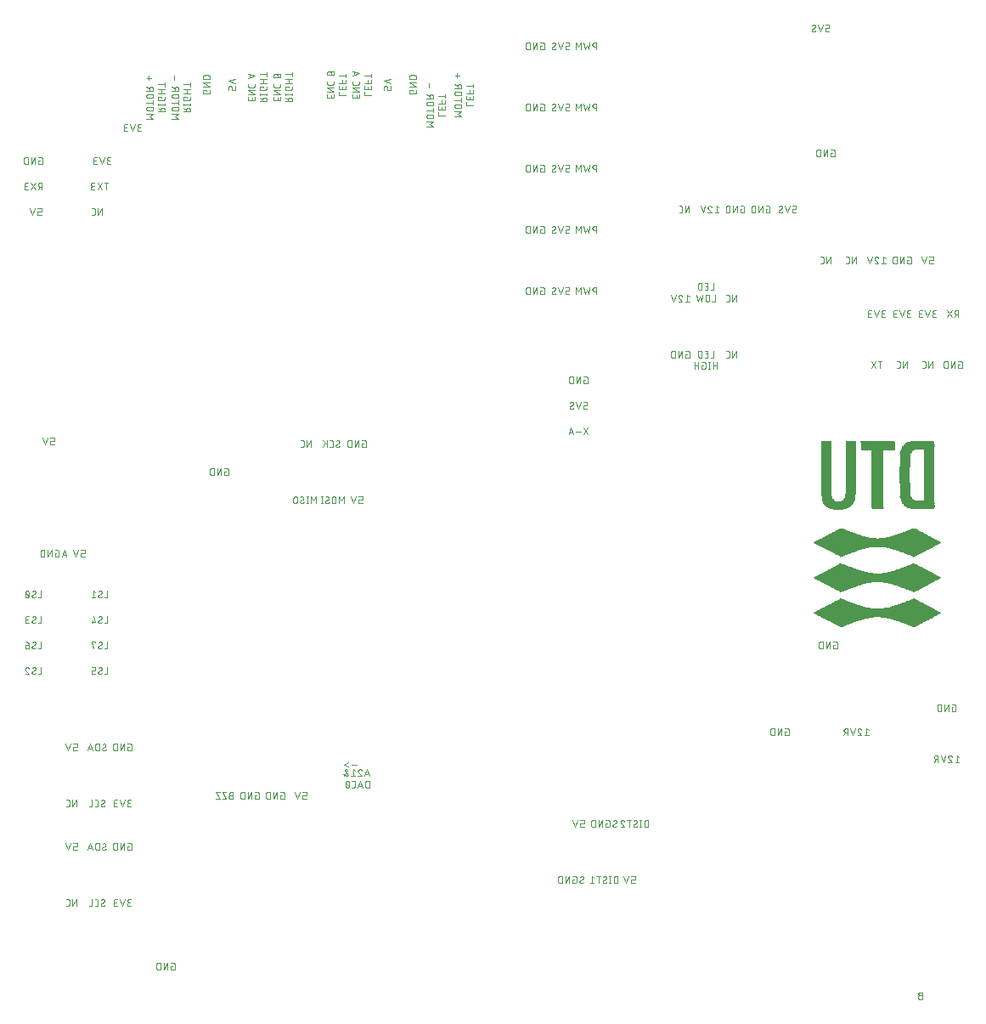
<source format=gbo>
G75*
%MOIN*%
%OFA0B0*%
%FSLAX25Y25*%
%IPPOS*%
%LPD*%
%AMOC8*
5,1,8,0,0,1.08239X$1,22.5*
%
%ADD10C,0.00300*%
%ADD11R,0.00100X0.00100*%
%ADD12R,0.00200X0.00100*%
%ADD13R,0.00600X0.00100*%
%ADD14R,0.01100X0.00100*%
%ADD15R,0.01500X0.00100*%
%ADD16R,0.02000X0.00100*%
%ADD17R,0.02400X0.00100*%
%ADD18R,0.02900X0.00100*%
%ADD19R,0.03400X0.00100*%
%ADD20R,0.03800X0.00100*%
%ADD21R,0.04300X0.00100*%
%ADD22R,0.04700X0.00100*%
%ADD23R,0.04600X0.00100*%
%ADD24R,0.05100X0.00100*%
%ADD25R,0.05600X0.00100*%
%ADD26R,0.06000X0.00100*%
%ADD27R,0.06500X0.00100*%
%ADD28R,0.07000X0.00100*%
%ADD29R,0.07500X0.00100*%
%ADD30R,0.07900X0.00100*%
%ADD31R,0.08400X0.00100*%
%ADD32R,0.08900X0.00100*%
%ADD33R,0.09400X0.00100*%
%ADD34R,0.09700X0.00100*%
%ADD35R,0.10200X0.00100*%
%ADD36R,0.10700X0.00100*%
%ADD37R,0.11200X0.00100*%
%ADD38R,0.11700X0.00100*%
%ADD39R,0.12200X0.00100*%
%ADD40R,0.12700X0.00100*%
%ADD41R,0.13300X0.00100*%
%ADD42R,0.13800X0.00100*%
%ADD43R,0.14300X0.00100*%
%ADD44R,0.14900X0.00100*%
%ADD45R,0.15300X0.00100*%
%ADD46R,0.15900X0.00100*%
%ADD47R,0.16500X0.00100*%
%ADD48R,0.17100X0.00100*%
%ADD49R,0.17800X0.00100*%
%ADD50R,0.18500X0.00100*%
%ADD51R,0.19400X0.00100*%
%ADD52R,0.20400X0.00100*%
%ADD53R,0.44200X0.00100*%
%ADD54R,0.44600X0.00100*%
%ADD55R,0.44800X0.00100*%
%ADD56R,0.45200X0.00100*%
%ADD57R,0.45600X0.00100*%
%ADD58R,0.46000X0.00100*%
%ADD59R,0.46400X0.00100*%
%ADD60R,0.46800X0.00100*%
%ADD61R,0.47200X0.00100*%
%ADD62R,0.47600X0.00100*%
%ADD63R,0.48000X0.00100*%
%ADD64R,0.48400X0.00100*%
%ADD65R,0.48800X0.00100*%
%ADD66R,0.49000X0.00100*%
%ADD67R,0.49400X0.00100*%
%ADD68R,0.49800X0.00100*%
%ADD69R,0.48600X0.00100*%
%ADD70R,0.48200X0.00100*%
%ADD71R,0.47800X0.00100*%
%ADD72R,0.47400X0.00100*%
%ADD73R,0.47000X0.00100*%
%ADD74R,0.46600X0.00100*%
%ADD75R,0.46200X0.00100*%
%ADD76R,0.44400X0.00100*%
%ADD77R,0.21500X0.00100*%
%ADD78R,0.19900X0.00100*%
%ADD79R,0.19000X0.00100*%
%ADD80R,0.18200X0.00100*%
%ADD81R,0.17500X0.00100*%
%ADD82R,0.16900X0.00100*%
%ADD83R,0.16300X0.00100*%
%ADD84R,0.15800X0.00100*%
%ADD85R,0.15200X0.00100*%
%ADD86R,0.14600X0.00100*%
%ADD87R,0.14100X0.00100*%
%ADD88R,0.13600X0.00100*%
%ADD89R,0.13000X0.00100*%
%ADD90R,0.12500X0.00100*%
%ADD91R,0.12000X0.00100*%
%ADD92R,0.11500X0.00100*%
%ADD93R,0.11000X0.00100*%
%ADD94R,0.10600X0.00100*%
%ADD95R,0.10100X0.00100*%
%ADD96R,0.09600X0.00100*%
%ADD97R,0.09200X0.00100*%
%ADD98R,0.08700X0.00100*%
%ADD99R,0.08200X0.00100*%
%ADD100R,0.07700X0.00100*%
%ADD101R,0.07300X0.00100*%
%ADD102R,0.06800X0.00100*%
%ADD103R,0.06300X0.00100*%
%ADD104R,0.05900X0.00100*%
%ADD105R,0.05500X0.00100*%
%ADD106R,0.05000X0.00100*%
%ADD107R,0.04100X0.00100*%
%ADD108R,0.03600X0.00100*%
%ADD109R,0.03200X0.00100*%
%ADD110R,0.02700X0.00100*%
%ADD111R,0.02300X0.00100*%
%ADD112R,0.01800X0.00100*%
%ADD113R,0.01300X0.00100*%
%ADD114R,0.01000X0.00100*%
%ADD115R,0.00500X0.00100*%
%ADD116R,0.02500X0.00100*%
%ADD117R,0.04800X0.00100*%
%ADD118R,0.06100X0.00100*%
%ADD119R,0.09800X0.00100*%
%ADD120R,0.45000X0.00100*%
%ADD121R,0.45800X0.00100*%
%ADD122R,0.05800X0.00100*%
%ADD123R,0.49200X0.00100*%
%ADD124R,0.03900X0.00100*%
%ADD125R,0.04900X0.00100*%
%ADD126R,0.07400X0.00100*%
%ADD127R,0.03700X0.00100*%
%ADD128R,0.08800X0.00100*%
%ADD129R,0.04200X0.00100*%
%ADD130R,0.09900X0.00100*%
%ADD131R,0.04400X0.00100*%
%ADD132R,0.10500X0.00100*%
%ADD133R,0.04500X0.00100*%
%ADD134R,0.08100X0.00100*%
%ADD135R,0.10900X0.00100*%
%ADD136R,0.11100X0.00100*%
%ADD137R,0.09100X0.00100*%
%ADD138R,0.11300X0.00100*%
%ADD139R,0.09300X0.00100*%
%ADD140R,0.11400X0.00100*%
%ADD141R,0.11600X0.00100*%
%ADD142R,0.10000X0.00100*%
%ADD143R,0.11800X0.00100*%
%ADD144R,0.11900X0.00100*%
%ADD145R,0.10400X0.00100*%
%ADD146R,0.12100X0.00100*%
%ADD147R,0.10800X0.00100*%
%ADD148R,0.12300X0.00100*%
%ADD149R,0.12400X0.00100*%
%ADD150R,0.12600X0.00100*%
%ADD151R,0.12800X0.00100*%
%ADD152R,0.12900X0.00100*%
%ADD153R,0.05200X0.00100*%
%ADD154R,0.05300X0.00100*%
%ADD155R,0.13200X0.00100*%
%ADD156R,0.13400X0.00100*%
%ADD157R,0.10300X0.00100*%
%ADD158R,0.13500X0.00100*%
%ADD159R,0.04000X0.00100*%
%ADD160R,0.09000X0.00100*%
%ADD161R,0.08000X0.00100*%
D10*
X0027009Y0044650D02*
X0027609Y0044650D01*
X0027656Y0044652D01*
X0027703Y0044657D01*
X0027749Y0044667D01*
X0027794Y0044679D01*
X0027839Y0044696D01*
X0027881Y0044715D01*
X0027922Y0044738D01*
X0027962Y0044765D01*
X0027999Y0044794D01*
X0028033Y0044826D01*
X0028065Y0044860D01*
X0028094Y0044897D01*
X0028121Y0044937D01*
X0028144Y0044978D01*
X0028163Y0045020D01*
X0028180Y0045065D01*
X0028192Y0045110D01*
X0028202Y0045156D01*
X0028207Y0045203D01*
X0028209Y0045250D01*
X0028209Y0046750D01*
X0028207Y0046797D01*
X0028202Y0046844D01*
X0028192Y0046890D01*
X0028180Y0046935D01*
X0028163Y0046980D01*
X0028144Y0047022D01*
X0028121Y0047063D01*
X0028094Y0047103D01*
X0028065Y0047140D01*
X0028033Y0047174D01*
X0027999Y0047206D01*
X0027962Y0047235D01*
X0027922Y0047262D01*
X0027881Y0047285D01*
X0027839Y0047304D01*
X0027794Y0047321D01*
X0027749Y0047333D01*
X0027703Y0047343D01*
X0027656Y0047348D01*
X0027609Y0047350D01*
X0027009Y0047350D01*
X0029491Y0047350D02*
X0029491Y0044650D01*
X0030991Y0047350D01*
X0030991Y0044650D01*
X0035922Y0044650D02*
X0037122Y0044650D01*
X0037122Y0047350D01*
X0038277Y0047350D02*
X0038877Y0047350D01*
X0038924Y0047348D01*
X0038971Y0047343D01*
X0039017Y0047333D01*
X0039062Y0047321D01*
X0039107Y0047304D01*
X0039149Y0047285D01*
X0039190Y0047262D01*
X0039230Y0047235D01*
X0039267Y0047206D01*
X0039301Y0047174D01*
X0039333Y0047140D01*
X0039362Y0047103D01*
X0039389Y0047063D01*
X0039412Y0047022D01*
X0039431Y0046980D01*
X0039448Y0046935D01*
X0039460Y0046890D01*
X0039470Y0046844D01*
X0039475Y0046797D01*
X0039477Y0046750D01*
X0039477Y0045250D01*
X0039475Y0045203D01*
X0039470Y0045156D01*
X0039460Y0045110D01*
X0039448Y0045065D01*
X0039431Y0045020D01*
X0039412Y0044978D01*
X0039389Y0044937D01*
X0039362Y0044897D01*
X0039333Y0044860D01*
X0039301Y0044826D01*
X0039267Y0044794D01*
X0039230Y0044765D01*
X0039190Y0044738D01*
X0039149Y0044715D01*
X0039107Y0044696D01*
X0039062Y0044679D01*
X0039017Y0044667D01*
X0038971Y0044657D01*
X0038924Y0044652D01*
X0038877Y0044650D01*
X0038277Y0044650D01*
X0040878Y0045775D02*
X0041703Y0046225D01*
X0041403Y0047350D02*
X0041337Y0047348D01*
X0041272Y0047342D01*
X0041207Y0047333D01*
X0041142Y0047319D01*
X0041079Y0047302D01*
X0041016Y0047281D01*
X0040955Y0047257D01*
X0040896Y0047229D01*
X0040838Y0047198D01*
X0040782Y0047163D01*
X0040728Y0047125D01*
X0041703Y0046225D02*
X0041744Y0046252D01*
X0041783Y0046281D01*
X0041819Y0046314D01*
X0041852Y0046349D01*
X0041883Y0046387D01*
X0041910Y0046427D01*
X0041934Y0046469D01*
X0041955Y0046513D01*
X0041972Y0046559D01*
X0041986Y0046605D01*
X0041995Y0046653D01*
X0042001Y0046701D01*
X0042003Y0046750D01*
X0042001Y0046797D01*
X0041996Y0046844D01*
X0041986Y0046890D01*
X0041974Y0046935D01*
X0041957Y0046980D01*
X0041938Y0047022D01*
X0041915Y0047063D01*
X0041888Y0047103D01*
X0041859Y0047140D01*
X0041827Y0047174D01*
X0041793Y0047206D01*
X0041756Y0047235D01*
X0041716Y0047262D01*
X0041675Y0047285D01*
X0041633Y0047304D01*
X0041588Y0047321D01*
X0041543Y0047333D01*
X0041497Y0047343D01*
X0041450Y0047348D01*
X0041403Y0047350D01*
X0042078Y0045025D02*
X0042029Y0044979D01*
X0041979Y0044935D01*
X0041926Y0044894D01*
X0041871Y0044857D01*
X0041815Y0044822D01*
X0041756Y0044790D01*
X0041696Y0044761D01*
X0041634Y0044735D01*
X0041572Y0044713D01*
X0041508Y0044694D01*
X0041443Y0044678D01*
X0041377Y0044666D01*
X0041311Y0044657D01*
X0041245Y0044652D01*
X0041178Y0044650D01*
X0041131Y0044652D01*
X0041084Y0044657D01*
X0041038Y0044667D01*
X0040993Y0044679D01*
X0040948Y0044696D01*
X0040906Y0044715D01*
X0040865Y0044738D01*
X0040825Y0044765D01*
X0040788Y0044794D01*
X0040754Y0044826D01*
X0040722Y0044860D01*
X0040693Y0044897D01*
X0040666Y0044937D01*
X0040643Y0044978D01*
X0040624Y0045020D01*
X0040607Y0045065D01*
X0040595Y0045110D01*
X0040585Y0045156D01*
X0040580Y0045203D01*
X0040578Y0045250D01*
X0040580Y0045299D01*
X0040586Y0045347D01*
X0040595Y0045395D01*
X0040609Y0045441D01*
X0040626Y0045487D01*
X0040647Y0045531D01*
X0040671Y0045573D01*
X0040698Y0045613D01*
X0040729Y0045651D01*
X0040762Y0045686D01*
X0040798Y0045719D01*
X0040837Y0045748D01*
X0040878Y0045775D01*
X0046150Y0046150D02*
X0046750Y0046150D01*
X0046150Y0046150D02*
X0046102Y0046152D01*
X0046054Y0046158D01*
X0046006Y0046167D01*
X0045960Y0046181D01*
X0045915Y0046198D01*
X0045871Y0046219D01*
X0045829Y0046243D01*
X0045790Y0046270D01*
X0045752Y0046301D01*
X0045717Y0046334D01*
X0045685Y0046371D01*
X0045656Y0046409D01*
X0045630Y0046450D01*
X0045608Y0046493D01*
X0045589Y0046537D01*
X0045574Y0046583D01*
X0045562Y0046630D01*
X0045554Y0046678D01*
X0045550Y0046726D01*
X0045550Y0046774D01*
X0045554Y0046822D01*
X0045562Y0046870D01*
X0045574Y0046917D01*
X0045589Y0046963D01*
X0045608Y0047007D01*
X0045630Y0047050D01*
X0045656Y0047091D01*
X0045685Y0047129D01*
X0045717Y0047166D01*
X0045752Y0047199D01*
X0045790Y0047230D01*
X0045829Y0047257D01*
X0045871Y0047281D01*
X0045915Y0047302D01*
X0045960Y0047319D01*
X0046006Y0047333D01*
X0046054Y0047342D01*
X0046102Y0047348D01*
X0046150Y0047350D01*
X0047050Y0047350D01*
X0048100Y0047350D02*
X0049000Y0044650D01*
X0049900Y0047350D01*
X0051550Y0047350D02*
X0052450Y0047350D01*
X0051550Y0047350D02*
X0051502Y0047348D01*
X0051454Y0047342D01*
X0051406Y0047333D01*
X0051360Y0047319D01*
X0051315Y0047302D01*
X0051271Y0047281D01*
X0051229Y0047257D01*
X0051190Y0047230D01*
X0051152Y0047199D01*
X0051117Y0047166D01*
X0051085Y0047129D01*
X0051056Y0047091D01*
X0051030Y0047050D01*
X0051008Y0047007D01*
X0050989Y0046963D01*
X0050974Y0046917D01*
X0050962Y0046870D01*
X0050954Y0046822D01*
X0050950Y0046774D01*
X0050950Y0046726D01*
X0050954Y0046678D01*
X0050962Y0046630D01*
X0050974Y0046583D01*
X0050989Y0046537D01*
X0051008Y0046493D01*
X0051030Y0046450D01*
X0051056Y0046409D01*
X0051085Y0046371D01*
X0051117Y0046334D01*
X0051152Y0046301D01*
X0051190Y0046270D01*
X0051229Y0046243D01*
X0051271Y0046219D01*
X0051315Y0046198D01*
X0051360Y0046181D01*
X0051406Y0046167D01*
X0051454Y0046158D01*
X0051502Y0046152D01*
X0051550Y0046150D01*
X0052150Y0046150D01*
X0051700Y0046150D02*
X0051646Y0046148D01*
X0051593Y0046142D01*
X0051541Y0046133D01*
X0051489Y0046120D01*
X0051438Y0046103D01*
X0051388Y0046082D01*
X0051341Y0046058D01*
X0051295Y0046031D01*
X0051251Y0046000D01*
X0051209Y0045967D01*
X0051170Y0045930D01*
X0051133Y0045891D01*
X0051100Y0045849D01*
X0051069Y0045805D01*
X0051042Y0045759D01*
X0051018Y0045712D01*
X0050997Y0045662D01*
X0050980Y0045611D01*
X0050967Y0045559D01*
X0050958Y0045507D01*
X0050952Y0045454D01*
X0050950Y0045400D01*
X0050952Y0045346D01*
X0050958Y0045293D01*
X0050967Y0045241D01*
X0050980Y0045189D01*
X0050997Y0045138D01*
X0051018Y0045088D01*
X0051042Y0045041D01*
X0051069Y0044995D01*
X0051100Y0044951D01*
X0051133Y0044909D01*
X0051170Y0044870D01*
X0051209Y0044833D01*
X0051251Y0044800D01*
X0051295Y0044769D01*
X0051341Y0044742D01*
X0051388Y0044718D01*
X0051438Y0044697D01*
X0051489Y0044680D01*
X0051541Y0044667D01*
X0051593Y0044658D01*
X0051646Y0044652D01*
X0051700Y0044650D01*
X0052450Y0044650D01*
X0047050Y0044650D02*
X0046300Y0044650D01*
X0046246Y0044652D01*
X0046193Y0044658D01*
X0046141Y0044667D01*
X0046089Y0044680D01*
X0046038Y0044697D01*
X0045988Y0044718D01*
X0045941Y0044742D01*
X0045895Y0044769D01*
X0045851Y0044800D01*
X0045809Y0044833D01*
X0045770Y0044870D01*
X0045733Y0044909D01*
X0045700Y0044951D01*
X0045669Y0044995D01*
X0045642Y0045041D01*
X0045618Y0045088D01*
X0045597Y0045138D01*
X0045580Y0045189D01*
X0045567Y0045241D01*
X0045558Y0045293D01*
X0045552Y0045346D01*
X0045550Y0045400D01*
X0045552Y0045454D01*
X0045558Y0045507D01*
X0045567Y0045559D01*
X0045580Y0045611D01*
X0045597Y0045662D01*
X0045618Y0045712D01*
X0045642Y0045759D01*
X0045669Y0045805D01*
X0045700Y0045849D01*
X0045733Y0045891D01*
X0045770Y0045930D01*
X0045809Y0045967D01*
X0045851Y0046000D01*
X0045895Y0046031D01*
X0045941Y0046058D01*
X0045988Y0046082D01*
X0046038Y0046103D01*
X0046089Y0046120D01*
X0046141Y0046133D01*
X0046193Y0046142D01*
X0046246Y0046148D01*
X0046300Y0046150D01*
X0046120Y0066650D02*
X0046870Y0066650D01*
X0046870Y0069350D01*
X0046120Y0069350D01*
X0046066Y0069348D01*
X0046013Y0069342D01*
X0045961Y0069333D01*
X0045909Y0069320D01*
X0045858Y0069303D01*
X0045808Y0069282D01*
X0045761Y0069258D01*
X0045715Y0069231D01*
X0045671Y0069200D01*
X0045629Y0069167D01*
X0045590Y0069130D01*
X0045553Y0069091D01*
X0045520Y0069049D01*
X0045489Y0069005D01*
X0045462Y0068959D01*
X0045438Y0068912D01*
X0045417Y0068862D01*
X0045400Y0068811D01*
X0045387Y0068759D01*
X0045378Y0068707D01*
X0045372Y0068654D01*
X0045370Y0068600D01*
X0045370Y0067400D01*
X0045372Y0067346D01*
X0045378Y0067293D01*
X0045387Y0067241D01*
X0045400Y0067189D01*
X0045417Y0067138D01*
X0045438Y0067088D01*
X0045462Y0067041D01*
X0045489Y0066995D01*
X0045520Y0066951D01*
X0045553Y0066909D01*
X0045590Y0066870D01*
X0045629Y0066833D01*
X0045671Y0066800D01*
X0045715Y0066769D01*
X0045761Y0066742D01*
X0045808Y0066718D01*
X0045858Y0066697D01*
X0045909Y0066680D01*
X0045961Y0066667D01*
X0046013Y0066658D01*
X0046066Y0066652D01*
X0046120Y0066650D01*
X0048250Y0066650D02*
X0048250Y0069350D01*
X0049750Y0069350D02*
X0048250Y0066650D01*
X0049750Y0066650D02*
X0049750Y0069350D01*
X0051130Y0069350D02*
X0052030Y0069350D01*
X0052077Y0069348D01*
X0052124Y0069343D01*
X0052170Y0069333D01*
X0052215Y0069321D01*
X0052260Y0069304D01*
X0052302Y0069285D01*
X0052343Y0069262D01*
X0052383Y0069235D01*
X0052420Y0069206D01*
X0052454Y0069174D01*
X0052486Y0069140D01*
X0052515Y0069103D01*
X0052542Y0069063D01*
X0052565Y0069022D01*
X0052584Y0068980D01*
X0052601Y0068935D01*
X0052613Y0068890D01*
X0052623Y0068844D01*
X0052628Y0068797D01*
X0052630Y0068750D01*
X0052630Y0067250D01*
X0052628Y0067203D01*
X0052623Y0067156D01*
X0052613Y0067110D01*
X0052601Y0067065D01*
X0052584Y0067020D01*
X0052565Y0066978D01*
X0052542Y0066937D01*
X0052515Y0066897D01*
X0052486Y0066860D01*
X0052454Y0066826D01*
X0052420Y0066794D01*
X0052383Y0066765D01*
X0052343Y0066738D01*
X0052302Y0066715D01*
X0052260Y0066696D01*
X0052215Y0066679D01*
X0052170Y0066667D01*
X0052124Y0066657D01*
X0052077Y0066652D01*
X0052030Y0066650D01*
X0051130Y0066650D01*
X0051130Y0068150D01*
X0051580Y0068150D01*
X0042195Y0068225D02*
X0041370Y0067775D01*
X0041670Y0066650D02*
X0041737Y0066652D01*
X0041803Y0066657D01*
X0041869Y0066666D01*
X0041935Y0066678D01*
X0042000Y0066694D01*
X0042064Y0066713D01*
X0042126Y0066735D01*
X0042188Y0066761D01*
X0042248Y0066790D01*
X0042307Y0066822D01*
X0042363Y0066857D01*
X0042418Y0066894D01*
X0042471Y0066935D01*
X0042521Y0066979D01*
X0042570Y0067025D01*
X0041370Y0067775D02*
X0041329Y0067748D01*
X0041290Y0067719D01*
X0041254Y0067686D01*
X0041221Y0067651D01*
X0041190Y0067613D01*
X0041163Y0067573D01*
X0041139Y0067531D01*
X0041118Y0067487D01*
X0041101Y0067441D01*
X0041087Y0067395D01*
X0041078Y0067347D01*
X0041072Y0067299D01*
X0041070Y0067250D01*
X0041072Y0067203D01*
X0041077Y0067156D01*
X0041087Y0067110D01*
X0041099Y0067065D01*
X0041116Y0067020D01*
X0041135Y0066978D01*
X0041158Y0066937D01*
X0041185Y0066897D01*
X0041214Y0066860D01*
X0041246Y0066826D01*
X0041280Y0066794D01*
X0041317Y0066765D01*
X0041357Y0066738D01*
X0041398Y0066715D01*
X0041440Y0066696D01*
X0041485Y0066679D01*
X0041530Y0066667D01*
X0041576Y0066657D01*
X0041623Y0066652D01*
X0041670Y0066650D01*
X0041220Y0069125D02*
X0041274Y0069163D01*
X0041330Y0069198D01*
X0041388Y0069229D01*
X0041447Y0069257D01*
X0041508Y0069281D01*
X0041571Y0069302D01*
X0041634Y0069319D01*
X0041699Y0069333D01*
X0041764Y0069342D01*
X0041829Y0069348D01*
X0041895Y0069350D01*
X0041942Y0069348D01*
X0041989Y0069343D01*
X0042035Y0069333D01*
X0042080Y0069321D01*
X0042125Y0069304D01*
X0042167Y0069285D01*
X0042208Y0069262D01*
X0042248Y0069235D01*
X0042285Y0069206D01*
X0042319Y0069174D01*
X0042351Y0069140D01*
X0042380Y0069103D01*
X0042407Y0069063D01*
X0042430Y0069022D01*
X0042449Y0068980D01*
X0042466Y0068935D01*
X0042478Y0068890D01*
X0042488Y0068844D01*
X0042493Y0068797D01*
X0042495Y0068750D01*
X0042493Y0068701D01*
X0042487Y0068653D01*
X0042478Y0068605D01*
X0042464Y0068559D01*
X0042447Y0068513D01*
X0042426Y0068469D01*
X0042402Y0068427D01*
X0042375Y0068387D01*
X0042344Y0068349D01*
X0042311Y0068314D01*
X0042275Y0068281D01*
X0042236Y0068252D01*
X0042195Y0068225D01*
X0039870Y0069350D02*
X0039870Y0066650D01*
X0039120Y0066650D01*
X0039066Y0066652D01*
X0039013Y0066658D01*
X0038961Y0066667D01*
X0038909Y0066680D01*
X0038858Y0066697D01*
X0038808Y0066718D01*
X0038761Y0066742D01*
X0038715Y0066769D01*
X0038671Y0066800D01*
X0038629Y0066833D01*
X0038590Y0066870D01*
X0038553Y0066909D01*
X0038520Y0066951D01*
X0038489Y0066995D01*
X0038462Y0067041D01*
X0038438Y0067088D01*
X0038417Y0067138D01*
X0038400Y0067189D01*
X0038387Y0067241D01*
X0038378Y0067293D01*
X0038372Y0067346D01*
X0038370Y0067400D01*
X0038370Y0068600D01*
X0038372Y0068654D01*
X0038378Y0068707D01*
X0038387Y0068759D01*
X0038400Y0068811D01*
X0038417Y0068862D01*
X0038438Y0068912D01*
X0038462Y0068959D01*
X0038489Y0069005D01*
X0038520Y0069049D01*
X0038553Y0069091D01*
X0038590Y0069130D01*
X0038629Y0069167D01*
X0038671Y0069200D01*
X0038715Y0069231D01*
X0038761Y0069258D01*
X0038808Y0069282D01*
X0038858Y0069303D01*
X0038909Y0069320D01*
X0038961Y0069333D01*
X0039013Y0069342D01*
X0039066Y0069348D01*
X0039120Y0069350D01*
X0039870Y0069350D01*
X0037005Y0067325D02*
X0035655Y0067325D01*
X0035430Y0066650D02*
X0036330Y0069350D01*
X0037230Y0066650D01*
X0031175Y0066650D02*
X0030275Y0066650D01*
X0030228Y0066652D01*
X0030181Y0066657D01*
X0030135Y0066667D01*
X0030090Y0066679D01*
X0030045Y0066696D01*
X0030003Y0066715D01*
X0029962Y0066738D01*
X0029922Y0066765D01*
X0029885Y0066794D01*
X0029851Y0066826D01*
X0029819Y0066860D01*
X0029790Y0066897D01*
X0029763Y0066937D01*
X0029740Y0066978D01*
X0029721Y0067020D01*
X0029704Y0067065D01*
X0029692Y0067110D01*
X0029682Y0067156D01*
X0029677Y0067203D01*
X0029675Y0067250D01*
X0029675Y0067550D01*
X0029677Y0067597D01*
X0029682Y0067644D01*
X0029692Y0067690D01*
X0029704Y0067735D01*
X0029721Y0067780D01*
X0029740Y0067822D01*
X0029763Y0067863D01*
X0029790Y0067903D01*
X0029819Y0067940D01*
X0029851Y0067974D01*
X0029885Y0068006D01*
X0029922Y0068035D01*
X0029962Y0068062D01*
X0030003Y0068085D01*
X0030045Y0068104D01*
X0030090Y0068121D01*
X0030135Y0068133D01*
X0030181Y0068143D01*
X0030228Y0068148D01*
X0030275Y0068150D01*
X0031175Y0068150D01*
X0031175Y0069350D01*
X0029675Y0069350D01*
X0028625Y0069350D02*
X0027725Y0066650D01*
X0026825Y0069350D01*
X0027009Y0083650D02*
X0027609Y0083650D01*
X0027656Y0083652D01*
X0027703Y0083657D01*
X0027749Y0083667D01*
X0027794Y0083679D01*
X0027839Y0083696D01*
X0027881Y0083715D01*
X0027922Y0083738D01*
X0027962Y0083765D01*
X0027999Y0083794D01*
X0028033Y0083826D01*
X0028065Y0083860D01*
X0028094Y0083897D01*
X0028121Y0083937D01*
X0028144Y0083978D01*
X0028163Y0084020D01*
X0028180Y0084065D01*
X0028192Y0084110D01*
X0028202Y0084156D01*
X0028207Y0084203D01*
X0028209Y0084250D01*
X0028209Y0085750D01*
X0028207Y0085797D01*
X0028202Y0085844D01*
X0028192Y0085890D01*
X0028180Y0085935D01*
X0028163Y0085980D01*
X0028144Y0086022D01*
X0028121Y0086063D01*
X0028094Y0086103D01*
X0028065Y0086140D01*
X0028033Y0086174D01*
X0027999Y0086206D01*
X0027962Y0086235D01*
X0027922Y0086262D01*
X0027881Y0086285D01*
X0027839Y0086304D01*
X0027794Y0086321D01*
X0027749Y0086333D01*
X0027703Y0086343D01*
X0027656Y0086348D01*
X0027609Y0086350D01*
X0027009Y0086350D01*
X0029491Y0086350D02*
X0029491Y0083650D01*
X0030991Y0086350D01*
X0030991Y0083650D01*
X0035922Y0083650D02*
X0037122Y0083650D01*
X0037122Y0086350D01*
X0038277Y0086350D02*
X0038877Y0086350D01*
X0038924Y0086348D01*
X0038971Y0086343D01*
X0039017Y0086333D01*
X0039062Y0086321D01*
X0039107Y0086304D01*
X0039149Y0086285D01*
X0039190Y0086262D01*
X0039230Y0086235D01*
X0039267Y0086206D01*
X0039301Y0086174D01*
X0039333Y0086140D01*
X0039362Y0086103D01*
X0039389Y0086063D01*
X0039412Y0086022D01*
X0039431Y0085980D01*
X0039448Y0085935D01*
X0039460Y0085890D01*
X0039470Y0085844D01*
X0039475Y0085797D01*
X0039477Y0085750D01*
X0039477Y0084250D01*
X0039475Y0084203D01*
X0039470Y0084156D01*
X0039460Y0084110D01*
X0039448Y0084065D01*
X0039431Y0084020D01*
X0039412Y0083978D01*
X0039389Y0083937D01*
X0039362Y0083897D01*
X0039333Y0083860D01*
X0039301Y0083826D01*
X0039267Y0083794D01*
X0039230Y0083765D01*
X0039190Y0083738D01*
X0039149Y0083715D01*
X0039107Y0083696D01*
X0039062Y0083679D01*
X0039017Y0083667D01*
X0038971Y0083657D01*
X0038924Y0083652D01*
X0038877Y0083650D01*
X0038277Y0083650D01*
X0040878Y0084775D02*
X0041703Y0085225D01*
X0041403Y0086350D02*
X0041337Y0086348D01*
X0041272Y0086342D01*
X0041207Y0086333D01*
X0041142Y0086319D01*
X0041079Y0086302D01*
X0041016Y0086281D01*
X0040955Y0086257D01*
X0040896Y0086229D01*
X0040838Y0086198D01*
X0040782Y0086163D01*
X0040728Y0086125D01*
X0041703Y0085225D02*
X0041744Y0085252D01*
X0041783Y0085281D01*
X0041819Y0085314D01*
X0041852Y0085349D01*
X0041883Y0085387D01*
X0041910Y0085427D01*
X0041934Y0085469D01*
X0041955Y0085513D01*
X0041972Y0085559D01*
X0041986Y0085605D01*
X0041995Y0085653D01*
X0042001Y0085701D01*
X0042003Y0085750D01*
X0042001Y0085797D01*
X0041996Y0085844D01*
X0041986Y0085890D01*
X0041974Y0085935D01*
X0041957Y0085980D01*
X0041938Y0086022D01*
X0041915Y0086063D01*
X0041888Y0086103D01*
X0041859Y0086140D01*
X0041827Y0086174D01*
X0041793Y0086206D01*
X0041756Y0086235D01*
X0041716Y0086262D01*
X0041675Y0086285D01*
X0041633Y0086304D01*
X0041588Y0086321D01*
X0041543Y0086333D01*
X0041497Y0086343D01*
X0041450Y0086348D01*
X0041403Y0086350D01*
X0042078Y0084025D02*
X0042029Y0083979D01*
X0041979Y0083935D01*
X0041926Y0083894D01*
X0041871Y0083857D01*
X0041815Y0083822D01*
X0041756Y0083790D01*
X0041696Y0083761D01*
X0041634Y0083735D01*
X0041572Y0083713D01*
X0041508Y0083694D01*
X0041443Y0083678D01*
X0041377Y0083666D01*
X0041311Y0083657D01*
X0041245Y0083652D01*
X0041178Y0083650D01*
X0041131Y0083652D01*
X0041084Y0083657D01*
X0041038Y0083667D01*
X0040993Y0083679D01*
X0040948Y0083696D01*
X0040906Y0083715D01*
X0040865Y0083738D01*
X0040825Y0083765D01*
X0040788Y0083794D01*
X0040754Y0083826D01*
X0040722Y0083860D01*
X0040693Y0083897D01*
X0040666Y0083937D01*
X0040643Y0083978D01*
X0040624Y0084020D01*
X0040607Y0084065D01*
X0040595Y0084110D01*
X0040585Y0084156D01*
X0040580Y0084203D01*
X0040578Y0084250D01*
X0040580Y0084299D01*
X0040586Y0084347D01*
X0040595Y0084395D01*
X0040609Y0084441D01*
X0040626Y0084487D01*
X0040647Y0084531D01*
X0040671Y0084573D01*
X0040698Y0084613D01*
X0040729Y0084651D01*
X0040762Y0084686D01*
X0040798Y0084719D01*
X0040837Y0084748D01*
X0040878Y0084775D01*
X0046150Y0085150D02*
X0046750Y0085150D01*
X0046150Y0085150D02*
X0046102Y0085152D01*
X0046054Y0085158D01*
X0046006Y0085167D01*
X0045960Y0085181D01*
X0045915Y0085198D01*
X0045871Y0085219D01*
X0045829Y0085243D01*
X0045790Y0085270D01*
X0045752Y0085301D01*
X0045717Y0085334D01*
X0045685Y0085371D01*
X0045656Y0085409D01*
X0045630Y0085450D01*
X0045608Y0085493D01*
X0045589Y0085537D01*
X0045574Y0085583D01*
X0045562Y0085630D01*
X0045554Y0085678D01*
X0045550Y0085726D01*
X0045550Y0085774D01*
X0045554Y0085822D01*
X0045562Y0085870D01*
X0045574Y0085917D01*
X0045589Y0085963D01*
X0045608Y0086007D01*
X0045630Y0086050D01*
X0045656Y0086091D01*
X0045685Y0086129D01*
X0045717Y0086166D01*
X0045752Y0086199D01*
X0045790Y0086230D01*
X0045829Y0086257D01*
X0045871Y0086281D01*
X0045915Y0086302D01*
X0045960Y0086319D01*
X0046006Y0086333D01*
X0046054Y0086342D01*
X0046102Y0086348D01*
X0046150Y0086350D01*
X0047050Y0086350D01*
X0048100Y0086350D02*
X0049000Y0083650D01*
X0049900Y0086350D01*
X0051550Y0086350D02*
X0052450Y0086350D01*
X0051550Y0086350D02*
X0051502Y0086348D01*
X0051454Y0086342D01*
X0051406Y0086333D01*
X0051360Y0086319D01*
X0051315Y0086302D01*
X0051271Y0086281D01*
X0051229Y0086257D01*
X0051190Y0086230D01*
X0051152Y0086199D01*
X0051117Y0086166D01*
X0051085Y0086129D01*
X0051056Y0086091D01*
X0051030Y0086050D01*
X0051008Y0086007D01*
X0050989Y0085963D01*
X0050974Y0085917D01*
X0050962Y0085870D01*
X0050954Y0085822D01*
X0050950Y0085774D01*
X0050950Y0085726D01*
X0050954Y0085678D01*
X0050962Y0085630D01*
X0050974Y0085583D01*
X0050989Y0085537D01*
X0051008Y0085493D01*
X0051030Y0085450D01*
X0051056Y0085409D01*
X0051085Y0085371D01*
X0051117Y0085334D01*
X0051152Y0085301D01*
X0051190Y0085270D01*
X0051229Y0085243D01*
X0051271Y0085219D01*
X0051315Y0085198D01*
X0051360Y0085181D01*
X0051406Y0085167D01*
X0051454Y0085158D01*
X0051502Y0085152D01*
X0051550Y0085150D01*
X0052150Y0085150D01*
X0051700Y0085150D02*
X0051646Y0085148D01*
X0051593Y0085142D01*
X0051541Y0085133D01*
X0051489Y0085120D01*
X0051438Y0085103D01*
X0051388Y0085082D01*
X0051341Y0085058D01*
X0051295Y0085031D01*
X0051251Y0085000D01*
X0051209Y0084967D01*
X0051170Y0084930D01*
X0051133Y0084891D01*
X0051100Y0084849D01*
X0051069Y0084805D01*
X0051042Y0084759D01*
X0051018Y0084712D01*
X0050997Y0084662D01*
X0050980Y0084611D01*
X0050967Y0084559D01*
X0050958Y0084507D01*
X0050952Y0084454D01*
X0050950Y0084400D01*
X0050952Y0084346D01*
X0050958Y0084293D01*
X0050967Y0084241D01*
X0050980Y0084189D01*
X0050997Y0084138D01*
X0051018Y0084088D01*
X0051042Y0084041D01*
X0051069Y0083995D01*
X0051100Y0083951D01*
X0051133Y0083909D01*
X0051170Y0083870D01*
X0051209Y0083833D01*
X0051251Y0083800D01*
X0051295Y0083769D01*
X0051341Y0083742D01*
X0051388Y0083718D01*
X0051438Y0083697D01*
X0051489Y0083680D01*
X0051541Y0083667D01*
X0051593Y0083658D01*
X0051646Y0083652D01*
X0051700Y0083650D01*
X0052450Y0083650D01*
X0047050Y0083650D02*
X0046300Y0083650D01*
X0046246Y0083652D01*
X0046193Y0083658D01*
X0046141Y0083667D01*
X0046089Y0083680D01*
X0046038Y0083697D01*
X0045988Y0083718D01*
X0045941Y0083742D01*
X0045895Y0083769D01*
X0045851Y0083800D01*
X0045809Y0083833D01*
X0045770Y0083870D01*
X0045733Y0083909D01*
X0045700Y0083951D01*
X0045669Y0083995D01*
X0045642Y0084041D01*
X0045618Y0084088D01*
X0045597Y0084138D01*
X0045580Y0084189D01*
X0045567Y0084241D01*
X0045558Y0084293D01*
X0045552Y0084346D01*
X0045550Y0084400D01*
X0045552Y0084454D01*
X0045558Y0084507D01*
X0045567Y0084559D01*
X0045580Y0084611D01*
X0045597Y0084662D01*
X0045618Y0084712D01*
X0045642Y0084759D01*
X0045669Y0084805D01*
X0045700Y0084849D01*
X0045733Y0084891D01*
X0045770Y0084930D01*
X0045809Y0084967D01*
X0045851Y0085000D01*
X0045895Y0085031D01*
X0045941Y0085058D01*
X0045988Y0085082D01*
X0046038Y0085103D01*
X0046089Y0085120D01*
X0046141Y0085133D01*
X0046193Y0085142D01*
X0046246Y0085148D01*
X0046300Y0085150D01*
X0046120Y0105650D02*
X0046870Y0105650D01*
X0046870Y0108350D01*
X0046120Y0108350D01*
X0046066Y0108348D01*
X0046013Y0108342D01*
X0045961Y0108333D01*
X0045909Y0108320D01*
X0045858Y0108303D01*
X0045808Y0108282D01*
X0045761Y0108258D01*
X0045715Y0108231D01*
X0045671Y0108200D01*
X0045629Y0108167D01*
X0045590Y0108130D01*
X0045553Y0108091D01*
X0045520Y0108049D01*
X0045489Y0108005D01*
X0045462Y0107959D01*
X0045438Y0107912D01*
X0045417Y0107862D01*
X0045400Y0107811D01*
X0045387Y0107759D01*
X0045378Y0107707D01*
X0045372Y0107654D01*
X0045370Y0107600D01*
X0045370Y0106400D01*
X0045372Y0106346D01*
X0045378Y0106293D01*
X0045387Y0106241D01*
X0045400Y0106189D01*
X0045417Y0106138D01*
X0045438Y0106088D01*
X0045462Y0106041D01*
X0045489Y0105995D01*
X0045520Y0105951D01*
X0045553Y0105909D01*
X0045590Y0105870D01*
X0045629Y0105833D01*
X0045671Y0105800D01*
X0045715Y0105769D01*
X0045761Y0105742D01*
X0045808Y0105718D01*
X0045858Y0105697D01*
X0045909Y0105680D01*
X0045961Y0105667D01*
X0046013Y0105658D01*
X0046066Y0105652D01*
X0046120Y0105650D01*
X0048250Y0105650D02*
X0048250Y0108350D01*
X0049750Y0108350D02*
X0048250Y0105650D01*
X0049750Y0105650D02*
X0049750Y0108350D01*
X0051130Y0108350D02*
X0052030Y0108350D01*
X0052077Y0108348D01*
X0052124Y0108343D01*
X0052170Y0108333D01*
X0052215Y0108321D01*
X0052260Y0108304D01*
X0052302Y0108285D01*
X0052343Y0108262D01*
X0052383Y0108235D01*
X0052420Y0108206D01*
X0052454Y0108174D01*
X0052486Y0108140D01*
X0052515Y0108103D01*
X0052542Y0108063D01*
X0052565Y0108022D01*
X0052584Y0107980D01*
X0052601Y0107935D01*
X0052613Y0107890D01*
X0052623Y0107844D01*
X0052628Y0107797D01*
X0052630Y0107750D01*
X0052630Y0106250D01*
X0052628Y0106203D01*
X0052623Y0106156D01*
X0052613Y0106110D01*
X0052601Y0106065D01*
X0052584Y0106020D01*
X0052565Y0105978D01*
X0052542Y0105937D01*
X0052515Y0105897D01*
X0052486Y0105860D01*
X0052454Y0105826D01*
X0052420Y0105794D01*
X0052383Y0105765D01*
X0052343Y0105738D01*
X0052302Y0105715D01*
X0052260Y0105696D01*
X0052215Y0105679D01*
X0052170Y0105667D01*
X0052124Y0105657D01*
X0052077Y0105652D01*
X0052030Y0105650D01*
X0051130Y0105650D01*
X0051130Y0107150D01*
X0051580Y0107150D01*
X0042195Y0107225D02*
X0041370Y0106775D01*
X0041670Y0105650D02*
X0041737Y0105652D01*
X0041803Y0105657D01*
X0041869Y0105666D01*
X0041935Y0105678D01*
X0042000Y0105694D01*
X0042064Y0105713D01*
X0042126Y0105735D01*
X0042188Y0105761D01*
X0042248Y0105790D01*
X0042307Y0105822D01*
X0042363Y0105857D01*
X0042418Y0105894D01*
X0042471Y0105935D01*
X0042521Y0105979D01*
X0042570Y0106025D01*
X0041370Y0106775D02*
X0041329Y0106748D01*
X0041290Y0106719D01*
X0041254Y0106686D01*
X0041221Y0106651D01*
X0041190Y0106613D01*
X0041163Y0106573D01*
X0041139Y0106531D01*
X0041118Y0106487D01*
X0041101Y0106441D01*
X0041087Y0106395D01*
X0041078Y0106347D01*
X0041072Y0106299D01*
X0041070Y0106250D01*
X0041072Y0106203D01*
X0041077Y0106156D01*
X0041087Y0106110D01*
X0041099Y0106065D01*
X0041116Y0106020D01*
X0041135Y0105978D01*
X0041158Y0105937D01*
X0041185Y0105897D01*
X0041214Y0105860D01*
X0041246Y0105826D01*
X0041280Y0105794D01*
X0041317Y0105765D01*
X0041357Y0105738D01*
X0041398Y0105715D01*
X0041440Y0105696D01*
X0041485Y0105679D01*
X0041530Y0105667D01*
X0041576Y0105657D01*
X0041623Y0105652D01*
X0041670Y0105650D01*
X0041220Y0108125D02*
X0041274Y0108163D01*
X0041330Y0108198D01*
X0041388Y0108229D01*
X0041447Y0108257D01*
X0041508Y0108281D01*
X0041571Y0108302D01*
X0041634Y0108319D01*
X0041699Y0108333D01*
X0041764Y0108342D01*
X0041829Y0108348D01*
X0041895Y0108350D01*
X0041942Y0108348D01*
X0041989Y0108343D01*
X0042035Y0108333D01*
X0042080Y0108321D01*
X0042125Y0108304D01*
X0042167Y0108285D01*
X0042208Y0108262D01*
X0042248Y0108235D01*
X0042285Y0108206D01*
X0042319Y0108174D01*
X0042351Y0108140D01*
X0042380Y0108103D01*
X0042407Y0108063D01*
X0042430Y0108022D01*
X0042449Y0107980D01*
X0042466Y0107935D01*
X0042478Y0107890D01*
X0042488Y0107844D01*
X0042493Y0107797D01*
X0042495Y0107750D01*
X0042493Y0107701D01*
X0042487Y0107653D01*
X0042478Y0107605D01*
X0042464Y0107559D01*
X0042447Y0107513D01*
X0042426Y0107469D01*
X0042402Y0107427D01*
X0042375Y0107387D01*
X0042344Y0107349D01*
X0042311Y0107314D01*
X0042275Y0107281D01*
X0042236Y0107252D01*
X0042195Y0107225D01*
X0039870Y0108350D02*
X0039870Y0105650D01*
X0039120Y0105650D01*
X0039066Y0105652D01*
X0039013Y0105658D01*
X0038961Y0105667D01*
X0038909Y0105680D01*
X0038858Y0105697D01*
X0038808Y0105718D01*
X0038761Y0105742D01*
X0038715Y0105769D01*
X0038671Y0105800D01*
X0038629Y0105833D01*
X0038590Y0105870D01*
X0038553Y0105909D01*
X0038520Y0105951D01*
X0038489Y0105995D01*
X0038462Y0106041D01*
X0038438Y0106088D01*
X0038417Y0106138D01*
X0038400Y0106189D01*
X0038387Y0106241D01*
X0038378Y0106293D01*
X0038372Y0106346D01*
X0038370Y0106400D01*
X0038370Y0107600D01*
X0038372Y0107654D01*
X0038378Y0107707D01*
X0038387Y0107759D01*
X0038400Y0107811D01*
X0038417Y0107862D01*
X0038438Y0107912D01*
X0038462Y0107959D01*
X0038489Y0108005D01*
X0038520Y0108049D01*
X0038553Y0108091D01*
X0038590Y0108130D01*
X0038629Y0108167D01*
X0038671Y0108200D01*
X0038715Y0108231D01*
X0038761Y0108258D01*
X0038808Y0108282D01*
X0038858Y0108303D01*
X0038909Y0108320D01*
X0038961Y0108333D01*
X0039013Y0108342D01*
X0039066Y0108348D01*
X0039120Y0108350D01*
X0039870Y0108350D01*
X0037005Y0106325D02*
X0035655Y0106325D01*
X0035430Y0105650D02*
X0036330Y0108350D01*
X0037230Y0105650D01*
X0031175Y0105650D02*
X0030275Y0105650D01*
X0030228Y0105652D01*
X0030181Y0105657D01*
X0030135Y0105667D01*
X0030090Y0105679D01*
X0030045Y0105696D01*
X0030003Y0105715D01*
X0029962Y0105738D01*
X0029922Y0105765D01*
X0029885Y0105794D01*
X0029851Y0105826D01*
X0029819Y0105860D01*
X0029790Y0105897D01*
X0029763Y0105937D01*
X0029740Y0105978D01*
X0029721Y0106020D01*
X0029704Y0106065D01*
X0029692Y0106110D01*
X0029682Y0106156D01*
X0029677Y0106203D01*
X0029675Y0106250D01*
X0029675Y0106550D01*
X0029677Y0106597D01*
X0029682Y0106644D01*
X0029692Y0106690D01*
X0029704Y0106735D01*
X0029721Y0106780D01*
X0029740Y0106822D01*
X0029763Y0106863D01*
X0029790Y0106903D01*
X0029819Y0106940D01*
X0029851Y0106974D01*
X0029885Y0107006D01*
X0029922Y0107035D01*
X0029962Y0107062D01*
X0030003Y0107085D01*
X0030045Y0107104D01*
X0030090Y0107121D01*
X0030135Y0107133D01*
X0030181Y0107143D01*
X0030228Y0107148D01*
X0030275Y0107150D01*
X0031175Y0107150D01*
X0031175Y0108350D01*
X0029675Y0108350D01*
X0028625Y0108350D02*
X0027725Y0105650D01*
X0026825Y0108350D01*
X0017132Y0135650D02*
X0015932Y0135650D01*
X0017132Y0135650D02*
X0017132Y0138350D01*
X0014603Y0137225D02*
X0013778Y0136775D01*
X0014078Y0135650D02*
X0014145Y0135652D01*
X0014211Y0135657D01*
X0014277Y0135666D01*
X0014343Y0135678D01*
X0014408Y0135694D01*
X0014472Y0135713D01*
X0014534Y0135735D01*
X0014596Y0135761D01*
X0014656Y0135790D01*
X0014715Y0135822D01*
X0014771Y0135857D01*
X0014826Y0135894D01*
X0014879Y0135935D01*
X0014929Y0135979D01*
X0014978Y0136025D01*
X0013778Y0136775D02*
X0013737Y0136748D01*
X0013698Y0136719D01*
X0013662Y0136686D01*
X0013629Y0136651D01*
X0013598Y0136613D01*
X0013571Y0136573D01*
X0013547Y0136531D01*
X0013526Y0136487D01*
X0013509Y0136441D01*
X0013495Y0136395D01*
X0013486Y0136347D01*
X0013480Y0136299D01*
X0013478Y0136250D01*
X0013480Y0136203D01*
X0013485Y0136156D01*
X0013495Y0136110D01*
X0013507Y0136065D01*
X0013524Y0136020D01*
X0013543Y0135978D01*
X0013566Y0135937D01*
X0013593Y0135897D01*
X0013622Y0135860D01*
X0013654Y0135826D01*
X0013688Y0135794D01*
X0013725Y0135765D01*
X0013765Y0135738D01*
X0013806Y0135715D01*
X0013848Y0135696D01*
X0013893Y0135679D01*
X0013938Y0135667D01*
X0013984Y0135657D01*
X0014031Y0135652D01*
X0014078Y0135650D01*
X0013628Y0138125D02*
X0013682Y0138163D01*
X0013738Y0138198D01*
X0013796Y0138229D01*
X0013855Y0138257D01*
X0013916Y0138281D01*
X0013979Y0138302D01*
X0014042Y0138319D01*
X0014107Y0138333D01*
X0014172Y0138342D01*
X0014237Y0138348D01*
X0014303Y0138350D01*
X0014350Y0138348D01*
X0014397Y0138343D01*
X0014443Y0138333D01*
X0014488Y0138321D01*
X0014533Y0138304D01*
X0014575Y0138285D01*
X0014616Y0138262D01*
X0014656Y0138235D01*
X0014693Y0138206D01*
X0014727Y0138174D01*
X0014759Y0138140D01*
X0014788Y0138103D01*
X0014815Y0138063D01*
X0014838Y0138022D01*
X0014857Y0137980D01*
X0014874Y0137935D01*
X0014886Y0137890D01*
X0014896Y0137844D01*
X0014901Y0137797D01*
X0014903Y0137750D01*
X0014901Y0137701D01*
X0014895Y0137653D01*
X0014886Y0137605D01*
X0014872Y0137559D01*
X0014855Y0137513D01*
X0014834Y0137469D01*
X0014810Y0137427D01*
X0014783Y0137387D01*
X0014752Y0137349D01*
X0014719Y0137314D01*
X0014683Y0137281D01*
X0014644Y0137252D01*
X0014603Y0137225D01*
X0012368Y0135650D02*
X0010868Y0135650D01*
X0012368Y0135650D02*
X0011093Y0137150D01*
X0011543Y0138350D02*
X0011600Y0138348D01*
X0011657Y0138342D01*
X0011714Y0138333D01*
X0011770Y0138320D01*
X0011825Y0138303D01*
X0011878Y0138283D01*
X0011930Y0138259D01*
X0011981Y0138231D01*
X0012029Y0138201D01*
X0012076Y0138167D01*
X0012120Y0138130D01*
X0012161Y0138091D01*
X0012200Y0138048D01*
X0012236Y0138004D01*
X0012269Y0137957D01*
X0012299Y0137908D01*
X0012325Y0137857D01*
X0012348Y0137804D01*
X0012368Y0137750D01*
X0011093Y0137150D02*
X0011056Y0137188D01*
X0011021Y0137229D01*
X0010990Y0137272D01*
X0010962Y0137318D01*
X0010938Y0137365D01*
X0010917Y0137414D01*
X0010899Y0137465D01*
X0010886Y0137516D01*
X0010876Y0137569D01*
X0010870Y0137622D01*
X0010868Y0137675D01*
X0010870Y0137725D01*
X0010876Y0137776D01*
X0010885Y0137825D01*
X0010898Y0137874D01*
X0010915Y0137922D01*
X0010935Y0137968D01*
X0010958Y0138013D01*
X0010985Y0138055D01*
X0011015Y0138096D01*
X0011048Y0138134D01*
X0011084Y0138170D01*
X0011122Y0138203D01*
X0011163Y0138233D01*
X0011206Y0138260D01*
X0011250Y0138283D01*
X0011296Y0138303D01*
X0011344Y0138320D01*
X0011393Y0138333D01*
X0011442Y0138342D01*
X0011493Y0138348D01*
X0011543Y0138350D01*
X0015932Y0145650D02*
X0017132Y0145650D01*
X0017132Y0148350D01*
X0014603Y0147225D02*
X0013778Y0146775D01*
X0014078Y0145650D02*
X0014145Y0145652D01*
X0014211Y0145657D01*
X0014277Y0145666D01*
X0014343Y0145678D01*
X0014408Y0145694D01*
X0014472Y0145713D01*
X0014534Y0145735D01*
X0014596Y0145761D01*
X0014656Y0145790D01*
X0014715Y0145822D01*
X0014771Y0145857D01*
X0014826Y0145894D01*
X0014879Y0145935D01*
X0014929Y0145979D01*
X0014978Y0146025D01*
X0013778Y0146775D02*
X0013737Y0146748D01*
X0013698Y0146719D01*
X0013662Y0146686D01*
X0013629Y0146651D01*
X0013598Y0146613D01*
X0013571Y0146573D01*
X0013547Y0146531D01*
X0013526Y0146487D01*
X0013509Y0146441D01*
X0013495Y0146395D01*
X0013486Y0146347D01*
X0013480Y0146299D01*
X0013478Y0146250D01*
X0013480Y0146203D01*
X0013485Y0146156D01*
X0013495Y0146110D01*
X0013507Y0146065D01*
X0013524Y0146020D01*
X0013543Y0145978D01*
X0013566Y0145937D01*
X0013593Y0145897D01*
X0013622Y0145860D01*
X0013654Y0145826D01*
X0013688Y0145794D01*
X0013725Y0145765D01*
X0013765Y0145738D01*
X0013806Y0145715D01*
X0013848Y0145696D01*
X0013893Y0145679D01*
X0013938Y0145667D01*
X0013984Y0145657D01*
X0014031Y0145652D01*
X0014078Y0145650D01*
X0013628Y0148125D02*
X0013682Y0148163D01*
X0013738Y0148198D01*
X0013796Y0148229D01*
X0013855Y0148257D01*
X0013916Y0148281D01*
X0013979Y0148302D01*
X0014042Y0148319D01*
X0014107Y0148333D01*
X0014172Y0148342D01*
X0014237Y0148348D01*
X0014303Y0148350D01*
X0014350Y0148348D01*
X0014397Y0148343D01*
X0014443Y0148333D01*
X0014488Y0148321D01*
X0014533Y0148304D01*
X0014575Y0148285D01*
X0014616Y0148262D01*
X0014656Y0148235D01*
X0014693Y0148206D01*
X0014727Y0148174D01*
X0014759Y0148140D01*
X0014788Y0148103D01*
X0014815Y0148063D01*
X0014838Y0148022D01*
X0014857Y0147980D01*
X0014874Y0147935D01*
X0014886Y0147890D01*
X0014896Y0147844D01*
X0014901Y0147797D01*
X0014903Y0147750D01*
X0014901Y0147701D01*
X0014895Y0147653D01*
X0014886Y0147605D01*
X0014872Y0147559D01*
X0014855Y0147513D01*
X0014834Y0147469D01*
X0014810Y0147427D01*
X0014783Y0147387D01*
X0014752Y0147349D01*
X0014719Y0147314D01*
X0014683Y0147281D01*
X0014644Y0147252D01*
X0014603Y0147225D01*
X0012368Y0147150D02*
X0012368Y0146400D01*
X0012366Y0146346D01*
X0012360Y0146293D01*
X0012351Y0146241D01*
X0012338Y0146189D01*
X0012321Y0146138D01*
X0012300Y0146088D01*
X0012276Y0146041D01*
X0012249Y0145995D01*
X0012218Y0145951D01*
X0012185Y0145909D01*
X0012148Y0145870D01*
X0012109Y0145833D01*
X0012067Y0145800D01*
X0012023Y0145769D01*
X0011977Y0145742D01*
X0011930Y0145718D01*
X0011880Y0145697D01*
X0011829Y0145680D01*
X0011777Y0145667D01*
X0011725Y0145658D01*
X0011672Y0145652D01*
X0011618Y0145650D01*
X0011564Y0145652D01*
X0011511Y0145658D01*
X0011459Y0145667D01*
X0011407Y0145680D01*
X0011356Y0145697D01*
X0011306Y0145718D01*
X0011259Y0145742D01*
X0011213Y0145769D01*
X0011169Y0145800D01*
X0011127Y0145833D01*
X0011088Y0145870D01*
X0011051Y0145909D01*
X0011018Y0145951D01*
X0010987Y0145995D01*
X0010960Y0146041D01*
X0010936Y0146088D01*
X0010915Y0146138D01*
X0010898Y0146189D01*
X0010885Y0146241D01*
X0010876Y0146293D01*
X0010870Y0146346D01*
X0010868Y0146400D01*
X0010868Y0146550D01*
X0010870Y0146597D01*
X0010875Y0146644D01*
X0010885Y0146690D01*
X0010897Y0146735D01*
X0010914Y0146780D01*
X0010933Y0146822D01*
X0010956Y0146863D01*
X0010983Y0146903D01*
X0011012Y0146940D01*
X0011044Y0146974D01*
X0011078Y0147006D01*
X0011115Y0147035D01*
X0011155Y0147062D01*
X0011196Y0147085D01*
X0011238Y0147104D01*
X0011283Y0147121D01*
X0011328Y0147133D01*
X0011374Y0147143D01*
X0011421Y0147148D01*
X0011468Y0147150D01*
X0012368Y0147150D01*
X0012366Y0147217D01*
X0012360Y0147284D01*
X0012351Y0147351D01*
X0012338Y0147417D01*
X0012321Y0147482D01*
X0012301Y0147546D01*
X0012277Y0147609D01*
X0012249Y0147671D01*
X0012218Y0147730D01*
X0012184Y0147788D01*
X0012147Y0147844D01*
X0012106Y0147898D01*
X0012063Y0147950D01*
X0012017Y0147999D01*
X0011968Y0148045D01*
X0011916Y0148088D01*
X0011862Y0148129D01*
X0011806Y0148166D01*
X0011748Y0148200D01*
X0011689Y0148231D01*
X0011627Y0148259D01*
X0011564Y0148283D01*
X0011500Y0148303D01*
X0011435Y0148320D01*
X0011369Y0148333D01*
X0011302Y0148342D01*
X0011235Y0148348D01*
X0011168Y0148350D01*
X0011618Y0155650D02*
X0012368Y0155650D01*
X0011618Y0155650D02*
X0011564Y0155652D01*
X0011511Y0155658D01*
X0011459Y0155667D01*
X0011407Y0155680D01*
X0011356Y0155697D01*
X0011306Y0155718D01*
X0011259Y0155742D01*
X0011213Y0155769D01*
X0011169Y0155800D01*
X0011127Y0155833D01*
X0011088Y0155870D01*
X0011051Y0155909D01*
X0011018Y0155951D01*
X0010987Y0155995D01*
X0010960Y0156041D01*
X0010936Y0156088D01*
X0010915Y0156138D01*
X0010898Y0156189D01*
X0010885Y0156241D01*
X0010876Y0156293D01*
X0010870Y0156346D01*
X0010868Y0156400D01*
X0010870Y0156454D01*
X0010876Y0156507D01*
X0010885Y0156559D01*
X0010898Y0156611D01*
X0010915Y0156662D01*
X0010936Y0156712D01*
X0010960Y0156759D01*
X0010987Y0156805D01*
X0011018Y0156849D01*
X0011051Y0156891D01*
X0011088Y0156930D01*
X0011127Y0156967D01*
X0011169Y0157000D01*
X0011213Y0157031D01*
X0011259Y0157058D01*
X0011306Y0157082D01*
X0011356Y0157103D01*
X0011407Y0157120D01*
X0011459Y0157133D01*
X0011511Y0157142D01*
X0011564Y0157148D01*
X0011618Y0157150D01*
X0011468Y0157150D02*
X0012068Y0157150D01*
X0011468Y0157150D02*
X0011420Y0157152D01*
X0011372Y0157158D01*
X0011324Y0157167D01*
X0011278Y0157181D01*
X0011233Y0157198D01*
X0011189Y0157219D01*
X0011147Y0157243D01*
X0011108Y0157270D01*
X0011070Y0157301D01*
X0011035Y0157334D01*
X0011003Y0157371D01*
X0010974Y0157409D01*
X0010948Y0157450D01*
X0010926Y0157493D01*
X0010907Y0157537D01*
X0010892Y0157583D01*
X0010880Y0157630D01*
X0010872Y0157678D01*
X0010868Y0157726D01*
X0010868Y0157774D01*
X0010872Y0157822D01*
X0010880Y0157870D01*
X0010892Y0157917D01*
X0010907Y0157963D01*
X0010926Y0158007D01*
X0010948Y0158050D01*
X0010974Y0158091D01*
X0011003Y0158129D01*
X0011035Y0158166D01*
X0011070Y0158199D01*
X0011108Y0158230D01*
X0011147Y0158257D01*
X0011189Y0158281D01*
X0011233Y0158302D01*
X0011278Y0158319D01*
X0011324Y0158333D01*
X0011372Y0158342D01*
X0011420Y0158348D01*
X0011468Y0158350D01*
X0012368Y0158350D01*
X0014603Y0157225D02*
X0014644Y0157252D01*
X0014683Y0157281D01*
X0014719Y0157314D01*
X0014752Y0157349D01*
X0014783Y0157387D01*
X0014810Y0157427D01*
X0014834Y0157469D01*
X0014855Y0157513D01*
X0014872Y0157559D01*
X0014886Y0157605D01*
X0014895Y0157653D01*
X0014901Y0157701D01*
X0014903Y0157750D01*
X0014901Y0157797D01*
X0014896Y0157844D01*
X0014886Y0157890D01*
X0014874Y0157935D01*
X0014857Y0157980D01*
X0014838Y0158022D01*
X0014815Y0158063D01*
X0014788Y0158103D01*
X0014759Y0158140D01*
X0014727Y0158174D01*
X0014693Y0158206D01*
X0014656Y0158235D01*
X0014616Y0158262D01*
X0014575Y0158285D01*
X0014533Y0158304D01*
X0014488Y0158321D01*
X0014443Y0158333D01*
X0014397Y0158343D01*
X0014350Y0158348D01*
X0014303Y0158350D01*
X0014237Y0158348D01*
X0014172Y0158342D01*
X0014107Y0158333D01*
X0014042Y0158319D01*
X0013979Y0158302D01*
X0013916Y0158281D01*
X0013855Y0158257D01*
X0013796Y0158229D01*
X0013738Y0158198D01*
X0013682Y0158163D01*
X0013628Y0158125D01*
X0014978Y0156025D02*
X0014929Y0155979D01*
X0014879Y0155935D01*
X0014826Y0155894D01*
X0014771Y0155857D01*
X0014715Y0155822D01*
X0014656Y0155790D01*
X0014596Y0155761D01*
X0014534Y0155735D01*
X0014472Y0155713D01*
X0014408Y0155694D01*
X0014343Y0155678D01*
X0014277Y0155666D01*
X0014211Y0155657D01*
X0014145Y0155652D01*
X0014078Y0155650D01*
X0014031Y0155652D01*
X0013984Y0155657D01*
X0013938Y0155667D01*
X0013893Y0155679D01*
X0013848Y0155696D01*
X0013806Y0155715D01*
X0013765Y0155738D01*
X0013725Y0155765D01*
X0013688Y0155794D01*
X0013654Y0155826D01*
X0013622Y0155860D01*
X0013593Y0155897D01*
X0013566Y0155937D01*
X0013543Y0155978D01*
X0013524Y0156020D01*
X0013507Y0156065D01*
X0013495Y0156110D01*
X0013485Y0156156D01*
X0013480Y0156203D01*
X0013478Y0156250D01*
X0013778Y0156775D02*
X0014603Y0157225D01*
X0013778Y0156775D02*
X0013737Y0156748D01*
X0013698Y0156719D01*
X0013662Y0156686D01*
X0013629Y0156651D01*
X0013598Y0156613D01*
X0013571Y0156573D01*
X0013547Y0156531D01*
X0013526Y0156487D01*
X0013509Y0156441D01*
X0013495Y0156395D01*
X0013486Y0156347D01*
X0013480Y0156299D01*
X0013478Y0156250D01*
X0015932Y0155650D02*
X0017132Y0155650D01*
X0017132Y0158350D01*
X0017132Y0165650D02*
X0015932Y0165650D01*
X0017132Y0165650D02*
X0017132Y0168350D01*
X0014603Y0167225D02*
X0013778Y0166775D01*
X0014078Y0165650D02*
X0014145Y0165652D01*
X0014211Y0165657D01*
X0014277Y0165666D01*
X0014343Y0165678D01*
X0014408Y0165694D01*
X0014472Y0165713D01*
X0014534Y0165735D01*
X0014596Y0165761D01*
X0014656Y0165790D01*
X0014715Y0165822D01*
X0014771Y0165857D01*
X0014826Y0165894D01*
X0014879Y0165935D01*
X0014929Y0165979D01*
X0014978Y0166025D01*
X0013778Y0166775D02*
X0013737Y0166748D01*
X0013698Y0166719D01*
X0013662Y0166686D01*
X0013629Y0166651D01*
X0013598Y0166613D01*
X0013571Y0166573D01*
X0013547Y0166531D01*
X0013526Y0166487D01*
X0013509Y0166441D01*
X0013495Y0166395D01*
X0013486Y0166347D01*
X0013480Y0166299D01*
X0013478Y0166250D01*
X0013480Y0166203D01*
X0013485Y0166156D01*
X0013495Y0166110D01*
X0013507Y0166065D01*
X0013524Y0166020D01*
X0013543Y0165978D01*
X0013566Y0165937D01*
X0013593Y0165897D01*
X0013622Y0165860D01*
X0013654Y0165826D01*
X0013688Y0165794D01*
X0013725Y0165765D01*
X0013765Y0165738D01*
X0013806Y0165715D01*
X0013848Y0165696D01*
X0013893Y0165679D01*
X0013938Y0165667D01*
X0013984Y0165657D01*
X0014031Y0165652D01*
X0014078Y0165650D01*
X0013628Y0168125D02*
X0013682Y0168163D01*
X0013738Y0168198D01*
X0013796Y0168229D01*
X0013855Y0168257D01*
X0013916Y0168281D01*
X0013979Y0168302D01*
X0014042Y0168319D01*
X0014107Y0168333D01*
X0014172Y0168342D01*
X0014237Y0168348D01*
X0014303Y0168350D01*
X0014350Y0168348D01*
X0014397Y0168343D01*
X0014443Y0168333D01*
X0014488Y0168321D01*
X0014533Y0168304D01*
X0014575Y0168285D01*
X0014616Y0168262D01*
X0014656Y0168235D01*
X0014693Y0168206D01*
X0014727Y0168174D01*
X0014759Y0168140D01*
X0014788Y0168103D01*
X0014815Y0168063D01*
X0014838Y0168022D01*
X0014857Y0167980D01*
X0014874Y0167935D01*
X0014886Y0167890D01*
X0014896Y0167844D01*
X0014901Y0167797D01*
X0014903Y0167750D01*
X0014901Y0167701D01*
X0014895Y0167653D01*
X0014886Y0167605D01*
X0014872Y0167559D01*
X0014855Y0167513D01*
X0014834Y0167469D01*
X0014810Y0167427D01*
X0014783Y0167387D01*
X0014752Y0167349D01*
X0014719Y0167314D01*
X0014683Y0167281D01*
X0014644Y0167252D01*
X0014603Y0167225D01*
X0011093Y0166025D02*
X0011055Y0166108D01*
X0011019Y0166193D01*
X0010988Y0166279D01*
X0010960Y0166367D01*
X0010936Y0166455D01*
X0010915Y0166544D01*
X0010898Y0166635D01*
X0010885Y0166725D01*
X0010876Y0166817D01*
X0010870Y0166908D01*
X0010868Y0167000D01*
X0012368Y0167000D02*
X0012366Y0166908D01*
X0012360Y0166817D01*
X0012351Y0166725D01*
X0012338Y0166635D01*
X0012321Y0166544D01*
X0012300Y0166455D01*
X0012276Y0166367D01*
X0012248Y0166279D01*
X0012217Y0166193D01*
X0012181Y0166108D01*
X0012143Y0166025D01*
X0012218Y0166250D02*
X0011018Y0167750D01*
X0011093Y0167975D02*
X0011110Y0168018D01*
X0011130Y0168059D01*
X0011153Y0168098D01*
X0011180Y0168136D01*
X0011210Y0168171D01*
X0011242Y0168203D01*
X0011277Y0168233D01*
X0011314Y0168260D01*
X0011354Y0168283D01*
X0011395Y0168303D01*
X0011438Y0168320D01*
X0011482Y0168333D01*
X0011527Y0168342D01*
X0011572Y0168348D01*
X0011618Y0168350D01*
X0011664Y0168348D01*
X0011709Y0168342D01*
X0011754Y0168333D01*
X0011798Y0168320D01*
X0011841Y0168303D01*
X0011882Y0168283D01*
X0011922Y0168260D01*
X0011959Y0168233D01*
X0011994Y0168203D01*
X0012026Y0168171D01*
X0012056Y0168136D01*
X0012083Y0168098D01*
X0012106Y0168059D01*
X0012126Y0168018D01*
X0012143Y0167975D01*
X0011093Y0167975D02*
X0011055Y0167892D01*
X0011019Y0167807D01*
X0010988Y0167721D01*
X0010960Y0167633D01*
X0010936Y0167545D01*
X0010915Y0167456D01*
X0010898Y0167365D01*
X0010885Y0167275D01*
X0010876Y0167183D01*
X0010870Y0167092D01*
X0010868Y0167000D01*
X0012368Y0167000D02*
X0012366Y0167092D01*
X0012360Y0167183D01*
X0012351Y0167275D01*
X0012338Y0167365D01*
X0012321Y0167456D01*
X0012300Y0167545D01*
X0012276Y0167633D01*
X0012248Y0167721D01*
X0012217Y0167807D01*
X0012181Y0167892D01*
X0012143Y0167975D01*
X0011093Y0166025D02*
X0011110Y0165982D01*
X0011130Y0165941D01*
X0011153Y0165902D01*
X0011180Y0165864D01*
X0011210Y0165829D01*
X0011242Y0165797D01*
X0011277Y0165767D01*
X0011314Y0165740D01*
X0011354Y0165717D01*
X0011395Y0165697D01*
X0011438Y0165680D01*
X0011482Y0165667D01*
X0011527Y0165658D01*
X0011572Y0165652D01*
X0011618Y0165650D01*
X0011664Y0165652D01*
X0011709Y0165658D01*
X0011754Y0165667D01*
X0011798Y0165680D01*
X0011841Y0165697D01*
X0011882Y0165717D01*
X0011922Y0165740D01*
X0011959Y0165767D01*
X0011994Y0165797D01*
X0012026Y0165829D01*
X0012056Y0165864D01*
X0012083Y0165902D01*
X0012106Y0165941D01*
X0012126Y0165982D01*
X0012143Y0166025D01*
X0017650Y0181650D02*
X0018400Y0181650D01*
X0018400Y0184350D01*
X0017650Y0184350D01*
X0017596Y0184348D01*
X0017543Y0184342D01*
X0017491Y0184333D01*
X0017439Y0184320D01*
X0017388Y0184303D01*
X0017338Y0184282D01*
X0017291Y0184258D01*
X0017245Y0184231D01*
X0017201Y0184200D01*
X0017159Y0184167D01*
X0017120Y0184130D01*
X0017083Y0184091D01*
X0017050Y0184049D01*
X0017019Y0184005D01*
X0016992Y0183959D01*
X0016968Y0183912D01*
X0016947Y0183862D01*
X0016930Y0183811D01*
X0016917Y0183759D01*
X0016908Y0183707D01*
X0016902Y0183654D01*
X0016900Y0183600D01*
X0016900Y0182400D01*
X0016902Y0182346D01*
X0016908Y0182293D01*
X0016917Y0182241D01*
X0016930Y0182189D01*
X0016947Y0182138D01*
X0016968Y0182088D01*
X0016992Y0182041D01*
X0017019Y0181995D01*
X0017050Y0181951D01*
X0017083Y0181909D01*
X0017120Y0181870D01*
X0017159Y0181833D01*
X0017201Y0181800D01*
X0017245Y0181769D01*
X0017291Y0181742D01*
X0017338Y0181718D01*
X0017388Y0181697D01*
X0017439Y0181680D01*
X0017491Y0181667D01*
X0017543Y0181658D01*
X0017596Y0181652D01*
X0017650Y0181650D01*
X0019780Y0181650D02*
X0019780Y0184350D01*
X0021280Y0184350D02*
X0019780Y0181650D01*
X0021280Y0181650D02*
X0021280Y0184350D01*
X0022660Y0184350D02*
X0023560Y0184350D01*
X0023607Y0184348D01*
X0023654Y0184343D01*
X0023700Y0184333D01*
X0023745Y0184321D01*
X0023790Y0184304D01*
X0023832Y0184285D01*
X0023873Y0184262D01*
X0023913Y0184235D01*
X0023950Y0184206D01*
X0023984Y0184174D01*
X0024016Y0184140D01*
X0024045Y0184103D01*
X0024072Y0184063D01*
X0024095Y0184022D01*
X0024114Y0183980D01*
X0024131Y0183935D01*
X0024143Y0183890D01*
X0024153Y0183844D01*
X0024158Y0183797D01*
X0024160Y0183750D01*
X0024160Y0182250D01*
X0024158Y0182203D01*
X0024153Y0182156D01*
X0024143Y0182110D01*
X0024131Y0182065D01*
X0024114Y0182020D01*
X0024095Y0181978D01*
X0024072Y0181937D01*
X0024045Y0181897D01*
X0024016Y0181860D01*
X0023984Y0181826D01*
X0023950Y0181794D01*
X0023913Y0181765D01*
X0023873Y0181738D01*
X0023832Y0181715D01*
X0023790Y0181696D01*
X0023745Y0181679D01*
X0023700Y0181667D01*
X0023654Y0181657D01*
X0023607Y0181652D01*
X0023560Y0181650D01*
X0022660Y0181650D01*
X0022660Y0183150D01*
X0023110Y0183150D01*
X0025525Y0182325D02*
X0026875Y0182325D01*
X0027100Y0181650D02*
X0026200Y0184350D01*
X0025300Y0181650D01*
X0029825Y0184350D02*
X0030725Y0181650D01*
X0031625Y0184350D01*
X0032675Y0184350D02*
X0034175Y0184350D01*
X0034175Y0183150D01*
X0033275Y0183150D01*
X0033228Y0183148D01*
X0033181Y0183143D01*
X0033135Y0183133D01*
X0033090Y0183121D01*
X0033045Y0183104D01*
X0033003Y0183085D01*
X0032962Y0183062D01*
X0032922Y0183035D01*
X0032885Y0183006D01*
X0032851Y0182974D01*
X0032819Y0182940D01*
X0032790Y0182903D01*
X0032763Y0182863D01*
X0032740Y0182822D01*
X0032721Y0182780D01*
X0032704Y0182735D01*
X0032692Y0182690D01*
X0032682Y0182644D01*
X0032677Y0182597D01*
X0032675Y0182550D01*
X0032675Y0182250D01*
X0032677Y0182203D01*
X0032682Y0182156D01*
X0032692Y0182110D01*
X0032704Y0182065D01*
X0032721Y0182020D01*
X0032740Y0181978D01*
X0032763Y0181937D01*
X0032790Y0181897D01*
X0032819Y0181860D01*
X0032851Y0181826D01*
X0032885Y0181794D01*
X0032922Y0181765D01*
X0032962Y0181738D01*
X0033003Y0181715D01*
X0033045Y0181696D01*
X0033090Y0181679D01*
X0033135Y0181667D01*
X0033181Y0181657D01*
X0033228Y0181652D01*
X0033275Y0181650D01*
X0034175Y0181650D01*
X0037618Y0168350D02*
X0037618Y0165650D01*
X0038368Y0165650D02*
X0036868Y0165650D01*
X0038368Y0167750D02*
X0037618Y0168350D01*
X0039778Y0166775D02*
X0040603Y0167225D01*
X0040303Y0168350D02*
X0040237Y0168348D01*
X0040172Y0168342D01*
X0040107Y0168333D01*
X0040042Y0168319D01*
X0039979Y0168302D01*
X0039916Y0168281D01*
X0039855Y0168257D01*
X0039796Y0168229D01*
X0039738Y0168198D01*
X0039682Y0168163D01*
X0039628Y0168125D01*
X0040603Y0167225D02*
X0040644Y0167252D01*
X0040683Y0167281D01*
X0040719Y0167314D01*
X0040752Y0167349D01*
X0040783Y0167387D01*
X0040810Y0167427D01*
X0040834Y0167469D01*
X0040855Y0167513D01*
X0040872Y0167559D01*
X0040886Y0167605D01*
X0040895Y0167653D01*
X0040901Y0167701D01*
X0040903Y0167750D01*
X0040901Y0167797D01*
X0040896Y0167844D01*
X0040886Y0167890D01*
X0040874Y0167935D01*
X0040857Y0167980D01*
X0040838Y0168022D01*
X0040815Y0168063D01*
X0040788Y0168103D01*
X0040759Y0168140D01*
X0040727Y0168174D01*
X0040693Y0168206D01*
X0040656Y0168235D01*
X0040616Y0168262D01*
X0040575Y0168285D01*
X0040533Y0168304D01*
X0040488Y0168321D01*
X0040443Y0168333D01*
X0040397Y0168343D01*
X0040350Y0168348D01*
X0040303Y0168350D01*
X0040978Y0166025D02*
X0040929Y0165979D01*
X0040879Y0165935D01*
X0040826Y0165894D01*
X0040771Y0165857D01*
X0040715Y0165822D01*
X0040656Y0165790D01*
X0040596Y0165761D01*
X0040534Y0165735D01*
X0040472Y0165713D01*
X0040408Y0165694D01*
X0040343Y0165678D01*
X0040277Y0165666D01*
X0040211Y0165657D01*
X0040145Y0165652D01*
X0040078Y0165650D01*
X0040031Y0165652D01*
X0039984Y0165657D01*
X0039938Y0165667D01*
X0039893Y0165679D01*
X0039848Y0165696D01*
X0039806Y0165715D01*
X0039765Y0165738D01*
X0039725Y0165765D01*
X0039688Y0165794D01*
X0039654Y0165826D01*
X0039622Y0165860D01*
X0039593Y0165897D01*
X0039566Y0165937D01*
X0039543Y0165978D01*
X0039524Y0166020D01*
X0039507Y0166065D01*
X0039495Y0166110D01*
X0039485Y0166156D01*
X0039480Y0166203D01*
X0039478Y0166250D01*
X0039480Y0166299D01*
X0039486Y0166347D01*
X0039495Y0166395D01*
X0039509Y0166441D01*
X0039526Y0166487D01*
X0039547Y0166531D01*
X0039571Y0166573D01*
X0039598Y0166613D01*
X0039629Y0166651D01*
X0039662Y0166686D01*
X0039698Y0166719D01*
X0039737Y0166748D01*
X0039778Y0166775D01*
X0041932Y0165650D02*
X0043132Y0165650D01*
X0043132Y0168350D01*
X0043132Y0158350D02*
X0043132Y0155650D01*
X0041932Y0155650D01*
X0039778Y0156775D02*
X0039737Y0156748D01*
X0039698Y0156719D01*
X0039662Y0156686D01*
X0039629Y0156651D01*
X0039598Y0156613D01*
X0039571Y0156573D01*
X0039547Y0156531D01*
X0039526Y0156487D01*
X0039509Y0156441D01*
X0039495Y0156395D01*
X0039486Y0156347D01*
X0039480Y0156299D01*
X0039478Y0156250D01*
X0039480Y0156203D01*
X0039485Y0156156D01*
X0039495Y0156110D01*
X0039507Y0156065D01*
X0039524Y0156020D01*
X0039543Y0155978D01*
X0039566Y0155937D01*
X0039593Y0155897D01*
X0039622Y0155860D01*
X0039654Y0155826D01*
X0039688Y0155794D01*
X0039725Y0155765D01*
X0039765Y0155738D01*
X0039806Y0155715D01*
X0039848Y0155696D01*
X0039893Y0155679D01*
X0039938Y0155667D01*
X0039984Y0155657D01*
X0040031Y0155652D01*
X0040078Y0155650D01*
X0039778Y0156775D02*
X0040603Y0157225D01*
X0040303Y0158350D02*
X0040237Y0158348D01*
X0040172Y0158342D01*
X0040107Y0158333D01*
X0040042Y0158319D01*
X0039979Y0158302D01*
X0039916Y0158281D01*
X0039855Y0158257D01*
X0039796Y0158229D01*
X0039738Y0158198D01*
X0039682Y0158163D01*
X0039628Y0158125D01*
X0040603Y0157225D02*
X0040644Y0157252D01*
X0040683Y0157281D01*
X0040719Y0157314D01*
X0040752Y0157349D01*
X0040783Y0157387D01*
X0040810Y0157427D01*
X0040834Y0157469D01*
X0040855Y0157513D01*
X0040872Y0157559D01*
X0040886Y0157605D01*
X0040895Y0157653D01*
X0040901Y0157701D01*
X0040903Y0157750D01*
X0040901Y0157797D01*
X0040896Y0157844D01*
X0040886Y0157890D01*
X0040874Y0157935D01*
X0040857Y0157980D01*
X0040838Y0158022D01*
X0040815Y0158063D01*
X0040788Y0158103D01*
X0040759Y0158140D01*
X0040727Y0158174D01*
X0040693Y0158206D01*
X0040656Y0158235D01*
X0040616Y0158262D01*
X0040575Y0158285D01*
X0040533Y0158304D01*
X0040488Y0158321D01*
X0040443Y0158333D01*
X0040397Y0158343D01*
X0040350Y0158348D01*
X0040303Y0158350D01*
X0040978Y0156025D02*
X0040929Y0155979D01*
X0040879Y0155935D01*
X0040826Y0155894D01*
X0040771Y0155857D01*
X0040715Y0155822D01*
X0040656Y0155790D01*
X0040596Y0155761D01*
X0040534Y0155735D01*
X0040472Y0155713D01*
X0040408Y0155694D01*
X0040343Y0155678D01*
X0040277Y0155666D01*
X0040211Y0155657D01*
X0040145Y0155652D01*
X0040078Y0155650D01*
X0038368Y0156250D02*
X0036868Y0156250D01*
X0037318Y0156850D02*
X0037318Y0155650D01*
X0038368Y0156250D02*
X0037768Y0158350D01*
X0038368Y0148350D02*
X0036868Y0148350D01*
X0037618Y0145650D01*
X0039778Y0146775D02*
X0040603Y0147225D01*
X0040303Y0148350D02*
X0040237Y0148348D01*
X0040172Y0148342D01*
X0040107Y0148333D01*
X0040042Y0148319D01*
X0039979Y0148302D01*
X0039916Y0148281D01*
X0039855Y0148257D01*
X0039796Y0148229D01*
X0039738Y0148198D01*
X0039682Y0148163D01*
X0039628Y0148125D01*
X0040603Y0147225D02*
X0040644Y0147252D01*
X0040683Y0147281D01*
X0040719Y0147314D01*
X0040752Y0147349D01*
X0040783Y0147387D01*
X0040810Y0147427D01*
X0040834Y0147469D01*
X0040855Y0147513D01*
X0040872Y0147559D01*
X0040886Y0147605D01*
X0040895Y0147653D01*
X0040901Y0147701D01*
X0040903Y0147750D01*
X0040901Y0147797D01*
X0040896Y0147844D01*
X0040886Y0147890D01*
X0040874Y0147935D01*
X0040857Y0147980D01*
X0040838Y0148022D01*
X0040815Y0148063D01*
X0040788Y0148103D01*
X0040759Y0148140D01*
X0040727Y0148174D01*
X0040693Y0148206D01*
X0040656Y0148235D01*
X0040616Y0148262D01*
X0040575Y0148285D01*
X0040533Y0148304D01*
X0040488Y0148321D01*
X0040443Y0148333D01*
X0040397Y0148343D01*
X0040350Y0148348D01*
X0040303Y0148350D01*
X0040978Y0146025D02*
X0040929Y0145979D01*
X0040879Y0145935D01*
X0040826Y0145894D01*
X0040771Y0145857D01*
X0040715Y0145822D01*
X0040656Y0145790D01*
X0040596Y0145761D01*
X0040534Y0145735D01*
X0040472Y0145713D01*
X0040408Y0145694D01*
X0040343Y0145678D01*
X0040277Y0145666D01*
X0040211Y0145657D01*
X0040145Y0145652D01*
X0040078Y0145650D01*
X0040031Y0145652D01*
X0039984Y0145657D01*
X0039938Y0145667D01*
X0039893Y0145679D01*
X0039848Y0145696D01*
X0039806Y0145715D01*
X0039765Y0145738D01*
X0039725Y0145765D01*
X0039688Y0145794D01*
X0039654Y0145826D01*
X0039622Y0145860D01*
X0039593Y0145897D01*
X0039566Y0145937D01*
X0039543Y0145978D01*
X0039524Y0146020D01*
X0039507Y0146065D01*
X0039495Y0146110D01*
X0039485Y0146156D01*
X0039480Y0146203D01*
X0039478Y0146250D01*
X0039480Y0146299D01*
X0039486Y0146347D01*
X0039495Y0146395D01*
X0039509Y0146441D01*
X0039526Y0146487D01*
X0039547Y0146531D01*
X0039571Y0146573D01*
X0039598Y0146613D01*
X0039629Y0146651D01*
X0039662Y0146686D01*
X0039698Y0146719D01*
X0039737Y0146748D01*
X0039778Y0146775D01*
X0038368Y0148050D02*
X0038368Y0148350D01*
X0041932Y0145650D02*
X0043132Y0145650D01*
X0043132Y0148350D01*
X0043132Y0138350D02*
X0043132Y0135650D01*
X0041932Y0135650D01*
X0039778Y0136775D02*
X0039737Y0136748D01*
X0039698Y0136719D01*
X0039662Y0136686D01*
X0039629Y0136651D01*
X0039598Y0136613D01*
X0039571Y0136573D01*
X0039547Y0136531D01*
X0039526Y0136487D01*
X0039509Y0136441D01*
X0039495Y0136395D01*
X0039486Y0136347D01*
X0039480Y0136299D01*
X0039478Y0136250D01*
X0039480Y0136203D01*
X0039485Y0136156D01*
X0039495Y0136110D01*
X0039507Y0136065D01*
X0039524Y0136020D01*
X0039543Y0135978D01*
X0039566Y0135937D01*
X0039593Y0135897D01*
X0039622Y0135860D01*
X0039654Y0135826D01*
X0039688Y0135794D01*
X0039725Y0135765D01*
X0039765Y0135738D01*
X0039806Y0135715D01*
X0039848Y0135696D01*
X0039893Y0135679D01*
X0039938Y0135667D01*
X0039984Y0135657D01*
X0040031Y0135652D01*
X0040078Y0135650D01*
X0039778Y0136775D02*
X0040603Y0137225D01*
X0040303Y0138350D02*
X0040237Y0138348D01*
X0040172Y0138342D01*
X0040107Y0138333D01*
X0040042Y0138319D01*
X0039979Y0138302D01*
X0039916Y0138281D01*
X0039855Y0138257D01*
X0039796Y0138229D01*
X0039738Y0138198D01*
X0039682Y0138163D01*
X0039628Y0138125D01*
X0040603Y0137225D02*
X0040644Y0137252D01*
X0040683Y0137281D01*
X0040719Y0137314D01*
X0040752Y0137349D01*
X0040783Y0137387D01*
X0040810Y0137427D01*
X0040834Y0137469D01*
X0040855Y0137513D01*
X0040872Y0137559D01*
X0040886Y0137605D01*
X0040895Y0137653D01*
X0040901Y0137701D01*
X0040903Y0137750D01*
X0040901Y0137797D01*
X0040896Y0137844D01*
X0040886Y0137890D01*
X0040874Y0137935D01*
X0040857Y0137980D01*
X0040838Y0138022D01*
X0040815Y0138063D01*
X0040788Y0138103D01*
X0040759Y0138140D01*
X0040727Y0138174D01*
X0040693Y0138206D01*
X0040656Y0138235D01*
X0040616Y0138262D01*
X0040575Y0138285D01*
X0040533Y0138304D01*
X0040488Y0138321D01*
X0040443Y0138333D01*
X0040397Y0138343D01*
X0040350Y0138348D01*
X0040303Y0138350D01*
X0040978Y0136025D02*
X0040929Y0135979D01*
X0040879Y0135935D01*
X0040826Y0135894D01*
X0040771Y0135857D01*
X0040715Y0135822D01*
X0040656Y0135790D01*
X0040596Y0135761D01*
X0040534Y0135735D01*
X0040472Y0135713D01*
X0040408Y0135694D01*
X0040343Y0135678D01*
X0040277Y0135666D01*
X0040211Y0135657D01*
X0040145Y0135652D01*
X0040078Y0135650D01*
X0038368Y0135650D02*
X0037468Y0135650D01*
X0037421Y0135652D01*
X0037374Y0135657D01*
X0037328Y0135667D01*
X0037283Y0135679D01*
X0037238Y0135696D01*
X0037196Y0135715D01*
X0037155Y0135738D01*
X0037115Y0135765D01*
X0037078Y0135794D01*
X0037044Y0135826D01*
X0037012Y0135860D01*
X0036983Y0135897D01*
X0036956Y0135937D01*
X0036933Y0135978D01*
X0036914Y0136020D01*
X0036897Y0136065D01*
X0036885Y0136110D01*
X0036875Y0136156D01*
X0036870Y0136203D01*
X0036868Y0136250D01*
X0036868Y0136550D01*
X0036870Y0136597D01*
X0036875Y0136644D01*
X0036885Y0136690D01*
X0036897Y0136735D01*
X0036914Y0136780D01*
X0036933Y0136822D01*
X0036956Y0136863D01*
X0036983Y0136903D01*
X0037012Y0136940D01*
X0037044Y0136974D01*
X0037078Y0137006D01*
X0037115Y0137035D01*
X0037155Y0137062D01*
X0037196Y0137085D01*
X0037238Y0137104D01*
X0037283Y0137121D01*
X0037328Y0137133D01*
X0037374Y0137143D01*
X0037421Y0137148D01*
X0037468Y0137150D01*
X0038368Y0137150D01*
X0038368Y0138350D01*
X0036868Y0138350D01*
X0085753Y0089350D02*
X0087253Y0086650D01*
X0085753Y0086650D01*
X0088273Y0086650D02*
X0089773Y0086650D01*
X0088273Y0089350D01*
X0089773Y0089350D01*
X0091497Y0089350D02*
X0092247Y0089350D01*
X0092247Y0086650D01*
X0091497Y0086650D01*
X0091443Y0086652D01*
X0091390Y0086658D01*
X0091338Y0086667D01*
X0091286Y0086680D01*
X0091235Y0086697D01*
X0091185Y0086718D01*
X0091138Y0086742D01*
X0091092Y0086769D01*
X0091048Y0086800D01*
X0091006Y0086833D01*
X0090967Y0086870D01*
X0090930Y0086909D01*
X0090897Y0086951D01*
X0090866Y0086995D01*
X0090839Y0087041D01*
X0090815Y0087088D01*
X0090794Y0087138D01*
X0090777Y0087189D01*
X0090764Y0087241D01*
X0090755Y0087293D01*
X0090749Y0087346D01*
X0090747Y0087400D01*
X0090749Y0087454D01*
X0090755Y0087507D01*
X0090764Y0087559D01*
X0090777Y0087611D01*
X0090794Y0087662D01*
X0090815Y0087712D01*
X0090839Y0087759D01*
X0090866Y0087805D01*
X0090897Y0087849D01*
X0090930Y0087891D01*
X0090967Y0087930D01*
X0091006Y0087967D01*
X0091048Y0088000D01*
X0091092Y0088031D01*
X0091138Y0088058D01*
X0091185Y0088082D01*
X0091235Y0088103D01*
X0091286Y0088120D01*
X0091338Y0088133D01*
X0091390Y0088142D01*
X0091443Y0088148D01*
X0091497Y0088150D01*
X0092247Y0088150D01*
X0091497Y0088150D02*
X0091449Y0088152D01*
X0091401Y0088158D01*
X0091353Y0088167D01*
X0091307Y0088181D01*
X0091262Y0088198D01*
X0091218Y0088219D01*
X0091176Y0088243D01*
X0091137Y0088270D01*
X0091099Y0088301D01*
X0091064Y0088334D01*
X0091032Y0088371D01*
X0091003Y0088409D01*
X0090977Y0088450D01*
X0090955Y0088493D01*
X0090936Y0088537D01*
X0090921Y0088583D01*
X0090909Y0088630D01*
X0090901Y0088678D01*
X0090897Y0088726D01*
X0090897Y0088774D01*
X0090901Y0088822D01*
X0090909Y0088870D01*
X0090921Y0088917D01*
X0090936Y0088963D01*
X0090955Y0089007D01*
X0090977Y0089050D01*
X0091003Y0089091D01*
X0091032Y0089129D01*
X0091064Y0089166D01*
X0091099Y0089199D01*
X0091137Y0089230D01*
X0091176Y0089257D01*
X0091218Y0089281D01*
X0091262Y0089302D01*
X0091307Y0089319D01*
X0091353Y0089333D01*
X0091401Y0089342D01*
X0091449Y0089348D01*
X0091497Y0089350D01*
X0095370Y0088600D02*
X0095370Y0087400D01*
X0095372Y0087346D01*
X0095378Y0087293D01*
X0095387Y0087241D01*
X0095400Y0087189D01*
X0095417Y0087138D01*
X0095438Y0087088D01*
X0095462Y0087041D01*
X0095489Y0086995D01*
X0095520Y0086951D01*
X0095553Y0086909D01*
X0095590Y0086870D01*
X0095629Y0086833D01*
X0095671Y0086800D01*
X0095715Y0086769D01*
X0095761Y0086742D01*
X0095808Y0086718D01*
X0095858Y0086697D01*
X0095909Y0086680D01*
X0095961Y0086667D01*
X0096013Y0086658D01*
X0096066Y0086652D01*
X0096120Y0086650D01*
X0096870Y0086650D01*
X0096870Y0089350D01*
X0096120Y0089350D01*
X0096066Y0089348D01*
X0096013Y0089342D01*
X0095961Y0089333D01*
X0095909Y0089320D01*
X0095858Y0089303D01*
X0095808Y0089282D01*
X0095761Y0089258D01*
X0095715Y0089231D01*
X0095671Y0089200D01*
X0095629Y0089167D01*
X0095590Y0089130D01*
X0095553Y0089091D01*
X0095520Y0089049D01*
X0095489Y0089005D01*
X0095462Y0088959D01*
X0095438Y0088912D01*
X0095417Y0088862D01*
X0095400Y0088811D01*
X0095387Y0088759D01*
X0095378Y0088707D01*
X0095372Y0088654D01*
X0095370Y0088600D01*
X0098250Y0089350D02*
X0098250Y0086650D01*
X0099750Y0089350D01*
X0099750Y0086650D01*
X0101130Y0086650D02*
X0101130Y0088150D01*
X0101580Y0088150D01*
X0102630Y0088750D02*
X0102628Y0088797D01*
X0102623Y0088844D01*
X0102613Y0088890D01*
X0102601Y0088935D01*
X0102584Y0088980D01*
X0102565Y0089022D01*
X0102542Y0089063D01*
X0102515Y0089103D01*
X0102486Y0089140D01*
X0102454Y0089174D01*
X0102420Y0089206D01*
X0102383Y0089235D01*
X0102343Y0089262D01*
X0102302Y0089285D01*
X0102260Y0089304D01*
X0102215Y0089321D01*
X0102170Y0089333D01*
X0102124Y0089343D01*
X0102077Y0089348D01*
X0102030Y0089350D01*
X0101130Y0089350D01*
X0102630Y0088750D02*
X0102630Y0087250D01*
X0102628Y0087203D01*
X0102623Y0087156D01*
X0102613Y0087110D01*
X0102601Y0087065D01*
X0102584Y0087020D01*
X0102565Y0086978D01*
X0102542Y0086937D01*
X0102515Y0086897D01*
X0102486Y0086860D01*
X0102454Y0086826D01*
X0102420Y0086794D01*
X0102383Y0086765D01*
X0102343Y0086738D01*
X0102302Y0086715D01*
X0102260Y0086696D01*
X0102215Y0086679D01*
X0102170Y0086667D01*
X0102124Y0086657D01*
X0102077Y0086652D01*
X0102030Y0086650D01*
X0101130Y0086650D01*
X0105370Y0087400D02*
X0105370Y0088600D01*
X0105372Y0088654D01*
X0105378Y0088707D01*
X0105387Y0088759D01*
X0105400Y0088811D01*
X0105417Y0088862D01*
X0105438Y0088912D01*
X0105462Y0088959D01*
X0105489Y0089005D01*
X0105520Y0089049D01*
X0105553Y0089091D01*
X0105590Y0089130D01*
X0105629Y0089167D01*
X0105671Y0089200D01*
X0105715Y0089231D01*
X0105761Y0089258D01*
X0105808Y0089282D01*
X0105858Y0089303D01*
X0105909Y0089320D01*
X0105961Y0089333D01*
X0106013Y0089342D01*
X0106066Y0089348D01*
X0106120Y0089350D01*
X0106870Y0089350D01*
X0106870Y0086650D01*
X0106120Y0086650D01*
X0106066Y0086652D01*
X0106013Y0086658D01*
X0105961Y0086667D01*
X0105909Y0086680D01*
X0105858Y0086697D01*
X0105808Y0086718D01*
X0105761Y0086742D01*
X0105715Y0086769D01*
X0105671Y0086800D01*
X0105629Y0086833D01*
X0105590Y0086870D01*
X0105553Y0086909D01*
X0105520Y0086951D01*
X0105489Y0086995D01*
X0105462Y0087041D01*
X0105438Y0087088D01*
X0105417Y0087138D01*
X0105400Y0087189D01*
X0105387Y0087241D01*
X0105378Y0087293D01*
X0105372Y0087346D01*
X0105370Y0087400D01*
X0108250Y0086650D02*
X0108250Y0089350D01*
X0109750Y0089350D02*
X0108250Y0086650D01*
X0109750Y0086650D02*
X0109750Y0089350D01*
X0111130Y0089350D02*
X0112030Y0089350D01*
X0112077Y0089348D01*
X0112124Y0089343D01*
X0112170Y0089333D01*
X0112215Y0089321D01*
X0112260Y0089304D01*
X0112302Y0089285D01*
X0112343Y0089262D01*
X0112383Y0089235D01*
X0112420Y0089206D01*
X0112454Y0089174D01*
X0112486Y0089140D01*
X0112515Y0089103D01*
X0112542Y0089063D01*
X0112565Y0089022D01*
X0112584Y0088980D01*
X0112601Y0088935D01*
X0112613Y0088890D01*
X0112623Y0088844D01*
X0112628Y0088797D01*
X0112630Y0088750D01*
X0112630Y0087250D01*
X0112628Y0087203D01*
X0112623Y0087156D01*
X0112613Y0087110D01*
X0112601Y0087065D01*
X0112584Y0087020D01*
X0112565Y0086978D01*
X0112542Y0086937D01*
X0112515Y0086897D01*
X0112486Y0086860D01*
X0112454Y0086826D01*
X0112420Y0086794D01*
X0112383Y0086765D01*
X0112343Y0086738D01*
X0112302Y0086715D01*
X0112260Y0086696D01*
X0112215Y0086679D01*
X0112170Y0086667D01*
X0112124Y0086657D01*
X0112077Y0086652D01*
X0112030Y0086650D01*
X0111130Y0086650D01*
X0111130Y0088150D01*
X0111580Y0088150D01*
X0116825Y0089350D02*
X0117725Y0086650D01*
X0118625Y0089350D01*
X0119675Y0089350D02*
X0121175Y0089350D01*
X0121175Y0088150D01*
X0120275Y0088150D01*
X0120228Y0088148D01*
X0120181Y0088143D01*
X0120135Y0088133D01*
X0120090Y0088121D01*
X0120045Y0088104D01*
X0120003Y0088085D01*
X0119962Y0088062D01*
X0119922Y0088035D01*
X0119885Y0088006D01*
X0119851Y0087974D01*
X0119819Y0087940D01*
X0119790Y0087903D01*
X0119763Y0087863D01*
X0119740Y0087822D01*
X0119721Y0087780D01*
X0119704Y0087735D01*
X0119692Y0087690D01*
X0119682Y0087644D01*
X0119677Y0087597D01*
X0119675Y0087550D01*
X0119675Y0087250D01*
X0119677Y0087203D01*
X0119682Y0087156D01*
X0119692Y0087110D01*
X0119704Y0087065D01*
X0119721Y0087020D01*
X0119740Y0086978D01*
X0119763Y0086937D01*
X0119790Y0086897D01*
X0119819Y0086860D01*
X0119851Y0086826D01*
X0119885Y0086794D01*
X0119922Y0086765D01*
X0119962Y0086738D01*
X0120003Y0086715D01*
X0120045Y0086696D01*
X0120090Y0086679D01*
X0120135Y0086667D01*
X0120181Y0086657D01*
X0120228Y0086652D01*
X0120275Y0086650D01*
X0121175Y0086650D01*
X0137885Y0091525D02*
X0137923Y0091608D01*
X0137959Y0091693D01*
X0137990Y0091779D01*
X0138018Y0091867D01*
X0138042Y0091955D01*
X0138063Y0092044D01*
X0138080Y0092135D01*
X0138093Y0092225D01*
X0138102Y0092317D01*
X0138108Y0092408D01*
X0138110Y0092500D01*
X0136610Y0092500D02*
X0136612Y0092408D01*
X0136618Y0092317D01*
X0136627Y0092225D01*
X0136640Y0092135D01*
X0136657Y0092044D01*
X0136678Y0091955D01*
X0136702Y0091867D01*
X0136730Y0091779D01*
X0136761Y0091693D01*
X0136797Y0091608D01*
X0136835Y0091525D01*
X0136852Y0091482D01*
X0136872Y0091441D01*
X0136895Y0091402D01*
X0136922Y0091364D01*
X0136952Y0091329D01*
X0136984Y0091297D01*
X0137019Y0091267D01*
X0137056Y0091240D01*
X0137096Y0091217D01*
X0137137Y0091197D01*
X0137180Y0091180D01*
X0137224Y0091167D01*
X0137269Y0091158D01*
X0137314Y0091152D01*
X0137360Y0091150D01*
X0137406Y0091152D01*
X0137451Y0091158D01*
X0137496Y0091167D01*
X0137540Y0091180D01*
X0137583Y0091197D01*
X0137624Y0091217D01*
X0137664Y0091240D01*
X0137701Y0091267D01*
X0137736Y0091297D01*
X0137768Y0091329D01*
X0137798Y0091364D01*
X0137825Y0091402D01*
X0137848Y0091441D01*
X0137868Y0091482D01*
X0137885Y0091525D01*
X0137960Y0091750D02*
X0136760Y0093250D01*
X0136835Y0093475D02*
X0136852Y0093518D01*
X0136872Y0093559D01*
X0136895Y0093598D01*
X0136922Y0093636D01*
X0136952Y0093671D01*
X0136984Y0093703D01*
X0137019Y0093733D01*
X0137056Y0093760D01*
X0137096Y0093783D01*
X0137137Y0093803D01*
X0137180Y0093820D01*
X0137224Y0093833D01*
X0137269Y0093842D01*
X0137314Y0093848D01*
X0137360Y0093850D01*
X0137406Y0093848D01*
X0137451Y0093842D01*
X0137496Y0093833D01*
X0137540Y0093820D01*
X0137583Y0093803D01*
X0137624Y0093783D01*
X0137664Y0093760D01*
X0137701Y0093733D01*
X0137736Y0093703D01*
X0137768Y0093671D01*
X0137798Y0093636D01*
X0137825Y0093598D01*
X0137848Y0093559D01*
X0137868Y0093518D01*
X0137885Y0093475D01*
X0139169Y0093850D02*
X0139769Y0093850D01*
X0139816Y0093848D01*
X0139863Y0093843D01*
X0139909Y0093833D01*
X0139954Y0093821D01*
X0139999Y0093804D01*
X0140041Y0093785D01*
X0140082Y0093762D01*
X0140122Y0093735D01*
X0140159Y0093706D01*
X0140193Y0093674D01*
X0140225Y0093640D01*
X0140254Y0093603D01*
X0140281Y0093563D01*
X0140304Y0093522D01*
X0140323Y0093480D01*
X0140340Y0093435D01*
X0140352Y0093390D01*
X0140362Y0093344D01*
X0140367Y0093297D01*
X0140369Y0093250D01*
X0140369Y0091750D01*
X0140367Y0091703D01*
X0140362Y0091656D01*
X0140352Y0091610D01*
X0140340Y0091565D01*
X0140323Y0091520D01*
X0140304Y0091478D01*
X0140281Y0091437D01*
X0140254Y0091397D01*
X0140225Y0091360D01*
X0140193Y0091326D01*
X0140159Y0091294D01*
X0140122Y0091265D01*
X0140082Y0091238D01*
X0140041Y0091215D01*
X0139999Y0091196D01*
X0139954Y0091179D01*
X0139909Y0091167D01*
X0139863Y0091157D01*
X0139816Y0091152D01*
X0139769Y0091150D01*
X0139169Y0091150D01*
X0136610Y0092500D02*
X0136612Y0092592D01*
X0136618Y0092683D01*
X0136627Y0092775D01*
X0136640Y0092865D01*
X0136657Y0092956D01*
X0136678Y0093045D01*
X0136702Y0093133D01*
X0136730Y0093221D01*
X0136761Y0093307D01*
X0136797Y0093392D01*
X0136835Y0093475D01*
X0137885Y0093475D02*
X0137923Y0093392D01*
X0137959Y0093307D01*
X0137990Y0093221D01*
X0138018Y0093133D01*
X0138042Y0093045D01*
X0138063Y0092956D01*
X0138080Y0092865D01*
X0138093Y0092775D01*
X0138102Y0092683D01*
X0138108Y0092592D01*
X0138110Y0092500D01*
X0138800Y0095650D02*
X0140300Y0095650D01*
X0139550Y0095650D02*
X0139550Y0098350D01*
X0140300Y0097750D01*
X0141725Y0097150D02*
X0143000Y0095650D01*
X0141500Y0095650D01*
X0143000Y0097750D02*
X0142980Y0097804D01*
X0142957Y0097857D01*
X0142931Y0097908D01*
X0142901Y0097957D01*
X0142868Y0098004D01*
X0142832Y0098048D01*
X0142793Y0098091D01*
X0142752Y0098130D01*
X0142708Y0098167D01*
X0142661Y0098201D01*
X0142613Y0098231D01*
X0142562Y0098259D01*
X0142510Y0098283D01*
X0142457Y0098303D01*
X0142402Y0098320D01*
X0142346Y0098333D01*
X0142289Y0098342D01*
X0142232Y0098348D01*
X0142175Y0098350D01*
X0142125Y0098348D01*
X0142074Y0098342D01*
X0142025Y0098333D01*
X0141976Y0098320D01*
X0141928Y0098303D01*
X0141882Y0098283D01*
X0141838Y0098260D01*
X0141795Y0098233D01*
X0141754Y0098203D01*
X0141716Y0098170D01*
X0141680Y0098134D01*
X0141647Y0098096D01*
X0141617Y0098055D01*
X0141590Y0098013D01*
X0141567Y0097968D01*
X0141547Y0097922D01*
X0141530Y0097874D01*
X0141517Y0097825D01*
X0141508Y0097776D01*
X0141502Y0097725D01*
X0141500Y0097675D01*
X0141502Y0097622D01*
X0141508Y0097569D01*
X0141518Y0097516D01*
X0141531Y0097465D01*
X0141549Y0097414D01*
X0141570Y0097365D01*
X0141594Y0097318D01*
X0141622Y0097272D01*
X0141653Y0097229D01*
X0141688Y0097188D01*
X0141725Y0097150D01*
X0144275Y0096325D02*
X0145625Y0096325D01*
X0145850Y0095650D02*
X0144950Y0098350D01*
X0144050Y0095650D01*
X0145100Y0093850D02*
X0145850Y0093850D01*
X0145850Y0091150D01*
X0145100Y0091150D01*
X0145046Y0091152D01*
X0144993Y0091158D01*
X0144941Y0091167D01*
X0144889Y0091180D01*
X0144838Y0091197D01*
X0144788Y0091218D01*
X0144741Y0091242D01*
X0144695Y0091269D01*
X0144651Y0091300D01*
X0144609Y0091333D01*
X0144570Y0091370D01*
X0144533Y0091409D01*
X0144500Y0091451D01*
X0144469Y0091495D01*
X0144442Y0091541D01*
X0144418Y0091588D01*
X0144397Y0091638D01*
X0144380Y0091689D01*
X0144367Y0091741D01*
X0144358Y0091793D01*
X0144352Y0091846D01*
X0144350Y0091900D01*
X0144350Y0093100D01*
X0144352Y0093154D01*
X0144358Y0093207D01*
X0144367Y0093259D01*
X0144380Y0093311D01*
X0144397Y0093362D01*
X0144418Y0093412D01*
X0144442Y0093459D01*
X0144469Y0093505D01*
X0144500Y0093549D01*
X0144533Y0093591D01*
X0144570Y0093630D01*
X0144609Y0093667D01*
X0144651Y0093700D01*
X0144695Y0093731D01*
X0144741Y0093758D01*
X0144788Y0093782D01*
X0144838Y0093803D01*
X0144889Y0093820D01*
X0144941Y0093833D01*
X0144993Y0093842D01*
X0145046Y0093848D01*
X0145100Y0093850D01*
X0142310Y0093850D02*
X0141410Y0091150D01*
X0141635Y0091825D02*
X0142985Y0091825D01*
X0143210Y0091150D02*
X0142310Y0093850D01*
X0137450Y0096325D02*
X0136550Y0097675D01*
X0136550Y0097674D02*
X0136530Y0097710D01*
X0136513Y0097748D01*
X0136500Y0097786D01*
X0136491Y0097826D01*
X0136485Y0097866D01*
X0136483Y0097907D01*
X0136485Y0097948D01*
X0136490Y0097989D01*
X0136500Y0098028D01*
X0136513Y0098067D01*
X0136529Y0098105D01*
X0136549Y0098140D01*
X0136572Y0098174D01*
X0136598Y0098205D01*
X0136627Y0098234D01*
X0136658Y0098261D01*
X0136692Y0098284D01*
X0136728Y0098304D01*
X0136765Y0098320D01*
X0136804Y0098333D01*
X0136844Y0098342D01*
X0136884Y0098348D01*
X0136925Y0098350D01*
X0136966Y0098348D01*
X0137006Y0098342D01*
X0137046Y0098333D01*
X0137085Y0098320D01*
X0137122Y0098304D01*
X0137158Y0098284D01*
X0137192Y0098261D01*
X0137223Y0098234D01*
X0137252Y0098205D01*
X0137278Y0098174D01*
X0137301Y0098140D01*
X0137321Y0098105D01*
X0137337Y0098067D01*
X0137350Y0098028D01*
X0137360Y0097989D01*
X0137365Y0097948D01*
X0137367Y0097907D01*
X0137365Y0097866D01*
X0137359Y0097826D01*
X0137350Y0097786D01*
X0137337Y0097748D01*
X0137320Y0097710D01*
X0137300Y0097674D01*
X0137300Y0097675D02*
X0136025Y0095650D01*
X0136850Y0095725D02*
X0135725Y0096550D01*
X0137075Y0095650D02*
X0137117Y0095652D01*
X0137158Y0095658D01*
X0137198Y0095667D01*
X0137238Y0095680D01*
X0137276Y0095697D01*
X0137312Y0095717D01*
X0137346Y0095741D01*
X0137378Y0095767D01*
X0137408Y0095797D01*
X0137434Y0095829D01*
X0137458Y0095863D01*
X0137478Y0095899D01*
X0137495Y0095937D01*
X0137508Y0095977D01*
X0137517Y0096017D01*
X0137523Y0096058D01*
X0137525Y0096100D01*
X0137523Y0096134D01*
X0137519Y0096169D01*
X0137511Y0096202D01*
X0137500Y0096235D01*
X0137486Y0096266D01*
X0137469Y0096297D01*
X0137450Y0096325D01*
X0137075Y0095650D02*
X0137041Y0095652D01*
X0137006Y0095656D01*
X0136973Y0095664D01*
X0136940Y0095675D01*
X0136909Y0095689D01*
X0136878Y0095706D01*
X0136850Y0095725D01*
X0137790Y0099450D02*
X0135990Y0100200D01*
X0137790Y0100950D01*
X0139050Y0100200D02*
X0140850Y0100200D01*
X0087253Y0089350D02*
X0085753Y0089350D01*
X0069030Y0022350D02*
X0068130Y0022350D01*
X0069030Y0022350D02*
X0069077Y0022348D01*
X0069124Y0022343D01*
X0069170Y0022333D01*
X0069215Y0022321D01*
X0069260Y0022304D01*
X0069302Y0022285D01*
X0069343Y0022262D01*
X0069383Y0022235D01*
X0069420Y0022206D01*
X0069454Y0022174D01*
X0069486Y0022140D01*
X0069515Y0022103D01*
X0069542Y0022063D01*
X0069565Y0022022D01*
X0069584Y0021980D01*
X0069601Y0021935D01*
X0069613Y0021890D01*
X0069623Y0021844D01*
X0069628Y0021797D01*
X0069630Y0021750D01*
X0069630Y0020250D01*
X0069628Y0020203D01*
X0069623Y0020156D01*
X0069613Y0020110D01*
X0069601Y0020065D01*
X0069584Y0020020D01*
X0069565Y0019978D01*
X0069542Y0019937D01*
X0069515Y0019897D01*
X0069486Y0019860D01*
X0069454Y0019826D01*
X0069420Y0019794D01*
X0069383Y0019765D01*
X0069343Y0019738D01*
X0069302Y0019715D01*
X0069260Y0019696D01*
X0069215Y0019679D01*
X0069170Y0019667D01*
X0069124Y0019657D01*
X0069077Y0019652D01*
X0069030Y0019650D01*
X0068130Y0019650D01*
X0068130Y0021150D01*
X0068580Y0021150D01*
X0066750Y0022350D02*
X0065250Y0019650D01*
X0065250Y0022350D01*
X0063870Y0022350D02*
X0063870Y0019650D01*
X0063120Y0019650D01*
X0063066Y0019652D01*
X0063013Y0019658D01*
X0062961Y0019667D01*
X0062909Y0019680D01*
X0062858Y0019697D01*
X0062808Y0019718D01*
X0062761Y0019742D01*
X0062715Y0019769D01*
X0062671Y0019800D01*
X0062629Y0019833D01*
X0062590Y0019870D01*
X0062553Y0019909D01*
X0062520Y0019951D01*
X0062489Y0019995D01*
X0062462Y0020041D01*
X0062438Y0020088D01*
X0062417Y0020138D01*
X0062400Y0020189D01*
X0062387Y0020241D01*
X0062378Y0020293D01*
X0062372Y0020346D01*
X0062370Y0020400D01*
X0062370Y0021600D01*
X0062372Y0021654D01*
X0062378Y0021707D01*
X0062387Y0021759D01*
X0062400Y0021811D01*
X0062417Y0021862D01*
X0062438Y0021912D01*
X0062462Y0021959D01*
X0062489Y0022005D01*
X0062520Y0022049D01*
X0062553Y0022091D01*
X0062590Y0022130D01*
X0062629Y0022167D01*
X0062671Y0022200D01*
X0062715Y0022231D01*
X0062761Y0022258D01*
X0062808Y0022282D01*
X0062858Y0022303D01*
X0062909Y0022320D01*
X0062961Y0022333D01*
X0063013Y0022342D01*
X0063066Y0022348D01*
X0063120Y0022350D01*
X0063870Y0022350D01*
X0066750Y0022350D02*
X0066750Y0019650D01*
X0220020Y0054400D02*
X0220020Y0055600D01*
X0220022Y0055654D01*
X0220028Y0055707D01*
X0220037Y0055759D01*
X0220050Y0055811D01*
X0220067Y0055862D01*
X0220088Y0055912D01*
X0220112Y0055959D01*
X0220139Y0056005D01*
X0220170Y0056049D01*
X0220203Y0056091D01*
X0220240Y0056130D01*
X0220279Y0056167D01*
X0220321Y0056200D01*
X0220365Y0056231D01*
X0220411Y0056258D01*
X0220458Y0056282D01*
X0220508Y0056303D01*
X0220559Y0056320D01*
X0220611Y0056333D01*
X0220663Y0056342D01*
X0220716Y0056348D01*
X0220770Y0056350D01*
X0221520Y0056350D01*
X0221520Y0053650D01*
X0220770Y0053650D01*
X0220716Y0053652D01*
X0220663Y0053658D01*
X0220611Y0053667D01*
X0220559Y0053680D01*
X0220508Y0053697D01*
X0220458Y0053718D01*
X0220411Y0053742D01*
X0220365Y0053769D01*
X0220321Y0053800D01*
X0220279Y0053833D01*
X0220240Y0053870D01*
X0220203Y0053909D01*
X0220170Y0053951D01*
X0220139Y0053995D01*
X0220112Y0054041D01*
X0220088Y0054088D01*
X0220067Y0054138D01*
X0220050Y0054189D01*
X0220037Y0054241D01*
X0220028Y0054293D01*
X0220022Y0054346D01*
X0220020Y0054400D01*
X0222900Y0053650D02*
X0222900Y0056350D01*
X0224400Y0056350D02*
X0222900Y0053650D01*
X0224400Y0053650D02*
X0224400Y0056350D01*
X0225780Y0056350D02*
X0226680Y0056350D01*
X0226727Y0056348D01*
X0226774Y0056343D01*
X0226820Y0056333D01*
X0226865Y0056321D01*
X0226910Y0056304D01*
X0226952Y0056285D01*
X0226993Y0056262D01*
X0227033Y0056235D01*
X0227070Y0056206D01*
X0227104Y0056174D01*
X0227136Y0056140D01*
X0227165Y0056103D01*
X0227192Y0056063D01*
X0227215Y0056022D01*
X0227234Y0055980D01*
X0227251Y0055935D01*
X0227263Y0055890D01*
X0227273Y0055844D01*
X0227278Y0055797D01*
X0227280Y0055750D01*
X0227280Y0054250D01*
X0227278Y0054203D01*
X0227273Y0054156D01*
X0227263Y0054110D01*
X0227251Y0054065D01*
X0227234Y0054020D01*
X0227215Y0053978D01*
X0227192Y0053937D01*
X0227165Y0053897D01*
X0227136Y0053860D01*
X0227104Y0053826D01*
X0227070Y0053794D01*
X0227033Y0053765D01*
X0226993Y0053738D01*
X0226952Y0053715D01*
X0226910Y0053696D01*
X0226865Y0053679D01*
X0226820Y0053667D01*
X0226774Y0053657D01*
X0226727Y0053652D01*
X0226680Y0053650D01*
X0225780Y0053650D01*
X0225780Y0055150D01*
X0226230Y0055150D01*
X0228780Y0054775D02*
X0229605Y0055225D01*
X0229305Y0056350D02*
X0229239Y0056348D01*
X0229174Y0056342D01*
X0229109Y0056333D01*
X0229044Y0056319D01*
X0228981Y0056302D01*
X0228918Y0056281D01*
X0228857Y0056257D01*
X0228798Y0056229D01*
X0228740Y0056198D01*
X0228684Y0056163D01*
X0228630Y0056125D01*
X0229605Y0055225D02*
X0229646Y0055252D01*
X0229685Y0055281D01*
X0229721Y0055314D01*
X0229754Y0055349D01*
X0229785Y0055387D01*
X0229812Y0055427D01*
X0229836Y0055469D01*
X0229857Y0055513D01*
X0229874Y0055559D01*
X0229888Y0055605D01*
X0229897Y0055653D01*
X0229903Y0055701D01*
X0229905Y0055750D01*
X0229903Y0055797D01*
X0229898Y0055844D01*
X0229888Y0055890D01*
X0229876Y0055935D01*
X0229859Y0055980D01*
X0229840Y0056022D01*
X0229817Y0056063D01*
X0229790Y0056103D01*
X0229761Y0056140D01*
X0229729Y0056174D01*
X0229695Y0056206D01*
X0229658Y0056235D01*
X0229618Y0056262D01*
X0229577Y0056285D01*
X0229535Y0056304D01*
X0229490Y0056321D01*
X0229445Y0056333D01*
X0229399Y0056343D01*
X0229352Y0056348D01*
X0229305Y0056350D01*
X0229980Y0054025D02*
X0229931Y0053979D01*
X0229881Y0053935D01*
X0229828Y0053894D01*
X0229773Y0053857D01*
X0229717Y0053822D01*
X0229658Y0053790D01*
X0229598Y0053761D01*
X0229536Y0053735D01*
X0229474Y0053713D01*
X0229410Y0053694D01*
X0229345Y0053678D01*
X0229279Y0053666D01*
X0229213Y0053657D01*
X0229147Y0053652D01*
X0229080Y0053650D01*
X0229033Y0053652D01*
X0228986Y0053657D01*
X0228940Y0053667D01*
X0228895Y0053679D01*
X0228850Y0053696D01*
X0228808Y0053715D01*
X0228767Y0053738D01*
X0228727Y0053765D01*
X0228690Y0053794D01*
X0228656Y0053826D01*
X0228624Y0053860D01*
X0228595Y0053897D01*
X0228568Y0053937D01*
X0228545Y0053978D01*
X0228526Y0054020D01*
X0228509Y0054065D01*
X0228497Y0054110D01*
X0228487Y0054156D01*
X0228482Y0054203D01*
X0228480Y0054250D01*
X0228482Y0054299D01*
X0228488Y0054347D01*
X0228497Y0054395D01*
X0228511Y0054441D01*
X0228528Y0054487D01*
X0228549Y0054531D01*
X0228573Y0054573D01*
X0228600Y0054613D01*
X0228631Y0054651D01*
X0228664Y0054686D01*
X0228700Y0054719D01*
X0228739Y0054748D01*
X0228780Y0054775D01*
X0232615Y0053650D02*
X0234115Y0053650D01*
X0233365Y0053650D02*
X0233365Y0056350D01*
X0234115Y0055750D01*
X0235135Y0056350D02*
X0236635Y0056350D01*
X0235885Y0056350D02*
X0235885Y0053650D01*
X0237865Y0054775D02*
X0238690Y0055225D01*
X0238390Y0056350D02*
X0238324Y0056348D01*
X0238259Y0056342D01*
X0238194Y0056333D01*
X0238129Y0056319D01*
X0238066Y0056302D01*
X0238003Y0056281D01*
X0237942Y0056257D01*
X0237883Y0056229D01*
X0237825Y0056198D01*
X0237769Y0056163D01*
X0237715Y0056125D01*
X0238690Y0055225D02*
X0238731Y0055252D01*
X0238770Y0055281D01*
X0238806Y0055314D01*
X0238839Y0055349D01*
X0238870Y0055387D01*
X0238897Y0055427D01*
X0238921Y0055469D01*
X0238942Y0055513D01*
X0238959Y0055559D01*
X0238973Y0055605D01*
X0238982Y0055653D01*
X0238988Y0055701D01*
X0238990Y0055750D01*
X0238988Y0055797D01*
X0238983Y0055844D01*
X0238973Y0055890D01*
X0238961Y0055935D01*
X0238944Y0055980D01*
X0238925Y0056022D01*
X0238902Y0056063D01*
X0238875Y0056103D01*
X0238846Y0056140D01*
X0238814Y0056174D01*
X0238780Y0056206D01*
X0238743Y0056235D01*
X0238703Y0056262D01*
X0238662Y0056285D01*
X0238620Y0056304D01*
X0238575Y0056321D01*
X0238530Y0056333D01*
X0238484Y0056343D01*
X0238437Y0056348D01*
X0238390Y0056350D01*
X0239065Y0054025D02*
X0239016Y0053979D01*
X0238966Y0053935D01*
X0238913Y0053894D01*
X0238858Y0053857D01*
X0238802Y0053822D01*
X0238743Y0053790D01*
X0238683Y0053761D01*
X0238621Y0053735D01*
X0238559Y0053713D01*
X0238495Y0053694D01*
X0238430Y0053678D01*
X0238364Y0053666D01*
X0238298Y0053657D01*
X0238232Y0053652D01*
X0238165Y0053650D01*
X0238118Y0053652D01*
X0238071Y0053657D01*
X0238025Y0053667D01*
X0237980Y0053679D01*
X0237935Y0053696D01*
X0237893Y0053715D01*
X0237852Y0053738D01*
X0237812Y0053765D01*
X0237775Y0053794D01*
X0237741Y0053826D01*
X0237709Y0053860D01*
X0237680Y0053897D01*
X0237653Y0053937D01*
X0237630Y0053978D01*
X0237611Y0054020D01*
X0237594Y0054065D01*
X0237582Y0054110D01*
X0237572Y0054156D01*
X0237567Y0054203D01*
X0237565Y0054250D01*
X0237567Y0054299D01*
X0237573Y0054347D01*
X0237582Y0054395D01*
X0237596Y0054441D01*
X0237613Y0054487D01*
X0237634Y0054531D01*
X0237658Y0054573D01*
X0237685Y0054613D01*
X0237716Y0054651D01*
X0237749Y0054686D01*
X0237785Y0054719D01*
X0237824Y0054748D01*
X0237865Y0054775D01*
X0240085Y0053650D02*
X0240685Y0053650D01*
X0240385Y0053650D02*
X0240385Y0056350D01*
X0240685Y0056350D02*
X0240085Y0056350D01*
X0241885Y0055600D02*
X0241885Y0054400D01*
X0241887Y0054346D01*
X0241893Y0054293D01*
X0241902Y0054241D01*
X0241915Y0054189D01*
X0241932Y0054138D01*
X0241953Y0054088D01*
X0241977Y0054041D01*
X0242004Y0053995D01*
X0242035Y0053951D01*
X0242068Y0053909D01*
X0242105Y0053870D01*
X0242144Y0053833D01*
X0242186Y0053800D01*
X0242230Y0053769D01*
X0242276Y0053742D01*
X0242323Y0053718D01*
X0242373Y0053697D01*
X0242424Y0053680D01*
X0242476Y0053667D01*
X0242528Y0053658D01*
X0242581Y0053652D01*
X0242635Y0053650D01*
X0243385Y0053650D01*
X0243385Y0056350D01*
X0242635Y0056350D01*
X0242581Y0056348D01*
X0242528Y0056342D01*
X0242476Y0056333D01*
X0242424Y0056320D01*
X0242373Y0056303D01*
X0242323Y0056282D01*
X0242276Y0056258D01*
X0242230Y0056231D01*
X0242186Y0056200D01*
X0242144Y0056167D01*
X0242105Y0056130D01*
X0242068Y0056091D01*
X0242035Y0056049D01*
X0242004Y0056005D01*
X0241977Y0055959D01*
X0241953Y0055912D01*
X0241932Y0055862D01*
X0241915Y0055811D01*
X0241902Y0055759D01*
X0241893Y0055707D01*
X0241887Y0055654D01*
X0241885Y0055600D01*
X0245825Y0056350D02*
X0246725Y0053650D01*
X0247625Y0056350D01*
X0248675Y0056350D02*
X0250175Y0056350D01*
X0250175Y0055150D01*
X0249275Y0055150D01*
X0249228Y0055148D01*
X0249181Y0055143D01*
X0249135Y0055133D01*
X0249090Y0055121D01*
X0249045Y0055104D01*
X0249003Y0055085D01*
X0248962Y0055062D01*
X0248922Y0055035D01*
X0248885Y0055006D01*
X0248851Y0054974D01*
X0248819Y0054940D01*
X0248790Y0054903D01*
X0248763Y0054863D01*
X0248740Y0054822D01*
X0248721Y0054780D01*
X0248704Y0054735D01*
X0248692Y0054690D01*
X0248682Y0054644D01*
X0248677Y0054597D01*
X0248675Y0054550D01*
X0248675Y0054250D01*
X0248677Y0054203D01*
X0248682Y0054156D01*
X0248692Y0054110D01*
X0248704Y0054065D01*
X0248721Y0054020D01*
X0248740Y0053978D01*
X0248763Y0053937D01*
X0248790Y0053897D01*
X0248819Y0053860D01*
X0248851Y0053826D01*
X0248885Y0053794D01*
X0248922Y0053765D01*
X0248962Y0053738D01*
X0249003Y0053715D01*
X0249045Y0053696D01*
X0249090Y0053679D01*
X0249135Y0053667D01*
X0249181Y0053657D01*
X0249228Y0053652D01*
X0249275Y0053650D01*
X0250175Y0053650D01*
X0252085Y0075650D02*
X0252685Y0075650D01*
X0252385Y0075650D02*
X0252385Y0078350D01*
X0252685Y0078350D02*
X0252085Y0078350D01*
X0250690Y0077225D02*
X0249865Y0076775D01*
X0250165Y0075650D02*
X0250232Y0075652D01*
X0250298Y0075657D01*
X0250364Y0075666D01*
X0250430Y0075678D01*
X0250495Y0075694D01*
X0250559Y0075713D01*
X0250621Y0075735D01*
X0250683Y0075761D01*
X0250743Y0075790D01*
X0250802Y0075822D01*
X0250858Y0075857D01*
X0250913Y0075894D01*
X0250966Y0075935D01*
X0251016Y0075979D01*
X0251065Y0076025D01*
X0249865Y0076775D02*
X0249824Y0076748D01*
X0249785Y0076719D01*
X0249749Y0076686D01*
X0249716Y0076651D01*
X0249685Y0076613D01*
X0249658Y0076573D01*
X0249634Y0076531D01*
X0249613Y0076487D01*
X0249596Y0076441D01*
X0249582Y0076395D01*
X0249573Y0076347D01*
X0249567Y0076299D01*
X0249565Y0076250D01*
X0249567Y0076203D01*
X0249572Y0076156D01*
X0249582Y0076110D01*
X0249594Y0076065D01*
X0249611Y0076020D01*
X0249630Y0075978D01*
X0249653Y0075937D01*
X0249680Y0075897D01*
X0249709Y0075860D01*
X0249741Y0075826D01*
X0249775Y0075794D01*
X0249812Y0075765D01*
X0249852Y0075738D01*
X0249893Y0075715D01*
X0249935Y0075696D01*
X0249980Y0075679D01*
X0250025Y0075667D01*
X0250071Y0075657D01*
X0250118Y0075652D01*
X0250165Y0075650D01*
X0249715Y0078125D02*
X0249769Y0078163D01*
X0249825Y0078198D01*
X0249883Y0078229D01*
X0249942Y0078257D01*
X0250003Y0078281D01*
X0250066Y0078302D01*
X0250129Y0078319D01*
X0250194Y0078333D01*
X0250259Y0078342D01*
X0250324Y0078348D01*
X0250390Y0078350D01*
X0250437Y0078348D01*
X0250484Y0078343D01*
X0250530Y0078333D01*
X0250575Y0078321D01*
X0250620Y0078304D01*
X0250662Y0078285D01*
X0250703Y0078262D01*
X0250743Y0078235D01*
X0250780Y0078206D01*
X0250814Y0078174D01*
X0250846Y0078140D01*
X0250875Y0078103D01*
X0250902Y0078063D01*
X0250925Y0078022D01*
X0250944Y0077980D01*
X0250961Y0077935D01*
X0250973Y0077890D01*
X0250983Y0077844D01*
X0250988Y0077797D01*
X0250990Y0077750D01*
X0250988Y0077701D01*
X0250982Y0077653D01*
X0250973Y0077605D01*
X0250959Y0077559D01*
X0250942Y0077513D01*
X0250921Y0077469D01*
X0250897Y0077427D01*
X0250870Y0077387D01*
X0250839Y0077349D01*
X0250806Y0077314D01*
X0250770Y0077281D01*
X0250731Y0077252D01*
X0250690Y0077225D01*
X0248635Y0078350D02*
X0247135Y0078350D01*
X0247885Y0078350D02*
X0247885Y0075650D01*
X0246115Y0075650D02*
X0244615Y0075650D01*
X0246115Y0075650D02*
X0244840Y0077150D01*
X0245290Y0078350D02*
X0245347Y0078348D01*
X0245404Y0078342D01*
X0245461Y0078333D01*
X0245517Y0078320D01*
X0245572Y0078303D01*
X0245625Y0078283D01*
X0245677Y0078259D01*
X0245728Y0078231D01*
X0245776Y0078201D01*
X0245823Y0078167D01*
X0245867Y0078130D01*
X0245908Y0078091D01*
X0245947Y0078048D01*
X0245983Y0078004D01*
X0246016Y0077957D01*
X0246046Y0077908D01*
X0246072Y0077857D01*
X0246095Y0077804D01*
X0246115Y0077750D01*
X0244840Y0077150D02*
X0244803Y0077188D01*
X0244768Y0077229D01*
X0244737Y0077272D01*
X0244709Y0077318D01*
X0244685Y0077365D01*
X0244664Y0077414D01*
X0244646Y0077465D01*
X0244633Y0077516D01*
X0244623Y0077569D01*
X0244617Y0077622D01*
X0244615Y0077675D01*
X0244617Y0077725D01*
X0244623Y0077776D01*
X0244632Y0077825D01*
X0244645Y0077874D01*
X0244662Y0077922D01*
X0244682Y0077968D01*
X0244705Y0078013D01*
X0244732Y0078055D01*
X0244762Y0078096D01*
X0244795Y0078134D01*
X0244831Y0078170D01*
X0244869Y0078203D01*
X0244910Y0078233D01*
X0244953Y0078260D01*
X0244997Y0078283D01*
X0245043Y0078303D01*
X0245091Y0078320D01*
X0245140Y0078333D01*
X0245189Y0078342D01*
X0245240Y0078348D01*
X0245290Y0078350D01*
X0242605Y0077225D02*
X0241780Y0076775D01*
X0242080Y0075650D02*
X0242147Y0075652D01*
X0242213Y0075657D01*
X0242279Y0075666D01*
X0242345Y0075678D01*
X0242410Y0075694D01*
X0242474Y0075713D01*
X0242536Y0075735D01*
X0242598Y0075761D01*
X0242658Y0075790D01*
X0242717Y0075822D01*
X0242773Y0075857D01*
X0242828Y0075894D01*
X0242881Y0075935D01*
X0242931Y0075979D01*
X0242980Y0076025D01*
X0241780Y0076775D02*
X0241739Y0076748D01*
X0241700Y0076719D01*
X0241664Y0076686D01*
X0241631Y0076651D01*
X0241600Y0076613D01*
X0241573Y0076573D01*
X0241549Y0076531D01*
X0241528Y0076487D01*
X0241511Y0076441D01*
X0241497Y0076395D01*
X0241488Y0076347D01*
X0241482Y0076299D01*
X0241480Y0076250D01*
X0241482Y0076203D01*
X0241487Y0076156D01*
X0241497Y0076110D01*
X0241509Y0076065D01*
X0241526Y0076020D01*
X0241545Y0075978D01*
X0241568Y0075937D01*
X0241595Y0075897D01*
X0241624Y0075860D01*
X0241656Y0075826D01*
X0241690Y0075794D01*
X0241727Y0075765D01*
X0241767Y0075738D01*
X0241808Y0075715D01*
X0241850Y0075696D01*
X0241895Y0075679D01*
X0241940Y0075667D01*
X0241986Y0075657D01*
X0242033Y0075652D01*
X0242080Y0075650D01*
X0241630Y0078125D02*
X0241684Y0078163D01*
X0241740Y0078198D01*
X0241798Y0078229D01*
X0241857Y0078257D01*
X0241918Y0078281D01*
X0241981Y0078302D01*
X0242044Y0078319D01*
X0242109Y0078333D01*
X0242174Y0078342D01*
X0242239Y0078348D01*
X0242305Y0078350D01*
X0242352Y0078348D01*
X0242399Y0078343D01*
X0242445Y0078333D01*
X0242490Y0078321D01*
X0242535Y0078304D01*
X0242577Y0078285D01*
X0242618Y0078262D01*
X0242658Y0078235D01*
X0242695Y0078206D01*
X0242729Y0078174D01*
X0242761Y0078140D01*
X0242790Y0078103D01*
X0242817Y0078063D01*
X0242840Y0078022D01*
X0242859Y0077980D01*
X0242876Y0077935D01*
X0242888Y0077890D01*
X0242898Y0077844D01*
X0242903Y0077797D01*
X0242905Y0077750D01*
X0242903Y0077701D01*
X0242897Y0077653D01*
X0242888Y0077605D01*
X0242874Y0077559D01*
X0242857Y0077513D01*
X0242836Y0077469D01*
X0242812Y0077427D01*
X0242785Y0077387D01*
X0242754Y0077349D01*
X0242721Y0077314D01*
X0242685Y0077281D01*
X0242646Y0077252D01*
X0242605Y0077225D01*
X0240280Y0077750D02*
X0240280Y0076250D01*
X0240278Y0076203D01*
X0240273Y0076156D01*
X0240263Y0076110D01*
X0240251Y0076065D01*
X0240234Y0076020D01*
X0240215Y0075978D01*
X0240192Y0075937D01*
X0240165Y0075897D01*
X0240136Y0075860D01*
X0240104Y0075826D01*
X0240070Y0075794D01*
X0240033Y0075765D01*
X0239993Y0075738D01*
X0239952Y0075715D01*
X0239910Y0075696D01*
X0239865Y0075679D01*
X0239820Y0075667D01*
X0239774Y0075657D01*
X0239727Y0075652D01*
X0239680Y0075650D01*
X0238780Y0075650D01*
X0238780Y0077150D01*
X0239230Y0077150D01*
X0240280Y0077750D02*
X0240278Y0077797D01*
X0240273Y0077844D01*
X0240263Y0077890D01*
X0240251Y0077935D01*
X0240234Y0077980D01*
X0240215Y0078022D01*
X0240192Y0078063D01*
X0240165Y0078103D01*
X0240136Y0078140D01*
X0240104Y0078174D01*
X0240070Y0078206D01*
X0240033Y0078235D01*
X0239993Y0078262D01*
X0239952Y0078285D01*
X0239910Y0078304D01*
X0239865Y0078321D01*
X0239820Y0078333D01*
X0239774Y0078343D01*
X0239727Y0078348D01*
X0239680Y0078350D01*
X0238780Y0078350D01*
X0237400Y0078350D02*
X0235900Y0075650D01*
X0235900Y0078350D01*
X0234520Y0078350D02*
X0233770Y0078350D01*
X0233716Y0078348D01*
X0233663Y0078342D01*
X0233611Y0078333D01*
X0233559Y0078320D01*
X0233508Y0078303D01*
X0233458Y0078282D01*
X0233411Y0078258D01*
X0233365Y0078231D01*
X0233321Y0078200D01*
X0233279Y0078167D01*
X0233240Y0078130D01*
X0233203Y0078091D01*
X0233170Y0078049D01*
X0233139Y0078005D01*
X0233112Y0077959D01*
X0233088Y0077912D01*
X0233067Y0077862D01*
X0233050Y0077811D01*
X0233037Y0077759D01*
X0233028Y0077707D01*
X0233022Y0077654D01*
X0233020Y0077600D01*
X0233020Y0076400D01*
X0233022Y0076346D01*
X0233028Y0076293D01*
X0233037Y0076241D01*
X0233050Y0076189D01*
X0233067Y0076138D01*
X0233088Y0076088D01*
X0233112Y0076041D01*
X0233139Y0075995D01*
X0233170Y0075951D01*
X0233203Y0075909D01*
X0233240Y0075870D01*
X0233279Y0075833D01*
X0233321Y0075800D01*
X0233365Y0075769D01*
X0233411Y0075742D01*
X0233458Y0075718D01*
X0233508Y0075697D01*
X0233559Y0075680D01*
X0233611Y0075667D01*
X0233663Y0075658D01*
X0233716Y0075652D01*
X0233770Y0075650D01*
X0234520Y0075650D01*
X0234520Y0078350D01*
X0237400Y0078350D02*
X0237400Y0075650D01*
X0230175Y0075650D02*
X0229275Y0075650D01*
X0229228Y0075652D01*
X0229181Y0075657D01*
X0229135Y0075667D01*
X0229090Y0075679D01*
X0229045Y0075696D01*
X0229003Y0075715D01*
X0228962Y0075738D01*
X0228922Y0075765D01*
X0228885Y0075794D01*
X0228851Y0075826D01*
X0228819Y0075860D01*
X0228790Y0075897D01*
X0228763Y0075937D01*
X0228740Y0075978D01*
X0228721Y0076020D01*
X0228704Y0076065D01*
X0228692Y0076110D01*
X0228682Y0076156D01*
X0228677Y0076203D01*
X0228675Y0076250D01*
X0228675Y0076550D01*
X0228677Y0076597D01*
X0228682Y0076644D01*
X0228692Y0076690D01*
X0228704Y0076735D01*
X0228721Y0076780D01*
X0228740Y0076822D01*
X0228763Y0076863D01*
X0228790Y0076903D01*
X0228819Y0076940D01*
X0228851Y0076974D01*
X0228885Y0077006D01*
X0228922Y0077035D01*
X0228962Y0077062D01*
X0229003Y0077085D01*
X0229045Y0077104D01*
X0229090Y0077121D01*
X0229135Y0077133D01*
X0229181Y0077143D01*
X0229228Y0077148D01*
X0229275Y0077150D01*
X0230175Y0077150D01*
X0230175Y0078350D01*
X0228675Y0078350D01*
X0227625Y0078350D02*
X0226725Y0075650D01*
X0225825Y0078350D01*
X0253885Y0077600D02*
X0253885Y0076400D01*
X0253887Y0076346D01*
X0253893Y0076293D01*
X0253902Y0076241D01*
X0253915Y0076189D01*
X0253932Y0076138D01*
X0253953Y0076088D01*
X0253977Y0076041D01*
X0254004Y0075995D01*
X0254035Y0075951D01*
X0254068Y0075909D01*
X0254105Y0075870D01*
X0254144Y0075833D01*
X0254186Y0075800D01*
X0254230Y0075769D01*
X0254276Y0075742D01*
X0254323Y0075718D01*
X0254373Y0075697D01*
X0254424Y0075680D01*
X0254476Y0075667D01*
X0254528Y0075658D01*
X0254581Y0075652D01*
X0254635Y0075650D01*
X0255385Y0075650D01*
X0255385Y0078350D01*
X0254635Y0078350D01*
X0254581Y0078348D01*
X0254528Y0078342D01*
X0254476Y0078333D01*
X0254424Y0078320D01*
X0254373Y0078303D01*
X0254323Y0078282D01*
X0254276Y0078258D01*
X0254230Y0078231D01*
X0254186Y0078200D01*
X0254144Y0078167D01*
X0254105Y0078130D01*
X0254068Y0078091D01*
X0254035Y0078049D01*
X0254004Y0078005D01*
X0253977Y0077959D01*
X0253953Y0077912D01*
X0253932Y0077862D01*
X0253915Y0077811D01*
X0253902Y0077759D01*
X0253893Y0077707D01*
X0253887Y0077654D01*
X0253885Y0077600D01*
X0303370Y0112400D02*
X0303370Y0113600D01*
X0303372Y0113654D01*
X0303378Y0113707D01*
X0303387Y0113759D01*
X0303400Y0113811D01*
X0303417Y0113862D01*
X0303438Y0113912D01*
X0303462Y0113959D01*
X0303489Y0114005D01*
X0303520Y0114049D01*
X0303553Y0114091D01*
X0303590Y0114130D01*
X0303629Y0114167D01*
X0303671Y0114200D01*
X0303715Y0114231D01*
X0303761Y0114258D01*
X0303808Y0114282D01*
X0303858Y0114303D01*
X0303909Y0114320D01*
X0303961Y0114333D01*
X0304013Y0114342D01*
X0304066Y0114348D01*
X0304120Y0114350D01*
X0304870Y0114350D01*
X0304870Y0111650D01*
X0304120Y0111650D01*
X0304066Y0111652D01*
X0304013Y0111658D01*
X0303961Y0111667D01*
X0303909Y0111680D01*
X0303858Y0111697D01*
X0303808Y0111718D01*
X0303761Y0111742D01*
X0303715Y0111769D01*
X0303671Y0111800D01*
X0303629Y0111833D01*
X0303590Y0111870D01*
X0303553Y0111909D01*
X0303520Y0111951D01*
X0303489Y0111995D01*
X0303462Y0112041D01*
X0303438Y0112088D01*
X0303417Y0112138D01*
X0303400Y0112189D01*
X0303387Y0112241D01*
X0303378Y0112293D01*
X0303372Y0112346D01*
X0303370Y0112400D01*
X0306250Y0111650D02*
X0306250Y0114350D01*
X0307750Y0114350D02*
X0306250Y0111650D01*
X0307750Y0111650D02*
X0307750Y0114350D01*
X0309130Y0114350D02*
X0310030Y0114350D01*
X0310077Y0114348D01*
X0310124Y0114343D01*
X0310170Y0114333D01*
X0310215Y0114321D01*
X0310260Y0114304D01*
X0310302Y0114285D01*
X0310343Y0114262D01*
X0310383Y0114235D01*
X0310420Y0114206D01*
X0310454Y0114174D01*
X0310486Y0114140D01*
X0310515Y0114103D01*
X0310542Y0114063D01*
X0310565Y0114022D01*
X0310584Y0113980D01*
X0310601Y0113935D01*
X0310613Y0113890D01*
X0310623Y0113844D01*
X0310628Y0113797D01*
X0310630Y0113750D01*
X0310630Y0112250D01*
X0310628Y0112203D01*
X0310623Y0112156D01*
X0310613Y0112110D01*
X0310601Y0112065D01*
X0310584Y0112020D01*
X0310565Y0111978D01*
X0310542Y0111937D01*
X0310515Y0111897D01*
X0310486Y0111860D01*
X0310454Y0111826D01*
X0310420Y0111794D01*
X0310383Y0111765D01*
X0310343Y0111738D01*
X0310302Y0111715D01*
X0310260Y0111696D01*
X0310215Y0111679D01*
X0310170Y0111667D01*
X0310124Y0111657D01*
X0310077Y0111652D01*
X0310030Y0111650D01*
X0309130Y0111650D01*
X0309130Y0113150D01*
X0309580Y0113150D01*
X0332145Y0111650D02*
X0332745Y0112850D01*
X0332895Y0112850D02*
X0333645Y0112850D01*
X0332895Y0112850D02*
X0332841Y0112852D01*
X0332788Y0112858D01*
X0332736Y0112867D01*
X0332684Y0112880D01*
X0332633Y0112897D01*
X0332583Y0112918D01*
X0332536Y0112942D01*
X0332490Y0112969D01*
X0332446Y0113000D01*
X0332404Y0113033D01*
X0332365Y0113070D01*
X0332328Y0113109D01*
X0332295Y0113151D01*
X0332264Y0113195D01*
X0332237Y0113241D01*
X0332213Y0113288D01*
X0332192Y0113338D01*
X0332175Y0113389D01*
X0332162Y0113441D01*
X0332153Y0113493D01*
X0332147Y0113546D01*
X0332145Y0113600D01*
X0332147Y0113654D01*
X0332153Y0113707D01*
X0332162Y0113759D01*
X0332175Y0113811D01*
X0332192Y0113862D01*
X0332213Y0113912D01*
X0332237Y0113959D01*
X0332264Y0114005D01*
X0332295Y0114049D01*
X0332328Y0114091D01*
X0332365Y0114130D01*
X0332404Y0114167D01*
X0332446Y0114200D01*
X0332490Y0114231D01*
X0332536Y0114258D01*
X0332583Y0114282D01*
X0332633Y0114303D01*
X0332684Y0114320D01*
X0332736Y0114333D01*
X0332788Y0114342D01*
X0332841Y0114348D01*
X0332895Y0114350D01*
X0333645Y0114350D01*
X0333645Y0111650D01*
X0335705Y0111650D02*
X0334805Y0114350D01*
X0336605Y0114350D02*
X0335705Y0111650D01*
X0337655Y0111650D02*
X0339155Y0111650D01*
X0337880Y0113150D01*
X0338330Y0114350D02*
X0338387Y0114348D01*
X0338444Y0114342D01*
X0338501Y0114333D01*
X0338557Y0114320D01*
X0338612Y0114303D01*
X0338665Y0114283D01*
X0338717Y0114259D01*
X0338768Y0114231D01*
X0338816Y0114201D01*
X0338863Y0114167D01*
X0338907Y0114130D01*
X0338948Y0114091D01*
X0338987Y0114048D01*
X0339023Y0114004D01*
X0339056Y0113957D01*
X0339086Y0113908D01*
X0339112Y0113857D01*
X0339135Y0113804D01*
X0339155Y0113750D01*
X0337880Y0113150D02*
X0337843Y0113188D01*
X0337808Y0113229D01*
X0337777Y0113272D01*
X0337749Y0113318D01*
X0337725Y0113365D01*
X0337704Y0113414D01*
X0337686Y0113465D01*
X0337673Y0113516D01*
X0337663Y0113569D01*
X0337657Y0113622D01*
X0337655Y0113675D01*
X0337657Y0113725D01*
X0337663Y0113776D01*
X0337672Y0113825D01*
X0337685Y0113874D01*
X0337702Y0113922D01*
X0337722Y0113968D01*
X0337745Y0114013D01*
X0337772Y0114055D01*
X0337802Y0114096D01*
X0337835Y0114134D01*
X0337871Y0114170D01*
X0337909Y0114203D01*
X0337950Y0114233D01*
X0337993Y0114260D01*
X0338037Y0114283D01*
X0338083Y0114303D01*
X0338131Y0114320D01*
X0338180Y0114333D01*
X0338229Y0114342D01*
X0338280Y0114348D01*
X0338330Y0114350D01*
X0341105Y0114350D02*
X0341105Y0111650D01*
X0341855Y0111650D02*
X0340355Y0111650D01*
X0341855Y0113750D02*
X0341105Y0114350D01*
X0368870Y0121900D02*
X0368870Y0123100D01*
X0368872Y0123154D01*
X0368878Y0123207D01*
X0368887Y0123259D01*
X0368900Y0123311D01*
X0368917Y0123362D01*
X0368938Y0123412D01*
X0368962Y0123459D01*
X0368989Y0123505D01*
X0369020Y0123549D01*
X0369053Y0123591D01*
X0369090Y0123630D01*
X0369129Y0123667D01*
X0369171Y0123700D01*
X0369215Y0123731D01*
X0369261Y0123758D01*
X0369308Y0123782D01*
X0369358Y0123803D01*
X0369409Y0123820D01*
X0369461Y0123833D01*
X0369513Y0123842D01*
X0369566Y0123848D01*
X0369620Y0123850D01*
X0370370Y0123850D01*
X0370370Y0121150D01*
X0369620Y0121150D01*
X0369566Y0121152D01*
X0369513Y0121158D01*
X0369461Y0121167D01*
X0369409Y0121180D01*
X0369358Y0121197D01*
X0369308Y0121218D01*
X0369261Y0121242D01*
X0369215Y0121269D01*
X0369171Y0121300D01*
X0369129Y0121333D01*
X0369090Y0121370D01*
X0369053Y0121409D01*
X0369020Y0121451D01*
X0368989Y0121495D01*
X0368962Y0121541D01*
X0368938Y0121588D01*
X0368917Y0121638D01*
X0368900Y0121689D01*
X0368887Y0121741D01*
X0368878Y0121793D01*
X0368872Y0121846D01*
X0368870Y0121900D01*
X0371750Y0121150D02*
X0371750Y0123850D01*
X0373250Y0123850D02*
X0371750Y0121150D01*
X0373250Y0121150D02*
X0373250Y0123850D01*
X0374630Y0123850D02*
X0375530Y0123850D01*
X0375577Y0123848D01*
X0375624Y0123843D01*
X0375670Y0123833D01*
X0375715Y0123821D01*
X0375760Y0123804D01*
X0375802Y0123785D01*
X0375843Y0123762D01*
X0375883Y0123735D01*
X0375920Y0123706D01*
X0375954Y0123674D01*
X0375986Y0123640D01*
X0376015Y0123603D01*
X0376042Y0123563D01*
X0376065Y0123522D01*
X0376084Y0123480D01*
X0376101Y0123435D01*
X0376113Y0123390D01*
X0376123Y0123344D01*
X0376128Y0123297D01*
X0376130Y0123250D01*
X0376130Y0121750D01*
X0376128Y0121703D01*
X0376123Y0121656D01*
X0376113Y0121610D01*
X0376101Y0121565D01*
X0376084Y0121520D01*
X0376065Y0121478D01*
X0376042Y0121437D01*
X0376015Y0121397D01*
X0375986Y0121360D01*
X0375954Y0121326D01*
X0375920Y0121294D01*
X0375883Y0121265D01*
X0375843Y0121238D01*
X0375802Y0121215D01*
X0375760Y0121196D01*
X0375715Y0121179D01*
X0375670Y0121167D01*
X0375624Y0121157D01*
X0375577Y0121152D01*
X0375530Y0121150D01*
X0374630Y0121150D01*
X0374630Y0122650D01*
X0375080Y0122650D01*
X0376605Y0103850D02*
X0376605Y0101150D01*
X0377355Y0101150D02*
X0375855Y0101150D01*
X0374655Y0101150D02*
X0373380Y0102650D01*
X0373830Y0103850D02*
X0373887Y0103848D01*
X0373944Y0103842D01*
X0374001Y0103833D01*
X0374057Y0103820D01*
X0374112Y0103803D01*
X0374165Y0103783D01*
X0374217Y0103759D01*
X0374268Y0103731D01*
X0374316Y0103701D01*
X0374363Y0103667D01*
X0374407Y0103630D01*
X0374448Y0103591D01*
X0374487Y0103548D01*
X0374523Y0103504D01*
X0374556Y0103457D01*
X0374586Y0103408D01*
X0374612Y0103357D01*
X0374635Y0103304D01*
X0374655Y0103250D01*
X0373380Y0102650D02*
X0373343Y0102688D01*
X0373308Y0102729D01*
X0373277Y0102772D01*
X0373249Y0102818D01*
X0373225Y0102865D01*
X0373204Y0102914D01*
X0373186Y0102965D01*
X0373173Y0103016D01*
X0373163Y0103069D01*
X0373157Y0103122D01*
X0373155Y0103175D01*
X0373157Y0103225D01*
X0373163Y0103276D01*
X0373172Y0103325D01*
X0373185Y0103374D01*
X0373202Y0103422D01*
X0373222Y0103468D01*
X0373245Y0103513D01*
X0373272Y0103555D01*
X0373302Y0103596D01*
X0373335Y0103634D01*
X0373371Y0103670D01*
X0373409Y0103703D01*
X0373450Y0103733D01*
X0373493Y0103760D01*
X0373537Y0103783D01*
X0373583Y0103803D01*
X0373631Y0103820D01*
X0373680Y0103833D01*
X0373729Y0103842D01*
X0373780Y0103848D01*
X0373830Y0103850D01*
X0372105Y0103850D02*
X0371205Y0101150D01*
X0370305Y0103850D01*
X0369145Y0103850D02*
X0368395Y0103850D01*
X0368341Y0103848D01*
X0368288Y0103842D01*
X0368236Y0103833D01*
X0368184Y0103820D01*
X0368133Y0103803D01*
X0368083Y0103782D01*
X0368036Y0103758D01*
X0367990Y0103731D01*
X0367946Y0103700D01*
X0367904Y0103667D01*
X0367865Y0103630D01*
X0367828Y0103591D01*
X0367795Y0103549D01*
X0367764Y0103505D01*
X0367737Y0103459D01*
X0367713Y0103412D01*
X0367692Y0103362D01*
X0367675Y0103311D01*
X0367662Y0103259D01*
X0367653Y0103207D01*
X0367647Y0103154D01*
X0367645Y0103100D01*
X0367647Y0103046D01*
X0367653Y0102993D01*
X0367662Y0102941D01*
X0367675Y0102889D01*
X0367692Y0102838D01*
X0367713Y0102788D01*
X0367737Y0102741D01*
X0367764Y0102695D01*
X0367795Y0102651D01*
X0367828Y0102609D01*
X0367865Y0102570D01*
X0367904Y0102533D01*
X0367946Y0102500D01*
X0367990Y0102469D01*
X0368036Y0102442D01*
X0368083Y0102418D01*
X0368133Y0102397D01*
X0368184Y0102380D01*
X0368236Y0102367D01*
X0368288Y0102358D01*
X0368341Y0102352D01*
X0368395Y0102350D01*
X0369145Y0102350D01*
X0368245Y0102350D02*
X0367645Y0101150D01*
X0369145Y0101150D02*
X0369145Y0103850D01*
X0373155Y0101150D02*
X0374655Y0101150D01*
X0376605Y0103850D02*
X0377355Y0103250D01*
X0329630Y0146250D02*
X0329630Y0147750D01*
X0329628Y0147797D01*
X0329623Y0147844D01*
X0329613Y0147890D01*
X0329601Y0147935D01*
X0329584Y0147980D01*
X0329565Y0148022D01*
X0329542Y0148063D01*
X0329515Y0148103D01*
X0329486Y0148140D01*
X0329454Y0148174D01*
X0329420Y0148206D01*
X0329383Y0148235D01*
X0329343Y0148262D01*
X0329302Y0148285D01*
X0329260Y0148304D01*
X0329215Y0148321D01*
X0329170Y0148333D01*
X0329124Y0148343D01*
X0329077Y0148348D01*
X0329030Y0148350D01*
X0328130Y0148350D01*
X0328130Y0147150D02*
X0328130Y0145650D01*
X0329030Y0145650D01*
X0329077Y0145652D01*
X0329124Y0145657D01*
X0329170Y0145667D01*
X0329215Y0145679D01*
X0329260Y0145696D01*
X0329302Y0145715D01*
X0329343Y0145738D01*
X0329383Y0145765D01*
X0329420Y0145794D01*
X0329454Y0145826D01*
X0329486Y0145860D01*
X0329515Y0145897D01*
X0329542Y0145937D01*
X0329565Y0145978D01*
X0329584Y0146020D01*
X0329601Y0146065D01*
X0329613Y0146110D01*
X0329623Y0146156D01*
X0329628Y0146203D01*
X0329630Y0146250D01*
X0328580Y0147150D02*
X0328130Y0147150D01*
X0326750Y0148350D02*
X0325250Y0145650D01*
X0325250Y0148350D01*
X0323870Y0148350D02*
X0323120Y0148350D01*
X0323066Y0148348D01*
X0323013Y0148342D01*
X0322961Y0148333D01*
X0322909Y0148320D01*
X0322858Y0148303D01*
X0322808Y0148282D01*
X0322761Y0148258D01*
X0322715Y0148231D01*
X0322671Y0148200D01*
X0322629Y0148167D01*
X0322590Y0148130D01*
X0322553Y0148091D01*
X0322520Y0148049D01*
X0322489Y0148005D01*
X0322462Y0147959D01*
X0322438Y0147912D01*
X0322417Y0147862D01*
X0322400Y0147811D01*
X0322387Y0147759D01*
X0322378Y0147707D01*
X0322372Y0147654D01*
X0322370Y0147600D01*
X0322370Y0146400D01*
X0322372Y0146346D01*
X0322378Y0146293D01*
X0322387Y0146241D01*
X0322400Y0146189D01*
X0322417Y0146138D01*
X0322438Y0146088D01*
X0322462Y0146041D01*
X0322489Y0145995D01*
X0322520Y0145951D01*
X0322553Y0145909D01*
X0322590Y0145870D01*
X0322629Y0145833D01*
X0322671Y0145800D01*
X0322715Y0145769D01*
X0322761Y0145742D01*
X0322808Y0145718D01*
X0322858Y0145697D01*
X0322909Y0145680D01*
X0322961Y0145667D01*
X0323013Y0145658D01*
X0323066Y0145652D01*
X0323120Y0145650D01*
X0323870Y0145650D01*
X0323870Y0148350D01*
X0326750Y0148350D02*
X0326750Y0145650D01*
X0231780Y0229650D02*
X0229980Y0232350D01*
X0231780Y0232350D02*
X0229980Y0229650D01*
X0228900Y0230700D02*
X0227100Y0230700D01*
X0225795Y0230325D02*
X0224445Y0230325D01*
X0224220Y0229650D02*
X0225120Y0232350D01*
X0226020Y0229650D01*
X0227955Y0239650D02*
X0227055Y0242350D01*
X0226020Y0241750D02*
X0226018Y0241797D01*
X0226013Y0241844D01*
X0226003Y0241890D01*
X0225991Y0241935D01*
X0225974Y0241980D01*
X0225955Y0242022D01*
X0225932Y0242063D01*
X0225905Y0242103D01*
X0225876Y0242140D01*
X0225844Y0242174D01*
X0225810Y0242206D01*
X0225773Y0242235D01*
X0225733Y0242262D01*
X0225692Y0242285D01*
X0225650Y0242304D01*
X0225605Y0242321D01*
X0225560Y0242333D01*
X0225514Y0242343D01*
X0225467Y0242348D01*
X0225420Y0242350D01*
X0226020Y0241750D02*
X0226018Y0241701D01*
X0226012Y0241653D01*
X0226003Y0241605D01*
X0225989Y0241559D01*
X0225972Y0241513D01*
X0225951Y0241469D01*
X0225927Y0241427D01*
X0225900Y0241387D01*
X0225869Y0241349D01*
X0225836Y0241314D01*
X0225800Y0241281D01*
X0225761Y0241252D01*
X0225720Y0241225D01*
X0224895Y0240775D01*
X0225195Y0239650D02*
X0225262Y0239652D01*
X0225328Y0239657D01*
X0225394Y0239666D01*
X0225460Y0239678D01*
X0225525Y0239694D01*
X0225589Y0239713D01*
X0225651Y0239735D01*
X0225713Y0239761D01*
X0225773Y0239790D01*
X0225832Y0239822D01*
X0225888Y0239857D01*
X0225943Y0239894D01*
X0225996Y0239935D01*
X0226046Y0239979D01*
X0226095Y0240025D01*
X0224895Y0240775D02*
X0224854Y0240748D01*
X0224815Y0240719D01*
X0224779Y0240686D01*
X0224746Y0240651D01*
X0224715Y0240613D01*
X0224688Y0240573D01*
X0224664Y0240531D01*
X0224643Y0240487D01*
X0224626Y0240441D01*
X0224612Y0240395D01*
X0224603Y0240347D01*
X0224597Y0240299D01*
X0224595Y0240250D01*
X0224597Y0240203D01*
X0224602Y0240156D01*
X0224612Y0240110D01*
X0224624Y0240065D01*
X0224641Y0240020D01*
X0224660Y0239978D01*
X0224683Y0239937D01*
X0224710Y0239897D01*
X0224739Y0239860D01*
X0224771Y0239826D01*
X0224805Y0239794D01*
X0224842Y0239765D01*
X0224882Y0239738D01*
X0224923Y0239715D01*
X0224965Y0239696D01*
X0225010Y0239679D01*
X0225055Y0239667D01*
X0225101Y0239657D01*
X0225148Y0239652D01*
X0225195Y0239650D01*
X0224745Y0242125D02*
X0224799Y0242163D01*
X0224855Y0242198D01*
X0224913Y0242229D01*
X0224972Y0242257D01*
X0225033Y0242281D01*
X0225096Y0242302D01*
X0225159Y0242319D01*
X0225224Y0242333D01*
X0225289Y0242342D01*
X0225354Y0242348D01*
X0225420Y0242350D01*
X0228855Y0242350D02*
X0227955Y0239650D01*
X0229905Y0240250D02*
X0229905Y0240550D01*
X0229907Y0240597D01*
X0229912Y0240644D01*
X0229922Y0240690D01*
X0229934Y0240735D01*
X0229951Y0240780D01*
X0229970Y0240822D01*
X0229993Y0240863D01*
X0230020Y0240903D01*
X0230049Y0240940D01*
X0230081Y0240974D01*
X0230115Y0241006D01*
X0230152Y0241035D01*
X0230192Y0241062D01*
X0230233Y0241085D01*
X0230275Y0241104D01*
X0230320Y0241121D01*
X0230365Y0241133D01*
X0230411Y0241143D01*
X0230458Y0241148D01*
X0230505Y0241150D01*
X0231405Y0241150D01*
X0231405Y0242350D01*
X0229905Y0242350D01*
X0229905Y0240250D02*
X0229907Y0240203D01*
X0229912Y0240156D01*
X0229922Y0240110D01*
X0229934Y0240065D01*
X0229951Y0240020D01*
X0229970Y0239978D01*
X0229993Y0239937D01*
X0230020Y0239897D01*
X0230049Y0239860D01*
X0230081Y0239826D01*
X0230115Y0239794D01*
X0230152Y0239765D01*
X0230192Y0239738D01*
X0230233Y0239715D01*
X0230275Y0239696D01*
X0230320Y0239679D01*
X0230365Y0239667D01*
X0230411Y0239657D01*
X0230458Y0239652D01*
X0230505Y0239650D01*
X0231405Y0239650D01*
X0231030Y0249650D02*
X0230130Y0249650D01*
X0230130Y0251150D01*
X0230580Y0251150D01*
X0231630Y0251750D02*
X0231628Y0251797D01*
X0231623Y0251844D01*
X0231613Y0251890D01*
X0231601Y0251935D01*
X0231584Y0251980D01*
X0231565Y0252022D01*
X0231542Y0252063D01*
X0231515Y0252103D01*
X0231486Y0252140D01*
X0231454Y0252174D01*
X0231420Y0252206D01*
X0231383Y0252235D01*
X0231343Y0252262D01*
X0231302Y0252285D01*
X0231260Y0252304D01*
X0231215Y0252321D01*
X0231170Y0252333D01*
X0231124Y0252343D01*
X0231077Y0252348D01*
X0231030Y0252350D01*
X0230130Y0252350D01*
X0228750Y0252350D02*
X0227250Y0249650D01*
X0227250Y0252350D01*
X0225870Y0252350D02*
X0225870Y0249650D01*
X0225120Y0249650D01*
X0225066Y0249652D01*
X0225013Y0249658D01*
X0224961Y0249667D01*
X0224909Y0249680D01*
X0224858Y0249697D01*
X0224808Y0249718D01*
X0224761Y0249742D01*
X0224715Y0249769D01*
X0224671Y0249800D01*
X0224629Y0249833D01*
X0224590Y0249870D01*
X0224553Y0249909D01*
X0224520Y0249951D01*
X0224489Y0249995D01*
X0224462Y0250041D01*
X0224438Y0250088D01*
X0224417Y0250138D01*
X0224400Y0250189D01*
X0224387Y0250241D01*
X0224378Y0250293D01*
X0224372Y0250346D01*
X0224370Y0250400D01*
X0224370Y0251600D01*
X0224372Y0251654D01*
X0224378Y0251707D01*
X0224387Y0251759D01*
X0224400Y0251811D01*
X0224417Y0251862D01*
X0224438Y0251912D01*
X0224462Y0251959D01*
X0224489Y0252005D01*
X0224520Y0252049D01*
X0224553Y0252091D01*
X0224590Y0252130D01*
X0224629Y0252167D01*
X0224671Y0252200D01*
X0224715Y0252231D01*
X0224761Y0252258D01*
X0224808Y0252282D01*
X0224858Y0252303D01*
X0224909Y0252320D01*
X0224961Y0252333D01*
X0225013Y0252342D01*
X0225066Y0252348D01*
X0225120Y0252350D01*
X0225870Y0252350D01*
X0228750Y0252350D02*
X0228750Y0249650D01*
X0231030Y0249650D02*
X0231077Y0249652D01*
X0231124Y0249657D01*
X0231170Y0249667D01*
X0231215Y0249679D01*
X0231260Y0249696D01*
X0231302Y0249715D01*
X0231343Y0249738D01*
X0231383Y0249765D01*
X0231420Y0249794D01*
X0231454Y0249826D01*
X0231486Y0249860D01*
X0231515Y0249897D01*
X0231542Y0249937D01*
X0231565Y0249978D01*
X0231584Y0250020D01*
X0231601Y0250065D01*
X0231613Y0250110D01*
X0231623Y0250156D01*
X0231628Y0250203D01*
X0231630Y0250250D01*
X0231630Y0251750D01*
X0264370Y0260400D02*
X0264370Y0261600D01*
X0264372Y0261654D01*
X0264378Y0261707D01*
X0264387Y0261759D01*
X0264400Y0261811D01*
X0264417Y0261862D01*
X0264438Y0261912D01*
X0264462Y0261959D01*
X0264489Y0262005D01*
X0264520Y0262049D01*
X0264553Y0262091D01*
X0264590Y0262130D01*
X0264629Y0262167D01*
X0264671Y0262200D01*
X0264715Y0262231D01*
X0264761Y0262258D01*
X0264808Y0262282D01*
X0264858Y0262303D01*
X0264909Y0262320D01*
X0264961Y0262333D01*
X0265013Y0262342D01*
X0265066Y0262348D01*
X0265120Y0262350D01*
X0265870Y0262350D01*
X0265870Y0259650D01*
X0265120Y0259650D01*
X0265066Y0259652D01*
X0265013Y0259658D01*
X0264961Y0259667D01*
X0264909Y0259680D01*
X0264858Y0259697D01*
X0264808Y0259718D01*
X0264761Y0259742D01*
X0264715Y0259769D01*
X0264671Y0259800D01*
X0264629Y0259833D01*
X0264590Y0259870D01*
X0264553Y0259909D01*
X0264520Y0259951D01*
X0264489Y0259995D01*
X0264462Y0260041D01*
X0264438Y0260088D01*
X0264417Y0260138D01*
X0264400Y0260189D01*
X0264387Y0260241D01*
X0264378Y0260293D01*
X0264372Y0260346D01*
X0264370Y0260400D01*
X0267250Y0259650D02*
X0267250Y0262350D01*
X0268750Y0262350D02*
X0267250Y0259650D01*
X0268750Y0259650D02*
X0268750Y0262350D01*
X0270130Y0262350D02*
X0271030Y0262350D01*
X0271077Y0262348D01*
X0271124Y0262343D01*
X0271170Y0262333D01*
X0271215Y0262321D01*
X0271260Y0262304D01*
X0271302Y0262285D01*
X0271343Y0262262D01*
X0271383Y0262235D01*
X0271420Y0262206D01*
X0271454Y0262174D01*
X0271486Y0262140D01*
X0271515Y0262103D01*
X0271542Y0262063D01*
X0271565Y0262022D01*
X0271584Y0261980D01*
X0271601Y0261935D01*
X0271613Y0261890D01*
X0271623Y0261844D01*
X0271628Y0261797D01*
X0271630Y0261750D01*
X0271630Y0260250D01*
X0271628Y0260203D01*
X0271623Y0260156D01*
X0271613Y0260110D01*
X0271601Y0260065D01*
X0271584Y0260020D01*
X0271565Y0259978D01*
X0271542Y0259937D01*
X0271515Y0259897D01*
X0271486Y0259860D01*
X0271454Y0259826D01*
X0271420Y0259794D01*
X0271383Y0259765D01*
X0271343Y0259738D01*
X0271302Y0259715D01*
X0271260Y0259696D01*
X0271215Y0259679D01*
X0271170Y0259667D01*
X0271124Y0259657D01*
X0271077Y0259652D01*
X0271030Y0259650D01*
X0270130Y0259650D01*
X0270130Y0261150D01*
X0270580Y0261150D01*
X0273560Y0258100D02*
X0273560Y0255400D01*
X0273560Y0256900D02*
X0275060Y0256900D01*
X0275060Y0258100D02*
X0275060Y0255400D01*
X0276440Y0255400D02*
X0277340Y0255400D01*
X0277387Y0255402D01*
X0277434Y0255407D01*
X0277480Y0255417D01*
X0277525Y0255429D01*
X0277570Y0255446D01*
X0277612Y0255465D01*
X0277653Y0255488D01*
X0277693Y0255515D01*
X0277730Y0255544D01*
X0277764Y0255576D01*
X0277796Y0255610D01*
X0277825Y0255647D01*
X0277852Y0255687D01*
X0277875Y0255728D01*
X0277894Y0255770D01*
X0277911Y0255815D01*
X0277923Y0255860D01*
X0277933Y0255906D01*
X0277938Y0255953D01*
X0277940Y0256000D01*
X0277940Y0257500D01*
X0277938Y0257547D01*
X0277933Y0257594D01*
X0277923Y0257640D01*
X0277911Y0257685D01*
X0277894Y0257730D01*
X0277875Y0257772D01*
X0277852Y0257813D01*
X0277825Y0257853D01*
X0277796Y0257890D01*
X0277764Y0257924D01*
X0277730Y0257956D01*
X0277693Y0257985D01*
X0277653Y0258012D01*
X0277612Y0258035D01*
X0277570Y0258054D01*
X0277525Y0258071D01*
X0277480Y0258083D01*
X0277434Y0258093D01*
X0277387Y0258098D01*
X0277340Y0258100D01*
X0276440Y0258100D01*
X0276440Y0256900D02*
X0276440Y0255400D01*
X0276440Y0256900D02*
X0276890Y0256900D01*
X0279140Y0258100D02*
X0279740Y0258100D01*
X0279440Y0258100D02*
X0279440Y0255400D01*
X0279740Y0255400D02*
X0279140Y0255400D01*
X0280940Y0255400D02*
X0280940Y0258100D01*
X0280940Y0256900D02*
X0282440Y0256900D01*
X0282440Y0258100D02*
X0282440Y0255400D01*
X0281087Y0259900D02*
X0279887Y0259900D01*
X0278747Y0259900D02*
X0278747Y0262600D01*
X0277547Y0262600D01*
X0276413Y0262600D02*
X0275663Y0262600D01*
X0275609Y0262598D01*
X0275556Y0262592D01*
X0275504Y0262583D01*
X0275452Y0262570D01*
X0275401Y0262553D01*
X0275351Y0262532D01*
X0275304Y0262508D01*
X0275258Y0262481D01*
X0275214Y0262450D01*
X0275172Y0262417D01*
X0275133Y0262380D01*
X0275096Y0262341D01*
X0275063Y0262299D01*
X0275032Y0262255D01*
X0275005Y0262209D01*
X0274981Y0262162D01*
X0274960Y0262112D01*
X0274943Y0262061D01*
X0274930Y0262009D01*
X0274921Y0261957D01*
X0274915Y0261904D01*
X0274913Y0261850D01*
X0274913Y0260650D01*
X0274915Y0260596D01*
X0274921Y0260543D01*
X0274930Y0260491D01*
X0274943Y0260439D01*
X0274960Y0260388D01*
X0274981Y0260338D01*
X0275005Y0260291D01*
X0275032Y0260245D01*
X0275063Y0260201D01*
X0275096Y0260159D01*
X0275133Y0260120D01*
X0275172Y0260083D01*
X0275214Y0260050D01*
X0275258Y0260019D01*
X0275304Y0259992D01*
X0275351Y0259968D01*
X0275401Y0259947D01*
X0275452Y0259930D01*
X0275504Y0259917D01*
X0275556Y0259908D01*
X0275609Y0259902D01*
X0275663Y0259900D01*
X0276413Y0259900D01*
X0276413Y0262600D01*
X0277847Y0261400D02*
X0278747Y0261400D01*
X0278747Y0259900D02*
X0277547Y0259900D01*
X0281087Y0259900D02*
X0281087Y0262600D01*
X0286009Y0262350D02*
X0286609Y0262350D01*
X0286656Y0262348D01*
X0286703Y0262343D01*
X0286749Y0262333D01*
X0286794Y0262321D01*
X0286839Y0262304D01*
X0286881Y0262285D01*
X0286922Y0262262D01*
X0286962Y0262235D01*
X0286999Y0262206D01*
X0287033Y0262174D01*
X0287065Y0262140D01*
X0287094Y0262103D01*
X0287121Y0262063D01*
X0287144Y0262022D01*
X0287163Y0261980D01*
X0287180Y0261935D01*
X0287192Y0261890D01*
X0287202Y0261844D01*
X0287207Y0261797D01*
X0287209Y0261750D01*
X0287209Y0260250D01*
X0287207Y0260203D01*
X0287202Y0260156D01*
X0287192Y0260110D01*
X0287180Y0260065D01*
X0287163Y0260020D01*
X0287144Y0259978D01*
X0287121Y0259937D01*
X0287094Y0259897D01*
X0287065Y0259860D01*
X0287033Y0259826D01*
X0286999Y0259794D01*
X0286962Y0259765D01*
X0286922Y0259738D01*
X0286881Y0259715D01*
X0286839Y0259696D01*
X0286794Y0259679D01*
X0286749Y0259667D01*
X0286703Y0259657D01*
X0286656Y0259652D01*
X0286609Y0259650D01*
X0286009Y0259650D01*
X0288491Y0259650D02*
X0288491Y0262350D01*
X0289991Y0262350D02*
X0288491Y0259650D01*
X0289991Y0259650D02*
X0289991Y0262350D01*
X0289991Y0281650D02*
X0289991Y0284350D01*
X0288491Y0281650D01*
X0288491Y0284350D01*
X0287209Y0283750D02*
X0287209Y0282250D01*
X0287207Y0282203D01*
X0287202Y0282156D01*
X0287192Y0282110D01*
X0287180Y0282065D01*
X0287163Y0282020D01*
X0287144Y0281978D01*
X0287121Y0281937D01*
X0287094Y0281897D01*
X0287065Y0281860D01*
X0287033Y0281826D01*
X0286999Y0281794D01*
X0286962Y0281765D01*
X0286922Y0281738D01*
X0286881Y0281715D01*
X0286839Y0281696D01*
X0286794Y0281679D01*
X0286749Y0281667D01*
X0286703Y0281657D01*
X0286656Y0281652D01*
X0286609Y0281650D01*
X0286009Y0281650D01*
X0287209Y0283750D02*
X0287207Y0283797D01*
X0287202Y0283844D01*
X0287192Y0283890D01*
X0287180Y0283935D01*
X0287163Y0283980D01*
X0287144Y0284022D01*
X0287121Y0284063D01*
X0287094Y0284103D01*
X0287065Y0284140D01*
X0287033Y0284174D01*
X0286999Y0284206D01*
X0286962Y0284235D01*
X0286922Y0284262D01*
X0286881Y0284285D01*
X0286839Y0284304D01*
X0286794Y0284321D01*
X0286749Y0284333D01*
X0286703Y0284343D01*
X0286656Y0284348D01*
X0286609Y0284350D01*
X0286009Y0284350D01*
X0281627Y0284600D02*
X0281627Y0281900D01*
X0280427Y0281900D01*
X0279383Y0282650D02*
X0279383Y0283850D01*
X0279381Y0283904D01*
X0279375Y0283957D01*
X0279366Y0284009D01*
X0279353Y0284061D01*
X0279336Y0284112D01*
X0279315Y0284162D01*
X0279291Y0284209D01*
X0279264Y0284255D01*
X0279233Y0284299D01*
X0279200Y0284341D01*
X0279163Y0284380D01*
X0279124Y0284417D01*
X0279082Y0284450D01*
X0279038Y0284481D01*
X0278992Y0284508D01*
X0278945Y0284532D01*
X0278895Y0284553D01*
X0278844Y0284570D01*
X0278792Y0284583D01*
X0278740Y0284592D01*
X0278687Y0284598D01*
X0278633Y0284600D01*
X0278579Y0284598D01*
X0278526Y0284592D01*
X0278474Y0284583D01*
X0278422Y0284570D01*
X0278371Y0284553D01*
X0278321Y0284532D01*
X0278274Y0284508D01*
X0278228Y0284481D01*
X0278184Y0284450D01*
X0278142Y0284417D01*
X0278103Y0284380D01*
X0278066Y0284341D01*
X0278033Y0284299D01*
X0278002Y0284255D01*
X0277975Y0284209D01*
X0277951Y0284162D01*
X0277930Y0284112D01*
X0277913Y0284061D01*
X0277900Y0284009D01*
X0277891Y0283957D01*
X0277885Y0283904D01*
X0277883Y0283850D01*
X0277883Y0282650D01*
X0277885Y0282596D01*
X0277891Y0282543D01*
X0277900Y0282491D01*
X0277913Y0282439D01*
X0277930Y0282388D01*
X0277951Y0282338D01*
X0277975Y0282291D01*
X0278002Y0282245D01*
X0278033Y0282201D01*
X0278066Y0282159D01*
X0278103Y0282120D01*
X0278142Y0282083D01*
X0278184Y0282050D01*
X0278228Y0282019D01*
X0278274Y0281992D01*
X0278321Y0281968D01*
X0278371Y0281947D01*
X0278422Y0281930D01*
X0278474Y0281917D01*
X0278526Y0281908D01*
X0278579Y0281902D01*
X0278633Y0281900D01*
X0278687Y0281902D01*
X0278740Y0281908D01*
X0278792Y0281917D01*
X0278844Y0281930D01*
X0278895Y0281947D01*
X0278945Y0281968D01*
X0278992Y0281992D01*
X0279038Y0282019D01*
X0279082Y0282050D01*
X0279124Y0282083D01*
X0279163Y0282120D01*
X0279200Y0282159D01*
X0279233Y0282201D01*
X0279264Y0282245D01*
X0279291Y0282291D01*
X0279315Y0282338D01*
X0279336Y0282388D01*
X0279353Y0282439D01*
X0279366Y0282491D01*
X0279375Y0282543D01*
X0279381Y0282596D01*
X0279383Y0282650D01*
X0276773Y0284600D02*
X0276173Y0281900D01*
X0275573Y0283700D01*
X0274973Y0281900D01*
X0274373Y0284600D01*
X0275663Y0286400D02*
X0276413Y0286400D01*
X0276413Y0289100D01*
X0275663Y0289100D01*
X0275609Y0289098D01*
X0275556Y0289092D01*
X0275504Y0289083D01*
X0275452Y0289070D01*
X0275401Y0289053D01*
X0275351Y0289032D01*
X0275304Y0289008D01*
X0275258Y0288981D01*
X0275214Y0288950D01*
X0275172Y0288917D01*
X0275133Y0288880D01*
X0275096Y0288841D01*
X0275063Y0288799D01*
X0275032Y0288755D01*
X0275005Y0288709D01*
X0274981Y0288662D01*
X0274960Y0288612D01*
X0274943Y0288561D01*
X0274930Y0288509D01*
X0274921Y0288457D01*
X0274915Y0288404D01*
X0274913Y0288350D01*
X0274913Y0287150D01*
X0274915Y0287096D01*
X0274921Y0287043D01*
X0274930Y0286991D01*
X0274943Y0286939D01*
X0274960Y0286888D01*
X0274981Y0286838D01*
X0275005Y0286791D01*
X0275032Y0286745D01*
X0275063Y0286701D01*
X0275096Y0286659D01*
X0275133Y0286620D01*
X0275172Y0286583D01*
X0275214Y0286550D01*
X0275258Y0286519D01*
X0275304Y0286492D01*
X0275351Y0286468D01*
X0275401Y0286447D01*
X0275452Y0286430D01*
X0275504Y0286417D01*
X0275556Y0286408D01*
X0275609Y0286402D01*
X0275663Y0286400D01*
X0277547Y0286400D02*
X0278747Y0286400D01*
X0278747Y0289100D01*
X0277547Y0289100D01*
X0277847Y0287900D02*
X0278747Y0287900D01*
X0279887Y0286400D02*
X0281087Y0286400D01*
X0281087Y0289100D01*
X0271525Y0283750D02*
X0270775Y0284350D01*
X0270775Y0281650D01*
X0271525Y0281650D02*
X0270025Y0281650D01*
X0268825Y0281650D02*
X0267325Y0281650D01*
X0268825Y0281650D02*
X0267550Y0283150D01*
X0268000Y0284350D02*
X0268057Y0284348D01*
X0268114Y0284342D01*
X0268171Y0284333D01*
X0268227Y0284320D01*
X0268282Y0284303D01*
X0268335Y0284283D01*
X0268387Y0284259D01*
X0268438Y0284231D01*
X0268486Y0284201D01*
X0268533Y0284167D01*
X0268577Y0284130D01*
X0268618Y0284091D01*
X0268657Y0284048D01*
X0268693Y0284004D01*
X0268726Y0283957D01*
X0268756Y0283908D01*
X0268782Y0283857D01*
X0268805Y0283804D01*
X0268825Y0283750D01*
X0267550Y0283150D02*
X0267513Y0283188D01*
X0267478Y0283229D01*
X0267447Y0283272D01*
X0267419Y0283318D01*
X0267395Y0283365D01*
X0267374Y0283414D01*
X0267356Y0283465D01*
X0267343Y0283516D01*
X0267333Y0283569D01*
X0267327Y0283622D01*
X0267325Y0283675D01*
X0267327Y0283725D01*
X0267333Y0283776D01*
X0267342Y0283825D01*
X0267355Y0283874D01*
X0267372Y0283922D01*
X0267392Y0283968D01*
X0267415Y0284013D01*
X0267442Y0284055D01*
X0267472Y0284096D01*
X0267505Y0284134D01*
X0267541Y0284170D01*
X0267579Y0284203D01*
X0267620Y0284233D01*
X0267663Y0284260D01*
X0267707Y0284283D01*
X0267753Y0284303D01*
X0267801Y0284320D01*
X0267850Y0284333D01*
X0267899Y0284342D01*
X0267950Y0284348D01*
X0268000Y0284350D01*
X0266275Y0284350D02*
X0265375Y0281650D01*
X0264475Y0284350D01*
X0234952Y0284650D02*
X0234952Y0287350D01*
X0234202Y0287350D01*
X0234148Y0287348D01*
X0234095Y0287342D01*
X0234043Y0287333D01*
X0233991Y0287320D01*
X0233940Y0287303D01*
X0233890Y0287282D01*
X0233843Y0287258D01*
X0233797Y0287231D01*
X0233753Y0287200D01*
X0233711Y0287167D01*
X0233672Y0287130D01*
X0233635Y0287091D01*
X0233602Y0287049D01*
X0233571Y0287005D01*
X0233544Y0286959D01*
X0233520Y0286912D01*
X0233499Y0286862D01*
X0233482Y0286811D01*
X0233469Y0286759D01*
X0233460Y0286707D01*
X0233454Y0286654D01*
X0233452Y0286600D01*
X0233454Y0286546D01*
X0233460Y0286493D01*
X0233469Y0286441D01*
X0233482Y0286389D01*
X0233499Y0286338D01*
X0233520Y0286288D01*
X0233544Y0286241D01*
X0233571Y0286195D01*
X0233602Y0286151D01*
X0233635Y0286109D01*
X0233672Y0286070D01*
X0233711Y0286033D01*
X0233753Y0286000D01*
X0233797Y0285969D01*
X0233843Y0285942D01*
X0233890Y0285918D01*
X0233940Y0285897D01*
X0233991Y0285880D01*
X0234043Y0285867D01*
X0234095Y0285858D01*
X0234148Y0285852D01*
X0234202Y0285850D01*
X0234952Y0285850D01*
X0232477Y0287350D02*
X0231877Y0284650D01*
X0231277Y0286450D01*
X0230677Y0284650D01*
X0230077Y0287350D01*
X0228848Y0287350D02*
X0227948Y0285850D01*
X0227048Y0287350D01*
X0227048Y0284650D01*
X0228848Y0284650D02*
X0228848Y0287350D01*
X0224405Y0287350D02*
X0222905Y0287350D01*
X0221855Y0287350D02*
X0220955Y0284650D01*
X0220055Y0287350D01*
X0219020Y0286750D02*
X0219018Y0286797D01*
X0219013Y0286844D01*
X0219003Y0286890D01*
X0218991Y0286935D01*
X0218974Y0286980D01*
X0218955Y0287022D01*
X0218932Y0287063D01*
X0218905Y0287103D01*
X0218876Y0287140D01*
X0218844Y0287174D01*
X0218810Y0287206D01*
X0218773Y0287235D01*
X0218733Y0287262D01*
X0218692Y0287285D01*
X0218650Y0287304D01*
X0218605Y0287321D01*
X0218560Y0287333D01*
X0218514Y0287343D01*
X0218467Y0287348D01*
X0218420Y0287350D01*
X0219020Y0286750D02*
X0219018Y0286701D01*
X0219012Y0286653D01*
X0219003Y0286605D01*
X0218989Y0286559D01*
X0218972Y0286513D01*
X0218951Y0286469D01*
X0218927Y0286427D01*
X0218900Y0286387D01*
X0218869Y0286349D01*
X0218836Y0286314D01*
X0218800Y0286281D01*
X0218761Y0286252D01*
X0218720Y0286225D01*
X0217895Y0285775D01*
X0218195Y0284650D02*
X0218262Y0284652D01*
X0218328Y0284657D01*
X0218394Y0284666D01*
X0218460Y0284678D01*
X0218525Y0284694D01*
X0218589Y0284713D01*
X0218651Y0284735D01*
X0218713Y0284761D01*
X0218773Y0284790D01*
X0218832Y0284822D01*
X0218888Y0284857D01*
X0218943Y0284894D01*
X0218996Y0284935D01*
X0219046Y0284979D01*
X0219095Y0285025D01*
X0217895Y0285775D02*
X0217854Y0285748D01*
X0217815Y0285719D01*
X0217779Y0285686D01*
X0217746Y0285651D01*
X0217715Y0285613D01*
X0217688Y0285573D01*
X0217664Y0285531D01*
X0217643Y0285487D01*
X0217626Y0285441D01*
X0217612Y0285395D01*
X0217603Y0285347D01*
X0217597Y0285299D01*
X0217595Y0285250D01*
X0217597Y0285203D01*
X0217602Y0285156D01*
X0217612Y0285110D01*
X0217624Y0285065D01*
X0217641Y0285020D01*
X0217660Y0284978D01*
X0217683Y0284937D01*
X0217710Y0284897D01*
X0217739Y0284860D01*
X0217771Y0284826D01*
X0217805Y0284794D01*
X0217842Y0284765D01*
X0217882Y0284738D01*
X0217923Y0284715D01*
X0217965Y0284696D01*
X0218010Y0284679D01*
X0218055Y0284667D01*
X0218101Y0284657D01*
X0218148Y0284652D01*
X0218195Y0284650D01*
X0217745Y0287125D02*
X0217799Y0287163D01*
X0217855Y0287198D01*
X0217913Y0287229D01*
X0217972Y0287257D01*
X0218033Y0287281D01*
X0218096Y0287302D01*
X0218159Y0287319D01*
X0218224Y0287333D01*
X0218289Y0287342D01*
X0218354Y0287348D01*
X0218420Y0287350D01*
X0214630Y0286750D02*
X0214630Y0285250D01*
X0214628Y0285203D01*
X0214623Y0285156D01*
X0214613Y0285110D01*
X0214601Y0285065D01*
X0214584Y0285020D01*
X0214565Y0284978D01*
X0214542Y0284937D01*
X0214515Y0284897D01*
X0214486Y0284860D01*
X0214454Y0284826D01*
X0214420Y0284794D01*
X0214383Y0284765D01*
X0214343Y0284738D01*
X0214302Y0284715D01*
X0214260Y0284696D01*
X0214215Y0284679D01*
X0214170Y0284667D01*
X0214124Y0284657D01*
X0214077Y0284652D01*
X0214030Y0284650D01*
X0213130Y0284650D01*
X0213130Y0286150D01*
X0213580Y0286150D01*
X0214630Y0286750D02*
X0214628Y0286797D01*
X0214623Y0286844D01*
X0214613Y0286890D01*
X0214601Y0286935D01*
X0214584Y0286980D01*
X0214565Y0287022D01*
X0214542Y0287063D01*
X0214515Y0287103D01*
X0214486Y0287140D01*
X0214454Y0287174D01*
X0214420Y0287206D01*
X0214383Y0287235D01*
X0214343Y0287262D01*
X0214302Y0287285D01*
X0214260Y0287304D01*
X0214215Y0287321D01*
X0214170Y0287333D01*
X0214124Y0287343D01*
X0214077Y0287348D01*
X0214030Y0287350D01*
X0213130Y0287350D01*
X0211750Y0287350D02*
X0210250Y0284650D01*
X0210250Y0287350D01*
X0208870Y0287350D02*
X0208120Y0287350D01*
X0208066Y0287348D01*
X0208013Y0287342D01*
X0207961Y0287333D01*
X0207909Y0287320D01*
X0207858Y0287303D01*
X0207808Y0287282D01*
X0207761Y0287258D01*
X0207715Y0287231D01*
X0207671Y0287200D01*
X0207629Y0287167D01*
X0207590Y0287130D01*
X0207553Y0287091D01*
X0207520Y0287049D01*
X0207489Y0287005D01*
X0207462Y0286959D01*
X0207438Y0286912D01*
X0207417Y0286862D01*
X0207400Y0286811D01*
X0207387Y0286759D01*
X0207378Y0286707D01*
X0207372Y0286654D01*
X0207370Y0286600D01*
X0207370Y0285400D01*
X0207372Y0285346D01*
X0207378Y0285293D01*
X0207387Y0285241D01*
X0207400Y0285189D01*
X0207417Y0285138D01*
X0207438Y0285088D01*
X0207462Y0285041D01*
X0207489Y0284995D01*
X0207520Y0284951D01*
X0207553Y0284909D01*
X0207590Y0284870D01*
X0207629Y0284833D01*
X0207671Y0284800D01*
X0207715Y0284769D01*
X0207761Y0284742D01*
X0207808Y0284718D01*
X0207858Y0284697D01*
X0207909Y0284680D01*
X0207961Y0284667D01*
X0208013Y0284658D01*
X0208066Y0284652D01*
X0208120Y0284650D01*
X0208870Y0284650D01*
X0208870Y0287350D01*
X0211750Y0287350D02*
X0211750Y0284650D01*
X0222905Y0285250D02*
X0222905Y0285550D01*
X0222907Y0285597D01*
X0222912Y0285644D01*
X0222922Y0285690D01*
X0222934Y0285735D01*
X0222951Y0285780D01*
X0222970Y0285822D01*
X0222993Y0285863D01*
X0223020Y0285903D01*
X0223049Y0285940D01*
X0223081Y0285974D01*
X0223115Y0286006D01*
X0223152Y0286035D01*
X0223192Y0286062D01*
X0223233Y0286085D01*
X0223275Y0286104D01*
X0223320Y0286121D01*
X0223365Y0286133D01*
X0223411Y0286143D01*
X0223458Y0286148D01*
X0223505Y0286150D01*
X0224405Y0286150D01*
X0224405Y0287350D01*
X0222905Y0285250D02*
X0222907Y0285203D01*
X0222912Y0285156D01*
X0222922Y0285110D01*
X0222934Y0285065D01*
X0222951Y0285020D01*
X0222970Y0284978D01*
X0222993Y0284937D01*
X0223020Y0284897D01*
X0223049Y0284860D01*
X0223081Y0284826D01*
X0223115Y0284794D01*
X0223152Y0284765D01*
X0223192Y0284738D01*
X0223233Y0284715D01*
X0223275Y0284696D01*
X0223320Y0284679D01*
X0223365Y0284667D01*
X0223411Y0284657D01*
X0223458Y0284652D01*
X0223505Y0284650D01*
X0224405Y0284650D01*
X0224405Y0308650D02*
X0223505Y0308650D01*
X0223458Y0308652D01*
X0223411Y0308657D01*
X0223365Y0308667D01*
X0223320Y0308679D01*
X0223275Y0308696D01*
X0223233Y0308715D01*
X0223192Y0308738D01*
X0223152Y0308765D01*
X0223115Y0308794D01*
X0223081Y0308826D01*
X0223049Y0308860D01*
X0223020Y0308897D01*
X0222993Y0308937D01*
X0222970Y0308978D01*
X0222951Y0309020D01*
X0222934Y0309065D01*
X0222922Y0309110D01*
X0222912Y0309156D01*
X0222907Y0309203D01*
X0222905Y0309250D01*
X0222905Y0309550D01*
X0222907Y0309597D01*
X0222912Y0309644D01*
X0222922Y0309690D01*
X0222934Y0309735D01*
X0222951Y0309780D01*
X0222970Y0309822D01*
X0222993Y0309863D01*
X0223020Y0309903D01*
X0223049Y0309940D01*
X0223081Y0309974D01*
X0223115Y0310006D01*
X0223152Y0310035D01*
X0223192Y0310062D01*
X0223233Y0310085D01*
X0223275Y0310104D01*
X0223320Y0310121D01*
X0223365Y0310133D01*
X0223411Y0310143D01*
X0223458Y0310148D01*
X0223505Y0310150D01*
X0224405Y0310150D01*
X0224405Y0311350D01*
X0222905Y0311350D01*
X0221855Y0311350D02*
X0220955Y0308650D01*
X0220055Y0311350D01*
X0219020Y0310750D02*
X0219018Y0310797D01*
X0219013Y0310844D01*
X0219003Y0310890D01*
X0218991Y0310935D01*
X0218974Y0310980D01*
X0218955Y0311022D01*
X0218932Y0311063D01*
X0218905Y0311103D01*
X0218876Y0311140D01*
X0218844Y0311174D01*
X0218810Y0311206D01*
X0218773Y0311235D01*
X0218733Y0311262D01*
X0218692Y0311285D01*
X0218650Y0311304D01*
X0218605Y0311321D01*
X0218560Y0311333D01*
X0218514Y0311343D01*
X0218467Y0311348D01*
X0218420Y0311350D01*
X0219020Y0310750D02*
X0219018Y0310701D01*
X0219012Y0310653D01*
X0219003Y0310605D01*
X0218989Y0310559D01*
X0218972Y0310513D01*
X0218951Y0310469D01*
X0218927Y0310427D01*
X0218900Y0310387D01*
X0218869Y0310349D01*
X0218836Y0310314D01*
X0218800Y0310281D01*
X0218761Y0310252D01*
X0218720Y0310225D01*
X0217895Y0309775D01*
X0218195Y0308650D02*
X0218262Y0308652D01*
X0218328Y0308657D01*
X0218394Y0308666D01*
X0218460Y0308678D01*
X0218525Y0308694D01*
X0218589Y0308713D01*
X0218651Y0308735D01*
X0218713Y0308761D01*
X0218773Y0308790D01*
X0218832Y0308822D01*
X0218888Y0308857D01*
X0218943Y0308894D01*
X0218996Y0308935D01*
X0219046Y0308979D01*
X0219095Y0309025D01*
X0217895Y0309775D02*
X0217854Y0309748D01*
X0217815Y0309719D01*
X0217779Y0309686D01*
X0217746Y0309651D01*
X0217715Y0309613D01*
X0217688Y0309573D01*
X0217664Y0309531D01*
X0217643Y0309487D01*
X0217626Y0309441D01*
X0217612Y0309395D01*
X0217603Y0309347D01*
X0217597Y0309299D01*
X0217595Y0309250D01*
X0217597Y0309203D01*
X0217602Y0309156D01*
X0217612Y0309110D01*
X0217624Y0309065D01*
X0217641Y0309020D01*
X0217660Y0308978D01*
X0217683Y0308937D01*
X0217710Y0308897D01*
X0217739Y0308860D01*
X0217771Y0308826D01*
X0217805Y0308794D01*
X0217842Y0308765D01*
X0217882Y0308738D01*
X0217923Y0308715D01*
X0217965Y0308696D01*
X0218010Y0308679D01*
X0218055Y0308667D01*
X0218101Y0308657D01*
X0218148Y0308652D01*
X0218195Y0308650D01*
X0217745Y0311125D02*
X0217799Y0311163D01*
X0217855Y0311198D01*
X0217913Y0311229D01*
X0217972Y0311257D01*
X0218033Y0311281D01*
X0218096Y0311302D01*
X0218159Y0311319D01*
X0218224Y0311333D01*
X0218289Y0311342D01*
X0218354Y0311348D01*
X0218420Y0311350D01*
X0214630Y0310750D02*
X0214630Y0309250D01*
X0214628Y0309203D01*
X0214623Y0309156D01*
X0214613Y0309110D01*
X0214601Y0309065D01*
X0214584Y0309020D01*
X0214565Y0308978D01*
X0214542Y0308937D01*
X0214515Y0308897D01*
X0214486Y0308860D01*
X0214454Y0308826D01*
X0214420Y0308794D01*
X0214383Y0308765D01*
X0214343Y0308738D01*
X0214302Y0308715D01*
X0214260Y0308696D01*
X0214215Y0308679D01*
X0214170Y0308667D01*
X0214124Y0308657D01*
X0214077Y0308652D01*
X0214030Y0308650D01*
X0213130Y0308650D01*
X0213130Y0310150D01*
X0213580Y0310150D01*
X0214630Y0310750D02*
X0214628Y0310797D01*
X0214623Y0310844D01*
X0214613Y0310890D01*
X0214601Y0310935D01*
X0214584Y0310980D01*
X0214565Y0311022D01*
X0214542Y0311063D01*
X0214515Y0311103D01*
X0214486Y0311140D01*
X0214454Y0311174D01*
X0214420Y0311206D01*
X0214383Y0311235D01*
X0214343Y0311262D01*
X0214302Y0311285D01*
X0214260Y0311304D01*
X0214215Y0311321D01*
X0214170Y0311333D01*
X0214124Y0311343D01*
X0214077Y0311348D01*
X0214030Y0311350D01*
X0213130Y0311350D01*
X0211750Y0311350D02*
X0210250Y0308650D01*
X0210250Y0311350D01*
X0208870Y0311350D02*
X0208870Y0308650D01*
X0208120Y0308650D01*
X0208066Y0308652D01*
X0208013Y0308658D01*
X0207961Y0308667D01*
X0207909Y0308680D01*
X0207858Y0308697D01*
X0207808Y0308718D01*
X0207761Y0308742D01*
X0207715Y0308769D01*
X0207671Y0308800D01*
X0207629Y0308833D01*
X0207590Y0308870D01*
X0207553Y0308909D01*
X0207520Y0308951D01*
X0207489Y0308995D01*
X0207462Y0309041D01*
X0207438Y0309088D01*
X0207417Y0309138D01*
X0207400Y0309189D01*
X0207387Y0309241D01*
X0207378Y0309293D01*
X0207372Y0309346D01*
X0207370Y0309400D01*
X0207370Y0310600D01*
X0207372Y0310654D01*
X0207378Y0310707D01*
X0207387Y0310759D01*
X0207400Y0310811D01*
X0207417Y0310862D01*
X0207438Y0310912D01*
X0207462Y0310959D01*
X0207489Y0311005D01*
X0207520Y0311049D01*
X0207553Y0311091D01*
X0207590Y0311130D01*
X0207629Y0311167D01*
X0207671Y0311200D01*
X0207715Y0311231D01*
X0207761Y0311258D01*
X0207808Y0311282D01*
X0207858Y0311303D01*
X0207909Y0311320D01*
X0207961Y0311333D01*
X0208013Y0311342D01*
X0208066Y0311348D01*
X0208120Y0311350D01*
X0208870Y0311350D01*
X0211750Y0311350D02*
X0211750Y0308650D01*
X0227048Y0308650D02*
X0227048Y0311350D01*
X0227948Y0309850D01*
X0228848Y0311350D01*
X0228848Y0308650D01*
X0230677Y0308650D02*
X0230077Y0311350D01*
X0231277Y0310450D02*
X0230677Y0308650D01*
X0231877Y0308650D02*
X0231277Y0310450D01*
X0232477Y0311350D02*
X0231877Y0308650D01*
X0234202Y0309850D02*
X0234952Y0309850D01*
X0234202Y0309850D02*
X0234148Y0309852D01*
X0234095Y0309858D01*
X0234043Y0309867D01*
X0233991Y0309880D01*
X0233940Y0309897D01*
X0233890Y0309918D01*
X0233843Y0309942D01*
X0233797Y0309969D01*
X0233753Y0310000D01*
X0233711Y0310033D01*
X0233672Y0310070D01*
X0233635Y0310109D01*
X0233602Y0310151D01*
X0233571Y0310195D01*
X0233544Y0310241D01*
X0233520Y0310288D01*
X0233499Y0310338D01*
X0233482Y0310389D01*
X0233469Y0310441D01*
X0233460Y0310493D01*
X0233454Y0310546D01*
X0233452Y0310600D01*
X0233454Y0310654D01*
X0233460Y0310707D01*
X0233469Y0310759D01*
X0233482Y0310811D01*
X0233499Y0310862D01*
X0233520Y0310912D01*
X0233544Y0310959D01*
X0233571Y0311005D01*
X0233602Y0311049D01*
X0233635Y0311091D01*
X0233672Y0311130D01*
X0233711Y0311167D01*
X0233753Y0311200D01*
X0233797Y0311231D01*
X0233843Y0311258D01*
X0233890Y0311282D01*
X0233940Y0311303D01*
X0233991Y0311320D01*
X0234043Y0311333D01*
X0234095Y0311342D01*
X0234148Y0311348D01*
X0234202Y0311350D01*
X0234952Y0311350D01*
X0234952Y0308650D01*
X0234952Y0332650D02*
X0234952Y0335350D01*
X0234202Y0335350D01*
X0234148Y0335348D01*
X0234095Y0335342D01*
X0234043Y0335333D01*
X0233991Y0335320D01*
X0233940Y0335303D01*
X0233890Y0335282D01*
X0233843Y0335258D01*
X0233797Y0335231D01*
X0233753Y0335200D01*
X0233711Y0335167D01*
X0233672Y0335130D01*
X0233635Y0335091D01*
X0233602Y0335049D01*
X0233571Y0335005D01*
X0233544Y0334959D01*
X0233520Y0334912D01*
X0233499Y0334862D01*
X0233482Y0334811D01*
X0233469Y0334759D01*
X0233460Y0334707D01*
X0233454Y0334654D01*
X0233452Y0334600D01*
X0233454Y0334546D01*
X0233460Y0334493D01*
X0233469Y0334441D01*
X0233482Y0334389D01*
X0233499Y0334338D01*
X0233520Y0334288D01*
X0233544Y0334241D01*
X0233571Y0334195D01*
X0233602Y0334151D01*
X0233635Y0334109D01*
X0233672Y0334070D01*
X0233711Y0334033D01*
X0233753Y0334000D01*
X0233797Y0333969D01*
X0233843Y0333942D01*
X0233890Y0333918D01*
X0233940Y0333897D01*
X0233991Y0333880D01*
X0234043Y0333867D01*
X0234095Y0333858D01*
X0234148Y0333852D01*
X0234202Y0333850D01*
X0234952Y0333850D01*
X0232477Y0335350D02*
X0231877Y0332650D01*
X0231277Y0334450D01*
X0230677Y0332650D01*
X0230077Y0335350D01*
X0228848Y0335350D02*
X0227948Y0333850D01*
X0227048Y0335350D01*
X0227048Y0332650D01*
X0228848Y0332650D02*
X0228848Y0335350D01*
X0224405Y0335350D02*
X0224405Y0334150D01*
X0223505Y0334150D01*
X0223458Y0334148D01*
X0223411Y0334143D01*
X0223365Y0334133D01*
X0223320Y0334121D01*
X0223275Y0334104D01*
X0223233Y0334085D01*
X0223192Y0334062D01*
X0223152Y0334035D01*
X0223115Y0334006D01*
X0223081Y0333974D01*
X0223049Y0333940D01*
X0223020Y0333903D01*
X0222993Y0333863D01*
X0222970Y0333822D01*
X0222951Y0333780D01*
X0222934Y0333735D01*
X0222922Y0333690D01*
X0222912Y0333644D01*
X0222907Y0333597D01*
X0222905Y0333550D01*
X0222905Y0333250D01*
X0222907Y0333203D01*
X0222912Y0333156D01*
X0222922Y0333110D01*
X0222934Y0333065D01*
X0222951Y0333020D01*
X0222970Y0332978D01*
X0222993Y0332937D01*
X0223020Y0332897D01*
X0223049Y0332860D01*
X0223081Y0332826D01*
X0223115Y0332794D01*
X0223152Y0332765D01*
X0223192Y0332738D01*
X0223233Y0332715D01*
X0223275Y0332696D01*
X0223320Y0332679D01*
X0223365Y0332667D01*
X0223411Y0332657D01*
X0223458Y0332652D01*
X0223505Y0332650D01*
X0224405Y0332650D01*
X0224405Y0335350D02*
X0222905Y0335350D01*
X0221855Y0335350D02*
X0220955Y0332650D01*
X0220055Y0335350D01*
X0219020Y0334750D02*
X0219018Y0334797D01*
X0219013Y0334844D01*
X0219003Y0334890D01*
X0218991Y0334935D01*
X0218974Y0334980D01*
X0218955Y0335022D01*
X0218932Y0335063D01*
X0218905Y0335103D01*
X0218876Y0335140D01*
X0218844Y0335174D01*
X0218810Y0335206D01*
X0218773Y0335235D01*
X0218733Y0335262D01*
X0218692Y0335285D01*
X0218650Y0335304D01*
X0218605Y0335321D01*
X0218560Y0335333D01*
X0218514Y0335343D01*
X0218467Y0335348D01*
X0218420Y0335350D01*
X0219020Y0334750D02*
X0219018Y0334701D01*
X0219012Y0334653D01*
X0219003Y0334605D01*
X0218989Y0334559D01*
X0218972Y0334513D01*
X0218951Y0334469D01*
X0218927Y0334427D01*
X0218900Y0334387D01*
X0218869Y0334349D01*
X0218836Y0334314D01*
X0218800Y0334281D01*
X0218761Y0334252D01*
X0218720Y0334225D01*
X0217895Y0333775D01*
X0218195Y0332650D02*
X0218262Y0332652D01*
X0218328Y0332657D01*
X0218394Y0332666D01*
X0218460Y0332678D01*
X0218525Y0332694D01*
X0218589Y0332713D01*
X0218651Y0332735D01*
X0218713Y0332761D01*
X0218773Y0332790D01*
X0218832Y0332822D01*
X0218888Y0332857D01*
X0218943Y0332894D01*
X0218996Y0332935D01*
X0219046Y0332979D01*
X0219095Y0333025D01*
X0217895Y0333775D02*
X0217854Y0333748D01*
X0217815Y0333719D01*
X0217779Y0333686D01*
X0217746Y0333651D01*
X0217715Y0333613D01*
X0217688Y0333573D01*
X0217664Y0333531D01*
X0217643Y0333487D01*
X0217626Y0333441D01*
X0217612Y0333395D01*
X0217603Y0333347D01*
X0217597Y0333299D01*
X0217595Y0333250D01*
X0217597Y0333203D01*
X0217602Y0333156D01*
X0217612Y0333110D01*
X0217624Y0333065D01*
X0217641Y0333020D01*
X0217660Y0332978D01*
X0217683Y0332937D01*
X0217710Y0332897D01*
X0217739Y0332860D01*
X0217771Y0332826D01*
X0217805Y0332794D01*
X0217842Y0332765D01*
X0217882Y0332738D01*
X0217923Y0332715D01*
X0217965Y0332696D01*
X0218010Y0332679D01*
X0218055Y0332667D01*
X0218101Y0332657D01*
X0218148Y0332652D01*
X0218195Y0332650D01*
X0217745Y0335125D02*
X0217799Y0335163D01*
X0217855Y0335198D01*
X0217913Y0335229D01*
X0217972Y0335257D01*
X0218033Y0335281D01*
X0218096Y0335302D01*
X0218159Y0335319D01*
X0218224Y0335333D01*
X0218289Y0335342D01*
X0218354Y0335348D01*
X0218420Y0335350D01*
X0214630Y0334750D02*
X0214630Y0333250D01*
X0214628Y0333203D01*
X0214623Y0333156D01*
X0214613Y0333110D01*
X0214601Y0333065D01*
X0214584Y0333020D01*
X0214565Y0332978D01*
X0214542Y0332937D01*
X0214515Y0332897D01*
X0214486Y0332860D01*
X0214454Y0332826D01*
X0214420Y0332794D01*
X0214383Y0332765D01*
X0214343Y0332738D01*
X0214302Y0332715D01*
X0214260Y0332696D01*
X0214215Y0332679D01*
X0214170Y0332667D01*
X0214124Y0332657D01*
X0214077Y0332652D01*
X0214030Y0332650D01*
X0213130Y0332650D01*
X0213130Y0334150D01*
X0213580Y0334150D01*
X0214630Y0334750D02*
X0214628Y0334797D01*
X0214623Y0334844D01*
X0214613Y0334890D01*
X0214601Y0334935D01*
X0214584Y0334980D01*
X0214565Y0335022D01*
X0214542Y0335063D01*
X0214515Y0335103D01*
X0214486Y0335140D01*
X0214454Y0335174D01*
X0214420Y0335206D01*
X0214383Y0335235D01*
X0214343Y0335262D01*
X0214302Y0335285D01*
X0214260Y0335304D01*
X0214215Y0335321D01*
X0214170Y0335333D01*
X0214124Y0335343D01*
X0214077Y0335348D01*
X0214030Y0335350D01*
X0213130Y0335350D01*
X0211750Y0335350D02*
X0210250Y0332650D01*
X0210250Y0335350D01*
X0208870Y0335350D02*
X0208870Y0332650D01*
X0208120Y0332650D01*
X0208066Y0332652D01*
X0208013Y0332658D01*
X0207961Y0332667D01*
X0207909Y0332680D01*
X0207858Y0332697D01*
X0207808Y0332718D01*
X0207761Y0332742D01*
X0207715Y0332769D01*
X0207671Y0332800D01*
X0207629Y0332833D01*
X0207590Y0332870D01*
X0207553Y0332909D01*
X0207520Y0332951D01*
X0207489Y0332995D01*
X0207462Y0333041D01*
X0207438Y0333088D01*
X0207417Y0333138D01*
X0207400Y0333189D01*
X0207387Y0333241D01*
X0207378Y0333293D01*
X0207372Y0333346D01*
X0207370Y0333400D01*
X0207370Y0334600D01*
X0207372Y0334654D01*
X0207378Y0334707D01*
X0207387Y0334759D01*
X0207400Y0334811D01*
X0207417Y0334862D01*
X0207438Y0334912D01*
X0207462Y0334959D01*
X0207489Y0335005D01*
X0207520Y0335049D01*
X0207553Y0335091D01*
X0207590Y0335130D01*
X0207629Y0335167D01*
X0207671Y0335200D01*
X0207715Y0335231D01*
X0207761Y0335258D01*
X0207808Y0335282D01*
X0207858Y0335303D01*
X0207909Y0335320D01*
X0207961Y0335333D01*
X0208013Y0335342D01*
X0208066Y0335348D01*
X0208120Y0335350D01*
X0208870Y0335350D01*
X0211750Y0335350D02*
X0211750Y0332650D01*
X0211750Y0356650D02*
X0211750Y0359350D01*
X0210250Y0356650D01*
X0210250Y0359350D01*
X0208870Y0359350D02*
X0208870Y0356650D01*
X0208120Y0356650D01*
X0208066Y0356652D01*
X0208013Y0356658D01*
X0207961Y0356667D01*
X0207909Y0356680D01*
X0207858Y0356697D01*
X0207808Y0356718D01*
X0207761Y0356742D01*
X0207715Y0356769D01*
X0207671Y0356800D01*
X0207629Y0356833D01*
X0207590Y0356870D01*
X0207553Y0356909D01*
X0207520Y0356951D01*
X0207489Y0356995D01*
X0207462Y0357041D01*
X0207438Y0357088D01*
X0207417Y0357138D01*
X0207400Y0357189D01*
X0207387Y0357241D01*
X0207378Y0357293D01*
X0207372Y0357346D01*
X0207370Y0357400D01*
X0207370Y0358600D01*
X0207372Y0358654D01*
X0207378Y0358707D01*
X0207387Y0358759D01*
X0207400Y0358811D01*
X0207417Y0358862D01*
X0207438Y0358912D01*
X0207462Y0358959D01*
X0207489Y0359005D01*
X0207520Y0359049D01*
X0207553Y0359091D01*
X0207590Y0359130D01*
X0207629Y0359167D01*
X0207671Y0359200D01*
X0207715Y0359231D01*
X0207761Y0359258D01*
X0207808Y0359282D01*
X0207858Y0359303D01*
X0207909Y0359320D01*
X0207961Y0359333D01*
X0208013Y0359342D01*
X0208066Y0359348D01*
X0208120Y0359350D01*
X0208870Y0359350D01*
X0213130Y0359350D02*
X0214030Y0359350D01*
X0214077Y0359348D01*
X0214124Y0359343D01*
X0214170Y0359333D01*
X0214215Y0359321D01*
X0214260Y0359304D01*
X0214302Y0359285D01*
X0214343Y0359262D01*
X0214383Y0359235D01*
X0214420Y0359206D01*
X0214454Y0359174D01*
X0214486Y0359140D01*
X0214515Y0359103D01*
X0214542Y0359063D01*
X0214565Y0359022D01*
X0214584Y0358980D01*
X0214601Y0358935D01*
X0214613Y0358890D01*
X0214623Y0358844D01*
X0214628Y0358797D01*
X0214630Y0358750D01*
X0214630Y0357250D01*
X0214628Y0357203D01*
X0214623Y0357156D01*
X0214613Y0357110D01*
X0214601Y0357065D01*
X0214584Y0357020D01*
X0214565Y0356978D01*
X0214542Y0356937D01*
X0214515Y0356897D01*
X0214486Y0356860D01*
X0214454Y0356826D01*
X0214420Y0356794D01*
X0214383Y0356765D01*
X0214343Y0356738D01*
X0214302Y0356715D01*
X0214260Y0356696D01*
X0214215Y0356679D01*
X0214170Y0356667D01*
X0214124Y0356657D01*
X0214077Y0356652D01*
X0214030Y0356650D01*
X0213130Y0356650D01*
X0213130Y0358150D01*
X0213580Y0358150D01*
X0217895Y0357775D02*
X0218720Y0358225D01*
X0218420Y0359350D02*
X0218354Y0359348D01*
X0218289Y0359342D01*
X0218224Y0359333D01*
X0218159Y0359319D01*
X0218096Y0359302D01*
X0218033Y0359281D01*
X0217972Y0359257D01*
X0217913Y0359229D01*
X0217855Y0359198D01*
X0217799Y0359163D01*
X0217745Y0359125D01*
X0218720Y0358225D02*
X0218761Y0358252D01*
X0218800Y0358281D01*
X0218836Y0358314D01*
X0218869Y0358349D01*
X0218900Y0358387D01*
X0218927Y0358427D01*
X0218951Y0358469D01*
X0218972Y0358513D01*
X0218989Y0358559D01*
X0219003Y0358605D01*
X0219012Y0358653D01*
X0219018Y0358701D01*
X0219020Y0358750D01*
X0219018Y0358797D01*
X0219013Y0358844D01*
X0219003Y0358890D01*
X0218991Y0358935D01*
X0218974Y0358980D01*
X0218955Y0359022D01*
X0218932Y0359063D01*
X0218905Y0359103D01*
X0218876Y0359140D01*
X0218844Y0359174D01*
X0218810Y0359206D01*
X0218773Y0359235D01*
X0218733Y0359262D01*
X0218692Y0359285D01*
X0218650Y0359304D01*
X0218605Y0359321D01*
X0218560Y0359333D01*
X0218514Y0359343D01*
X0218467Y0359348D01*
X0218420Y0359350D01*
X0219095Y0357025D02*
X0219046Y0356979D01*
X0218996Y0356935D01*
X0218943Y0356894D01*
X0218888Y0356857D01*
X0218832Y0356822D01*
X0218773Y0356790D01*
X0218713Y0356761D01*
X0218651Y0356735D01*
X0218589Y0356713D01*
X0218525Y0356694D01*
X0218460Y0356678D01*
X0218394Y0356666D01*
X0218328Y0356657D01*
X0218262Y0356652D01*
X0218195Y0356650D01*
X0218148Y0356652D01*
X0218101Y0356657D01*
X0218055Y0356667D01*
X0218010Y0356679D01*
X0217965Y0356696D01*
X0217923Y0356715D01*
X0217882Y0356738D01*
X0217842Y0356765D01*
X0217805Y0356794D01*
X0217771Y0356826D01*
X0217739Y0356860D01*
X0217710Y0356897D01*
X0217683Y0356937D01*
X0217660Y0356978D01*
X0217641Y0357020D01*
X0217624Y0357065D01*
X0217612Y0357110D01*
X0217602Y0357156D01*
X0217597Y0357203D01*
X0217595Y0357250D01*
X0217597Y0357299D01*
X0217603Y0357347D01*
X0217612Y0357395D01*
X0217626Y0357441D01*
X0217643Y0357487D01*
X0217664Y0357531D01*
X0217688Y0357573D01*
X0217715Y0357613D01*
X0217746Y0357651D01*
X0217779Y0357686D01*
X0217815Y0357719D01*
X0217854Y0357748D01*
X0217895Y0357775D01*
X0220055Y0359350D02*
X0220955Y0356650D01*
X0221855Y0359350D01*
X0222905Y0359350D02*
X0224405Y0359350D01*
X0224405Y0358150D01*
X0223505Y0358150D01*
X0223458Y0358148D01*
X0223411Y0358143D01*
X0223365Y0358133D01*
X0223320Y0358121D01*
X0223275Y0358104D01*
X0223233Y0358085D01*
X0223192Y0358062D01*
X0223152Y0358035D01*
X0223115Y0358006D01*
X0223081Y0357974D01*
X0223049Y0357940D01*
X0223020Y0357903D01*
X0222993Y0357863D01*
X0222970Y0357822D01*
X0222951Y0357780D01*
X0222934Y0357735D01*
X0222922Y0357690D01*
X0222912Y0357644D01*
X0222907Y0357597D01*
X0222905Y0357550D01*
X0222905Y0357250D01*
X0222907Y0357203D01*
X0222912Y0357156D01*
X0222922Y0357110D01*
X0222934Y0357065D01*
X0222951Y0357020D01*
X0222970Y0356978D01*
X0222993Y0356937D01*
X0223020Y0356897D01*
X0223049Y0356860D01*
X0223081Y0356826D01*
X0223115Y0356794D01*
X0223152Y0356765D01*
X0223192Y0356738D01*
X0223233Y0356715D01*
X0223275Y0356696D01*
X0223320Y0356679D01*
X0223365Y0356667D01*
X0223411Y0356657D01*
X0223458Y0356652D01*
X0223505Y0356650D01*
X0224405Y0356650D01*
X0227048Y0356650D02*
X0227048Y0359350D01*
X0227948Y0357850D01*
X0228848Y0359350D01*
X0228848Y0356650D01*
X0230677Y0356650D02*
X0230077Y0359350D01*
X0231277Y0358450D02*
X0230677Y0356650D01*
X0231877Y0356650D02*
X0231277Y0358450D01*
X0232477Y0359350D02*
X0231877Y0356650D01*
X0234202Y0357850D02*
X0234952Y0357850D01*
X0234202Y0357850D02*
X0234148Y0357852D01*
X0234095Y0357858D01*
X0234043Y0357867D01*
X0233991Y0357880D01*
X0233940Y0357897D01*
X0233890Y0357918D01*
X0233843Y0357942D01*
X0233797Y0357969D01*
X0233753Y0358000D01*
X0233711Y0358033D01*
X0233672Y0358070D01*
X0233635Y0358109D01*
X0233602Y0358151D01*
X0233571Y0358195D01*
X0233544Y0358241D01*
X0233520Y0358288D01*
X0233499Y0358338D01*
X0233482Y0358389D01*
X0233469Y0358441D01*
X0233460Y0358493D01*
X0233454Y0358546D01*
X0233452Y0358600D01*
X0233454Y0358654D01*
X0233460Y0358707D01*
X0233469Y0358759D01*
X0233482Y0358811D01*
X0233499Y0358862D01*
X0233520Y0358912D01*
X0233544Y0358959D01*
X0233571Y0359005D01*
X0233602Y0359049D01*
X0233635Y0359091D01*
X0233672Y0359130D01*
X0233711Y0359167D01*
X0233753Y0359200D01*
X0233797Y0359231D01*
X0233843Y0359258D01*
X0233890Y0359282D01*
X0233940Y0359303D01*
X0233991Y0359320D01*
X0234043Y0359333D01*
X0234095Y0359342D01*
X0234148Y0359348D01*
X0234202Y0359350D01*
X0234952Y0359350D01*
X0234952Y0356650D01*
X0234952Y0380650D02*
X0234952Y0383350D01*
X0234202Y0383350D01*
X0234148Y0383348D01*
X0234095Y0383342D01*
X0234043Y0383333D01*
X0233991Y0383320D01*
X0233940Y0383303D01*
X0233890Y0383282D01*
X0233843Y0383258D01*
X0233797Y0383231D01*
X0233753Y0383200D01*
X0233711Y0383167D01*
X0233672Y0383130D01*
X0233635Y0383091D01*
X0233602Y0383049D01*
X0233571Y0383005D01*
X0233544Y0382959D01*
X0233520Y0382912D01*
X0233499Y0382862D01*
X0233482Y0382811D01*
X0233469Y0382759D01*
X0233460Y0382707D01*
X0233454Y0382654D01*
X0233452Y0382600D01*
X0233454Y0382546D01*
X0233460Y0382493D01*
X0233469Y0382441D01*
X0233482Y0382389D01*
X0233499Y0382338D01*
X0233520Y0382288D01*
X0233544Y0382241D01*
X0233571Y0382195D01*
X0233602Y0382151D01*
X0233635Y0382109D01*
X0233672Y0382070D01*
X0233711Y0382033D01*
X0233753Y0382000D01*
X0233797Y0381969D01*
X0233843Y0381942D01*
X0233890Y0381918D01*
X0233940Y0381897D01*
X0233991Y0381880D01*
X0234043Y0381867D01*
X0234095Y0381858D01*
X0234148Y0381852D01*
X0234202Y0381850D01*
X0234952Y0381850D01*
X0232477Y0383350D02*
X0231877Y0380650D01*
X0231277Y0382450D01*
X0230677Y0380650D01*
X0230077Y0383350D01*
X0228848Y0383350D02*
X0227948Y0381850D01*
X0227048Y0383350D01*
X0227048Y0380650D01*
X0228848Y0380650D02*
X0228848Y0383350D01*
X0224405Y0383350D02*
X0224405Y0382150D01*
X0223505Y0382150D01*
X0223458Y0382148D01*
X0223411Y0382143D01*
X0223365Y0382133D01*
X0223320Y0382121D01*
X0223275Y0382104D01*
X0223233Y0382085D01*
X0223192Y0382062D01*
X0223152Y0382035D01*
X0223115Y0382006D01*
X0223081Y0381974D01*
X0223049Y0381940D01*
X0223020Y0381903D01*
X0222993Y0381863D01*
X0222970Y0381822D01*
X0222951Y0381780D01*
X0222934Y0381735D01*
X0222922Y0381690D01*
X0222912Y0381644D01*
X0222907Y0381597D01*
X0222905Y0381550D01*
X0222905Y0381250D01*
X0222907Y0381203D01*
X0222912Y0381156D01*
X0222922Y0381110D01*
X0222934Y0381065D01*
X0222951Y0381020D01*
X0222970Y0380978D01*
X0222993Y0380937D01*
X0223020Y0380897D01*
X0223049Y0380860D01*
X0223081Y0380826D01*
X0223115Y0380794D01*
X0223152Y0380765D01*
X0223192Y0380738D01*
X0223233Y0380715D01*
X0223275Y0380696D01*
X0223320Y0380679D01*
X0223365Y0380667D01*
X0223411Y0380657D01*
X0223458Y0380652D01*
X0223505Y0380650D01*
X0224405Y0380650D01*
X0224405Y0383350D02*
X0222905Y0383350D01*
X0221855Y0383350D02*
X0220955Y0380650D01*
X0220055Y0383350D01*
X0219020Y0382750D02*
X0219018Y0382797D01*
X0219013Y0382844D01*
X0219003Y0382890D01*
X0218991Y0382935D01*
X0218974Y0382980D01*
X0218955Y0383022D01*
X0218932Y0383063D01*
X0218905Y0383103D01*
X0218876Y0383140D01*
X0218844Y0383174D01*
X0218810Y0383206D01*
X0218773Y0383235D01*
X0218733Y0383262D01*
X0218692Y0383285D01*
X0218650Y0383304D01*
X0218605Y0383321D01*
X0218560Y0383333D01*
X0218514Y0383343D01*
X0218467Y0383348D01*
X0218420Y0383350D01*
X0219020Y0382750D02*
X0219018Y0382701D01*
X0219012Y0382653D01*
X0219003Y0382605D01*
X0218989Y0382559D01*
X0218972Y0382513D01*
X0218951Y0382469D01*
X0218927Y0382427D01*
X0218900Y0382387D01*
X0218869Y0382349D01*
X0218836Y0382314D01*
X0218800Y0382281D01*
X0218761Y0382252D01*
X0218720Y0382225D01*
X0217895Y0381775D01*
X0218195Y0380650D02*
X0218262Y0380652D01*
X0218328Y0380657D01*
X0218394Y0380666D01*
X0218460Y0380678D01*
X0218525Y0380694D01*
X0218589Y0380713D01*
X0218651Y0380735D01*
X0218713Y0380761D01*
X0218773Y0380790D01*
X0218832Y0380822D01*
X0218888Y0380857D01*
X0218943Y0380894D01*
X0218996Y0380935D01*
X0219046Y0380979D01*
X0219095Y0381025D01*
X0217895Y0381775D02*
X0217854Y0381748D01*
X0217815Y0381719D01*
X0217779Y0381686D01*
X0217746Y0381651D01*
X0217715Y0381613D01*
X0217688Y0381573D01*
X0217664Y0381531D01*
X0217643Y0381487D01*
X0217626Y0381441D01*
X0217612Y0381395D01*
X0217603Y0381347D01*
X0217597Y0381299D01*
X0217595Y0381250D01*
X0217597Y0381203D01*
X0217602Y0381156D01*
X0217612Y0381110D01*
X0217624Y0381065D01*
X0217641Y0381020D01*
X0217660Y0380978D01*
X0217683Y0380937D01*
X0217710Y0380897D01*
X0217739Y0380860D01*
X0217771Y0380826D01*
X0217805Y0380794D01*
X0217842Y0380765D01*
X0217882Y0380738D01*
X0217923Y0380715D01*
X0217965Y0380696D01*
X0218010Y0380679D01*
X0218055Y0380667D01*
X0218101Y0380657D01*
X0218148Y0380652D01*
X0218195Y0380650D01*
X0217745Y0383125D02*
X0217799Y0383163D01*
X0217855Y0383198D01*
X0217913Y0383229D01*
X0217972Y0383257D01*
X0218033Y0383281D01*
X0218096Y0383302D01*
X0218159Y0383319D01*
X0218224Y0383333D01*
X0218289Y0383342D01*
X0218354Y0383348D01*
X0218420Y0383350D01*
X0214630Y0382750D02*
X0214630Y0381250D01*
X0214628Y0381203D01*
X0214623Y0381156D01*
X0214613Y0381110D01*
X0214601Y0381065D01*
X0214584Y0381020D01*
X0214565Y0380978D01*
X0214542Y0380937D01*
X0214515Y0380897D01*
X0214486Y0380860D01*
X0214454Y0380826D01*
X0214420Y0380794D01*
X0214383Y0380765D01*
X0214343Y0380738D01*
X0214302Y0380715D01*
X0214260Y0380696D01*
X0214215Y0380679D01*
X0214170Y0380667D01*
X0214124Y0380657D01*
X0214077Y0380652D01*
X0214030Y0380650D01*
X0213130Y0380650D01*
X0213130Y0382150D01*
X0213580Y0382150D01*
X0214630Y0382750D02*
X0214628Y0382797D01*
X0214623Y0382844D01*
X0214613Y0382890D01*
X0214601Y0382935D01*
X0214584Y0382980D01*
X0214565Y0383022D01*
X0214542Y0383063D01*
X0214515Y0383103D01*
X0214486Y0383140D01*
X0214454Y0383174D01*
X0214420Y0383206D01*
X0214383Y0383235D01*
X0214343Y0383262D01*
X0214302Y0383285D01*
X0214260Y0383304D01*
X0214215Y0383321D01*
X0214170Y0383333D01*
X0214124Y0383343D01*
X0214077Y0383348D01*
X0214030Y0383350D01*
X0213130Y0383350D01*
X0211750Y0383350D02*
X0210250Y0380650D01*
X0210250Y0383350D01*
X0208870Y0383350D02*
X0208870Y0380650D01*
X0208120Y0380650D01*
X0208066Y0380652D01*
X0208013Y0380658D01*
X0207961Y0380667D01*
X0207909Y0380680D01*
X0207858Y0380697D01*
X0207808Y0380718D01*
X0207761Y0380742D01*
X0207715Y0380769D01*
X0207671Y0380800D01*
X0207629Y0380833D01*
X0207590Y0380870D01*
X0207553Y0380909D01*
X0207520Y0380951D01*
X0207489Y0380995D01*
X0207462Y0381041D01*
X0207438Y0381088D01*
X0207417Y0381138D01*
X0207400Y0381189D01*
X0207387Y0381241D01*
X0207378Y0381293D01*
X0207372Y0381346D01*
X0207370Y0381400D01*
X0207370Y0382600D01*
X0207372Y0382654D01*
X0207378Y0382707D01*
X0207387Y0382759D01*
X0207400Y0382811D01*
X0207417Y0382862D01*
X0207438Y0382912D01*
X0207462Y0382959D01*
X0207489Y0383005D01*
X0207520Y0383049D01*
X0207553Y0383091D01*
X0207590Y0383130D01*
X0207629Y0383167D01*
X0207671Y0383200D01*
X0207715Y0383231D01*
X0207761Y0383258D01*
X0207808Y0383282D01*
X0207858Y0383303D01*
X0207909Y0383320D01*
X0207961Y0383333D01*
X0208013Y0383342D01*
X0208066Y0383348D01*
X0208120Y0383350D01*
X0208870Y0383350D01*
X0211750Y0383350D02*
X0211750Y0380650D01*
X0186600Y0367122D02*
X0186600Y0365622D01*
X0186600Y0366372D02*
X0183900Y0366372D01*
X0182100Y0366260D02*
X0182100Y0365510D01*
X0179400Y0365510D01*
X0180600Y0365510D02*
X0180600Y0366260D01*
X0180600Y0366410D02*
X0179400Y0367010D01*
X0180600Y0366260D02*
X0180602Y0366314D01*
X0180608Y0366367D01*
X0180617Y0366419D01*
X0180630Y0366471D01*
X0180647Y0366522D01*
X0180668Y0366572D01*
X0180692Y0366619D01*
X0180719Y0366665D01*
X0180750Y0366709D01*
X0180783Y0366751D01*
X0180820Y0366790D01*
X0180859Y0366827D01*
X0180901Y0366860D01*
X0180945Y0366891D01*
X0180991Y0366918D01*
X0181038Y0366942D01*
X0181088Y0366963D01*
X0181139Y0366980D01*
X0181191Y0366993D01*
X0181243Y0367002D01*
X0181296Y0367008D01*
X0181350Y0367010D01*
X0181404Y0367008D01*
X0181457Y0367002D01*
X0181509Y0366993D01*
X0181561Y0366980D01*
X0181612Y0366963D01*
X0181662Y0366942D01*
X0181709Y0366918D01*
X0181755Y0366891D01*
X0181799Y0366860D01*
X0181841Y0366827D01*
X0181880Y0366790D01*
X0181917Y0366751D01*
X0181950Y0366709D01*
X0181981Y0366665D01*
X0182008Y0366619D01*
X0182032Y0366572D01*
X0182053Y0366522D01*
X0182070Y0366471D01*
X0182083Y0366419D01*
X0182092Y0366367D01*
X0182098Y0366314D01*
X0182100Y0366260D01*
X0181350Y0364200D02*
X0180150Y0364200D01*
X0180096Y0364198D01*
X0180043Y0364192D01*
X0179991Y0364183D01*
X0179939Y0364170D01*
X0179888Y0364153D01*
X0179838Y0364132D01*
X0179791Y0364108D01*
X0179745Y0364081D01*
X0179701Y0364050D01*
X0179659Y0364017D01*
X0179620Y0363980D01*
X0179583Y0363941D01*
X0179550Y0363899D01*
X0179519Y0363855D01*
X0179492Y0363809D01*
X0179468Y0363762D01*
X0179447Y0363712D01*
X0179430Y0363661D01*
X0179417Y0363609D01*
X0179408Y0363557D01*
X0179402Y0363504D01*
X0179400Y0363450D01*
X0179402Y0363396D01*
X0179408Y0363343D01*
X0179417Y0363291D01*
X0179430Y0363239D01*
X0179447Y0363188D01*
X0179468Y0363138D01*
X0179492Y0363091D01*
X0179519Y0363045D01*
X0179550Y0363001D01*
X0179583Y0362959D01*
X0179620Y0362920D01*
X0179659Y0362883D01*
X0179701Y0362850D01*
X0179745Y0362819D01*
X0179791Y0362792D01*
X0179838Y0362768D01*
X0179888Y0362747D01*
X0179939Y0362730D01*
X0179991Y0362717D01*
X0180043Y0362708D01*
X0180096Y0362702D01*
X0180150Y0362700D01*
X0181350Y0362700D01*
X0181404Y0362702D01*
X0181457Y0362708D01*
X0181509Y0362717D01*
X0181561Y0362730D01*
X0181612Y0362747D01*
X0181662Y0362768D01*
X0181709Y0362792D01*
X0181755Y0362819D01*
X0181799Y0362850D01*
X0181841Y0362883D01*
X0181880Y0362920D01*
X0181917Y0362959D01*
X0181950Y0363001D01*
X0181981Y0363045D01*
X0182008Y0363091D01*
X0182032Y0363138D01*
X0182053Y0363188D01*
X0182070Y0363239D01*
X0182083Y0363291D01*
X0182092Y0363343D01*
X0182098Y0363396D01*
X0182100Y0363450D01*
X0182098Y0363504D01*
X0182092Y0363557D01*
X0182083Y0363609D01*
X0182070Y0363661D01*
X0182053Y0363712D01*
X0182032Y0363762D01*
X0182008Y0363809D01*
X0181981Y0363855D01*
X0181950Y0363899D01*
X0181917Y0363941D01*
X0181880Y0363980D01*
X0181841Y0364017D01*
X0181799Y0364050D01*
X0181755Y0364081D01*
X0181709Y0364108D01*
X0181662Y0364132D01*
X0181612Y0364153D01*
X0181561Y0364170D01*
X0181509Y0364183D01*
X0181457Y0364192D01*
X0181404Y0364198D01*
X0181350Y0364200D01*
X0182100Y0361680D02*
X0182100Y0360180D01*
X0182100Y0360930D02*
X0179400Y0360930D01*
X0180150Y0359160D02*
X0181350Y0359160D01*
X0181404Y0359158D01*
X0181457Y0359152D01*
X0181509Y0359143D01*
X0181561Y0359130D01*
X0181612Y0359113D01*
X0181662Y0359092D01*
X0181709Y0359068D01*
X0181755Y0359041D01*
X0181799Y0359010D01*
X0181841Y0358977D01*
X0181880Y0358940D01*
X0181917Y0358901D01*
X0181950Y0358859D01*
X0181981Y0358815D01*
X0182008Y0358769D01*
X0182032Y0358722D01*
X0182053Y0358672D01*
X0182070Y0358621D01*
X0182083Y0358569D01*
X0182092Y0358517D01*
X0182098Y0358464D01*
X0182100Y0358410D01*
X0182098Y0358356D01*
X0182092Y0358303D01*
X0182083Y0358251D01*
X0182070Y0358199D01*
X0182053Y0358148D01*
X0182032Y0358098D01*
X0182008Y0358051D01*
X0181981Y0358005D01*
X0181950Y0357961D01*
X0181917Y0357919D01*
X0181880Y0357880D01*
X0181841Y0357843D01*
X0181799Y0357810D01*
X0181755Y0357779D01*
X0181709Y0357752D01*
X0181662Y0357728D01*
X0181612Y0357707D01*
X0181561Y0357690D01*
X0181509Y0357677D01*
X0181457Y0357668D01*
X0181404Y0357662D01*
X0181350Y0357660D01*
X0180150Y0357660D01*
X0180096Y0357662D01*
X0180043Y0357668D01*
X0179991Y0357677D01*
X0179939Y0357690D01*
X0179888Y0357707D01*
X0179838Y0357728D01*
X0179791Y0357752D01*
X0179745Y0357779D01*
X0179701Y0357810D01*
X0179659Y0357843D01*
X0179620Y0357880D01*
X0179583Y0357919D01*
X0179550Y0357961D01*
X0179519Y0358005D01*
X0179492Y0358051D01*
X0179468Y0358098D01*
X0179447Y0358148D01*
X0179430Y0358199D01*
X0179417Y0358251D01*
X0179408Y0358303D01*
X0179402Y0358356D01*
X0179400Y0358410D01*
X0179402Y0358464D01*
X0179408Y0358517D01*
X0179417Y0358569D01*
X0179430Y0358621D01*
X0179447Y0358672D01*
X0179468Y0358722D01*
X0179492Y0358769D01*
X0179519Y0358815D01*
X0179550Y0358859D01*
X0179583Y0358901D01*
X0179620Y0358940D01*
X0179659Y0358977D01*
X0179701Y0359010D01*
X0179745Y0359041D01*
X0179791Y0359068D01*
X0179838Y0359092D01*
X0179888Y0359113D01*
X0179939Y0359130D01*
X0179991Y0359143D01*
X0180043Y0359152D01*
X0180096Y0359158D01*
X0180150Y0359160D01*
X0179400Y0356340D02*
X0182100Y0356340D01*
X0180600Y0355440D01*
X0182100Y0354540D01*
X0179400Y0354540D01*
X0175600Y0354878D02*
X0172900Y0354878D01*
X0172900Y0356078D01*
X0172900Y0357218D02*
X0175600Y0357218D01*
X0175600Y0358418D01*
X0175600Y0359558D02*
X0172900Y0359558D01*
X0172900Y0358418D02*
X0172900Y0357218D01*
X0174400Y0357218D02*
X0174400Y0358118D01*
X0174400Y0359558D02*
X0174400Y0360758D01*
X0175600Y0360758D02*
X0175600Y0359558D01*
X0175600Y0361622D02*
X0175600Y0363122D01*
X0175600Y0362372D02*
X0172900Y0362372D01*
X0171100Y0362260D02*
X0171100Y0361510D01*
X0168400Y0361510D01*
X0169600Y0361510D02*
X0169600Y0362260D01*
X0169600Y0362410D02*
X0168400Y0363010D01*
X0169600Y0362260D02*
X0169602Y0362314D01*
X0169608Y0362367D01*
X0169617Y0362419D01*
X0169630Y0362471D01*
X0169647Y0362522D01*
X0169668Y0362572D01*
X0169692Y0362619D01*
X0169719Y0362665D01*
X0169750Y0362709D01*
X0169783Y0362751D01*
X0169820Y0362790D01*
X0169859Y0362827D01*
X0169901Y0362860D01*
X0169945Y0362891D01*
X0169991Y0362918D01*
X0170038Y0362942D01*
X0170088Y0362963D01*
X0170139Y0362980D01*
X0170191Y0362993D01*
X0170243Y0363002D01*
X0170296Y0363008D01*
X0170350Y0363010D01*
X0170404Y0363008D01*
X0170457Y0363002D01*
X0170509Y0362993D01*
X0170561Y0362980D01*
X0170612Y0362963D01*
X0170662Y0362942D01*
X0170709Y0362918D01*
X0170755Y0362891D01*
X0170799Y0362860D01*
X0170841Y0362827D01*
X0170880Y0362790D01*
X0170917Y0362751D01*
X0170950Y0362709D01*
X0170981Y0362665D01*
X0171008Y0362619D01*
X0171032Y0362572D01*
X0171053Y0362522D01*
X0171070Y0362471D01*
X0171083Y0362419D01*
X0171092Y0362367D01*
X0171098Y0362314D01*
X0171100Y0362260D01*
X0170350Y0360200D02*
X0169150Y0360200D01*
X0169096Y0360198D01*
X0169043Y0360192D01*
X0168991Y0360183D01*
X0168939Y0360170D01*
X0168888Y0360153D01*
X0168838Y0360132D01*
X0168791Y0360108D01*
X0168745Y0360081D01*
X0168701Y0360050D01*
X0168659Y0360017D01*
X0168620Y0359980D01*
X0168583Y0359941D01*
X0168550Y0359899D01*
X0168519Y0359855D01*
X0168492Y0359809D01*
X0168468Y0359762D01*
X0168447Y0359712D01*
X0168430Y0359661D01*
X0168417Y0359609D01*
X0168408Y0359557D01*
X0168402Y0359504D01*
X0168400Y0359450D01*
X0168402Y0359396D01*
X0168408Y0359343D01*
X0168417Y0359291D01*
X0168430Y0359239D01*
X0168447Y0359188D01*
X0168468Y0359138D01*
X0168492Y0359091D01*
X0168519Y0359045D01*
X0168550Y0359001D01*
X0168583Y0358959D01*
X0168620Y0358920D01*
X0168659Y0358883D01*
X0168701Y0358850D01*
X0168745Y0358819D01*
X0168791Y0358792D01*
X0168838Y0358768D01*
X0168888Y0358747D01*
X0168939Y0358730D01*
X0168991Y0358717D01*
X0169043Y0358708D01*
X0169096Y0358702D01*
X0169150Y0358700D01*
X0170350Y0358700D01*
X0170404Y0358702D01*
X0170457Y0358708D01*
X0170509Y0358717D01*
X0170561Y0358730D01*
X0170612Y0358747D01*
X0170662Y0358768D01*
X0170709Y0358792D01*
X0170755Y0358819D01*
X0170799Y0358850D01*
X0170841Y0358883D01*
X0170880Y0358920D01*
X0170917Y0358959D01*
X0170950Y0359001D01*
X0170981Y0359045D01*
X0171008Y0359091D01*
X0171032Y0359138D01*
X0171053Y0359188D01*
X0171070Y0359239D01*
X0171083Y0359291D01*
X0171092Y0359343D01*
X0171098Y0359396D01*
X0171100Y0359450D01*
X0171098Y0359504D01*
X0171092Y0359557D01*
X0171083Y0359609D01*
X0171070Y0359661D01*
X0171053Y0359712D01*
X0171032Y0359762D01*
X0171008Y0359809D01*
X0170981Y0359855D01*
X0170950Y0359899D01*
X0170917Y0359941D01*
X0170880Y0359980D01*
X0170841Y0360017D01*
X0170799Y0360050D01*
X0170755Y0360081D01*
X0170709Y0360108D01*
X0170662Y0360132D01*
X0170612Y0360153D01*
X0170561Y0360170D01*
X0170509Y0360183D01*
X0170457Y0360192D01*
X0170404Y0360198D01*
X0170350Y0360200D01*
X0171100Y0357680D02*
X0171100Y0356180D01*
X0171100Y0356930D02*
X0168400Y0356930D01*
X0169150Y0355160D02*
X0170350Y0355160D01*
X0170404Y0355158D01*
X0170457Y0355152D01*
X0170509Y0355143D01*
X0170561Y0355130D01*
X0170612Y0355113D01*
X0170662Y0355092D01*
X0170709Y0355068D01*
X0170755Y0355041D01*
X0170799Y0355010D01*
X0170841Y0354977D01*
X0170880Y0354940D01*
X0170917Y0354901D01*
X0170950Y0354859D01*
X0170981Y0354815D01*
X0171008Y0354769D01*
X0171032Y0354722D01*
X0171053Y0354672D01*
X0171070Y0354621D01*
X0171083Y0354569D01*
X0171092Y0354517D01*
X0171098Y0354464D01*
X0171100Y0354410D01*
X0171098Y0354356D01*
X0171092Y0354303D01*
X0171083Y0354251D01*
X0171070Y0354199D01*
X0171053Y0354148D01*
X0171032Y0354098D01*
X0171008Y0354051D01*
X0170981Y0354005D01*
X0170950Y0353961D01*
X0170917Y0353919D01*
X0170880Y0353880D01*
X0170841Y0353843D01*
X0170799Y0353810D01*
X0170755Y0353779D01*
X0170709Y0353752D01*
X0170662Y0353728D01*
X0170612Y0353707D01*
X0170561Y0353690D01*
X0170509Y0353677D01*
X0170457Y0353668D01*
X0170404Y0353662D01*
X0170350Y0353660D01*
X0169150Y0353660D01*
X0169096Y0353662D01*
X0169043Y0353668D01*
X0168991Y0353677D01*
X0168939Y0353690D01*
X0168888Y0353707D01*
X0168838Y0353728D01*
X0168791Y0353752D01*
X0168745Y0353779D01*
X0168701Y0353810D01*
X0168659Y0353843D01*
X0168620Y0353880D01*
X0168583Y0353919D01*
X0168550Y0353961D01*
X0168519Y0354005D01*
X0168492Y0354051D01*
X0168468Y0354098D01*
X0168447Y0354148D01*
X0168430Y0354199D01*
X0168417Y0354251D01*
X0168408Y0354303D01*
X0168402Y0354356D01*
X0168400Y0354410D01*
X0168402Y0354464D01*
X0168408Y0354517D01*
X0168417Y0354569D01*
X0168430Y0354621D01*
X0168447Y0354672D01*
X0168468Y0354722D01*
X0168492Y0354769D01*
X0168519Y0354815D01*
X0168550Y0354859D01*
X0168583Y0354901D01*
X0168620Y0354940D01*
X0168659Y0354977D01*
X0168701Y0355010D01*
X0168745Y0355041D01*
X0168791Y0355068D01*
X0168838Y0355092D01*
X0168888Y0355113D01*
X0168939Y0355130D01*
X0168991Y0355143D01*
X0169043Y0355152D01*
X0169096Y0355158D01*
X0169150Y0355160D01*
X0168400Y0352340D02*
X0171100Y0352340D01*
X0169600Y0351440D01*
X0171100Y0350540D01*
X0168400Y0350540D01*
X0163750Y0363370D02*
X0162250Y0363370D01*
X0162203Y0363372D01*
X0162156Y0363377D01*
X0162110Y0363387D01*
X0162065Y0363399D01*
X0162020Y0363416D01*
X0161978Y0363435D01*
X0161937Y0363458D01*
X0161897Y0363485D01*
X0161860Y0363514D01*
X0161826Y0363546D01*
X0161794Y0363580D01*
X0161765Y0363617D01*
X0161738Y0363657D01*
X0161715Y0363698D01*
X0161696Y0363740D01*
X0161679Y0363785D01*
X0161667Y0363830D01*
X0161657Y0363876D01*
X0161652Y0363923D01*
X0161650Y0363970D01*
X0161650Y0364870D01*
X0163150Y0364870D01*
X0163150Y0364420D01*
X0163750Y0363370D02*
X0163797Y0363372D01*
X0163844Y0363377D01*
X0163890Y0363387D01*
X0163935Y0363399D01*
X0163980Y0363416D01*
X0164022Y0363435D01*
X0164063Y0363458D01*
X0164103Y0363485D01*
X0164140Y0363514D01*
X0164174Y0363546D01*
X0164206Y0363580D01*
X0164235Y0363617D01*
X0164262Y0363657D01*
X0164285Y0363698D01*
X0164304Y0363740D01*
X0164321Y0363785D01*
X0164333Y0363830D01*
X0164343Y0363876D01*
X0164348Y0363923D01*
X0164350Y0363970D01*
X0164350Y0364870D01*
X0164350Y0366250D02*
X0161650Y0367750D01*
X0164350Y0367750D01*
X0164350Y0369130D02*
X0164350Y0369880D01*
X0164348Y0369934D01*
X0164342Y0369987D01*
X0164333Y0370039D01*
X0164320Y0370091D01*
X0164303Y0370142D01*
X0164282Y0370192D01*
X0164258Y0370239D01*
X0164231Y0370285D01*
X0164200Y0370329D01*
X0164167Y0370371D01*
X0164130Y0370410D01*
X0164091Y0370447D01*
X0164049Y0370480D01*
X0164005Y0370511D01*
X0163959Y0370538D01*
X0163912Y0370562D01*
X0163862Y0370583D01*
X0163811Y0370600D01*
X0163759Y0370613D01*
X0163707Y0370622D01*
X0163654Y0370628D01*
X0163600Y0370630D01*
X0162400Y0370630D01*
X0162346Y0370628D01*
X0162293Y0370622D01*
X0162241Y0370613D01*
X0162189Y0370600D01*
X0162138Y0370583D01*
X0162088Y0370562D01*
X0162041Y0370538D01*
X0161995Y0370511D01*
X0161951Y0370480D01*
X0161909Y0370447D01*
X0161870Y0370410D01*
X0161833Y0370371D01*
X0161800Y0370329D01*
X0161769Y0370285D01*
X0161742Y0370239D01*
X0161718Y0370192D01*
X0161697Y0370142D01*
X0161680Y0370091D01*
X0161667Y0370039D01*
X0161658Y0369987D01*
X0161652Y0369934D01*
X0161650Y0369880D01*
X0161650Y0369130D01*
X0164350Y0369130D01*
X0164350Y0366250D02*
X0161650Y0366250D01*
X0169450Y0365660D02*
X0169450Y0367460D01*
X0179550Y0370560D02*
X0181350Y0370560D01*
X0180450Y0369660D02*
X0180450Y0371460D01*
X0185400Y0364758D02*
X0185400Y0363558D01*
X0186600Y0363558D02*
X0183900Y0363558D01*
X0183900Y0362418D02*
X0183900Y0361218D01*
X0186600Y0361218D01*
X0186600Y0362418D01*
X0186600Y0363558D02*
X0186600Y0364758D01*
X0185400Y0362118D02*
X0185400Y0361218D01*
X0183900Y0360078D02*
X0183900Y0358878D01*
X0186600Y0358878D01*
X0154350Y0364825D02*
X0154350Y0366325D01*
X0154350Y0367375D02*
X0151650Y0368275D01*
X0154350Y0369175D01*
X0152550Y0366325D02*
X0152250Y0366325D01*
X0152203Y0366323D01*
X0152156Y0366318D01*
X0152110Y0366308D01*
X0152065Y0366296D01*
X0152020Y0366279D01*
X0151978Y0366260D01*
X0151937Y0366237D01*
X0151897Y0366210D01*
X0151860Y0366181D01*
X0151826Y0366149D01*
X0151794Y0366115D01*
X0151765Y0366078D01*
X0151738Y0366038D01*
X0151715Y0365997D01*
X0151696Y0365955D01*
X0151679Y0365910D01*
X0151667Y0365865D01*
X0151657Y0365819D01*
X0151652Y0365772D01*
X0151650Y0365725D01*
X0151650Y0364825D01*
X0153150Y0365725D02*
X0153148Y0365772D01*
X0153143Y0365819D01*
X0153133Y0365865D01*
X0153121Y0365910D01*
X0153104Y0365955D01*
X0153085Y0365997D01*
X0153062Y0366038D01*
X0153035Y0366078D01*
X0153006Y0366115D01*
X0152974Y0366149D01*
X0152940Y0366181D01*
X0152903Y0366210D01*
X0152863Y0366237D01*
X0152822Y0366260D01*
X0152780Y0366279D01*
X0152735Y0366296D01*
X0152690Y0366308D01*
X0152644Y0366318D01*
X0152597Y0366323D01*
X0152550Y0366325D01*
X0153150Y0365725D02*
X0153150Y0364825D01*
X0154350Y0364825D01*
X0146600Y0365218D02*
X0146600Y0366418D01*
X0146600Y0367558D02*
X0143900Y0367558D01*
X0143900Y0366418D02*
X0143900Y0365218D01*
X0146600Y0365218D01*
X0145400Y0365218D02*
X0145400Y0366118D01*
X0145400Y0367558D02*
X0145400Y0368758D01*
X0146600Y0368758D02*
X0146600Y0367558D01*
X0146600Y0369622D02*
X0146600Y0371122D01*
X0146600Y0370372D02*
X0143900Y0370372D01*
X0142100Y0371332D02*
X0139400Y0372232D01*
X0140075Y0372007D02*
X0140075Y0370657D01*
X0139400Y0370432D02*
X0142100Y0371332D01*
X0142100Y0368083D02*
X0142100Y0367483D01*
X0142098Y0367436D01*
X0142093Y0367389D01*
X0142083Y0367343D01*
X0142071Y0367298D01*
X0142054Y0367253D01*
X0142035Y0367211D01*
X0142012Y0367170D01*
X0141985Y0367130D01*
X0141956Y0367093D01*
X0141924Y0367059D01*
X0141890Y0367027D01*
X0141853Y0366998D01*
X0141813Y0366971D01*
X0141772Y0366948D01*
X0141730Y0366929D01*
X0141685Y0366912D01*
X0141640Y0366900D01*
X0141594Y0366890D01*
X0141547Y0366885D01*
X0141500Y0366883D01*
X0140000Y0366883D01*
X0139953Y0366885D01*
X0139906Y0366890D01*
X0139860Y0366900D01*
X0139815Y0366912D01*
X0139770Y0366929D01*
X0139728Y0366948D01*
X0139687Y0366971D01*
X0139647Y0366998D01*
X0139610Y0367027D01*
X0139576Y0367059D01*
X0139544Y0367093D01*
X0139515Y0367130D01*
X0139488Y0367170D01*
X0139465Y0367211D01*
X0139446Y0367253D01*
X0139429Y0367298D01*
X0139417Y0367343D01*
X0139407Y0367389D01*
X0139402Y0367436D01*
X0139400Y0367483D01*
X0139400Y0368083D01*
X0139400Y0365602D02*
X0142100Y0365602D01*
X0142100Y0364102D02*
X0139400Y0365602D01*
X0139400Y0364102D02*
X0142100Y0364102D01*
X0142100Y0362968D02*
X0142100Y0361768D01*
X0139400Y0361768D01*
X0139400Y0362968D01*
X0140900Y0362668D02*
X0140900Y0361768D01*
X0143900Y0362878D02*
X0143900Y0364078D01*
X0143900Y0362878D02*
X0146600Y0362878D01*
X0136600Y0362878D02*
X0133900Y0362878D01*
X0133900Y0364078D01*
X0133900Y0365218D02*
X0136600Y0365218D01*
X0136600Y0366418D01*
X0136600Y0367558D02*
X0136600Y0368758D01*
X0136600Y0369622D02*
X0136600Y0371122D01*
X0136600Y0370372D02*
X0133900Y0370372D01*
X0132100Y0370724D02*
X0132100Y0371474D01*
X0132098Y0371522D01*
X0132092Y0371570D01*
X0132083Y0371618D01*
X0132069Y0371664D01*
X0132052Y0371709D01*
X0132031Y0371753D01*
X0132007Y0371795D01*
X0131980Y0371834D01*
X0131949Y0371872D01*
X0131916Y0371907D01*
X0131879Y0371939D01*
X0131841Y0371968D01*
X0131800Y0371994D01*
X0131757Y0372016D01*
X0131713Y0372035D01*
X0131667Y0372050D01*
X0131620Y0372062D01*
X0131572Y0372070D01*
X0131524Y0372074D01*
X0131476Y0372074D01*
X0131428Y0372070D01*
X0131380Y0372062D01*
X0131333Y0372050D01*
X0131287Y0372035D01*
X0131243Y0372016D01*
X0131200Y0371994D01*
X0131159Y0371968D01*
X0131121Y0371939D01*
X0131084Y0371907D01*
X0131051Y0371872D01*
X0131020Y0371834D01*
X0130993Y0371795D01*
X0130969Y0371753D01*
X0130948Y0371709D01*
X0130931Y0371664D01*
X0130917Y0371618D01*
X0130908Y0371570D01*
X0130902Y0371522D01*
X0130900Y0371474D01*
X0130900Y0370724D01*
X0130900Y0371474D02*
X0130898Y0371528D01*
X0130892Y0371581D01*
X0130883Y0371633D01*
X0130870Y0371685D01*
X0130853Y0371736D01*
X0130832Y0371786D01*
X0130808Y0371833D01*
X0130781Y0371879D01*
X0130750Y0371923D01*
X0130717Y0371965D01*
X0130680Y0372004D01*
X0130641Y0372041D01*
X0130599Y0372074D01*
X0130555Y0372105D01*
X0130509Y0372132D01*
X0130462Y0372156D01*
X0130412Y0372177D01*
X0130361Y0372194D01*
X0130309Y0372207D01*
X0130257Y0372216D01*
X0130204Y0372222D01*
X0130150Y0372224D01*
X0130096Y0372222D01*
X0130043Y0372216D01*
X0129991Y0372207D01*
X0129939Y0372194D01*
X0129888Y0372177D01*
X0129838Y0372156D01*
X0129791Y0372132D01*
X0129745Y0372105D01*
X0129701Y0372074D01*
X0129659Y0372041D01*
X0129620Y0372004D01*
X0129583Y0371965D01*
X0129550Y0371923D01*
X0129519Y0371879D01*
X0129492Y0371833D01*
X0129468Y0371786D01*
X0129447Y0371736D01*
X0129430Y0371685D01*
X0129417Y0371633D01*
X0129408Y0371581D01*
X0129402Y0371528D01*
X0129400Y0371474D01*
X0129400Y0370724D01*
X0132100Y0370724D01*
X0132100Y0368091D02*
X0132100Y0367491D01*
X0132098Y0367444D01*
X0132093Y0367397D01*
X0132083Y0367351D01*
X0132071Y0367306D01*
X0132054Y0367261D01*
X0132035Y0367219D01*
X0132012Y0367178D01*
X0131985Y0367138D01*
X0131956Y0367101D01*
X0131924Y0367067D01*
X0131890Y0367035D01*
X0131853Y0367006D01*
X0131813Y0366979D01*
X0131772Y0366956D01*
X0131730Y0366937D01*
X0131685Y0366920D01*
X0131640Y0366908D01*
X0131594Y0366898D01*
X0131547Y0366893D01*
X0131500Y0366891D01*
X0130000Y0366891D01*
X0129953Y0366893D01*
X0129906Y0366898D01*
X0129860Y0366908D01*
X0129815Y0366920D01*
X0129770Y0366937D01*
X0129728Y0366956D01*
X0129687Y0366979D01*
X0129647Y0367006D01*
X0129610Y0367035D01*
X0129576Y0367067D01*
X0129544Y0367101D01*
X0129515Y0367138D01*
X0129488Y0367178D01*
X0129465Y0367219D01*
X0129446Y0367261D01*
X0129429Y0367306D01*
X0129417Y0367351D01*
X0129407Y0367397D01*
X0129402Y0367444D01*
X0129400Y0367491D01*
X0129400Y0368091D01*
X0129400Y0365610D02*
X0132100Y0365610D01*
X0132100Y0364110D02*
X0129400Y0365610D01*
X0129400Y0364110D02*
X0132100Y0364110D01*
X0132100Y0362976D02*
X0132100Y0361776D01*
X0129400Y0361776D01*
X0129400Y0362976D01*
X0130900Y0362676D02*
X0130900Y0361776D01*
X0133900Y0365218D02*
X0133900Y0366418D01*
X0133900Y0367558D02*
X0136600Y0367558D01*
X0135400Y0367558D02*
X0135400Y0368758D01*
X0135400Y0366118D02*
X0135400Y0365218D01*
X0115600Y0365300D02*
X0115600Y0366200D01*
X0115600Y0365300D02*
X0115598Y0365253D01*
X0115593Y0365206D01*
X0115583Y0365160D01*
X0115571Y0365115D01*
X0115554Y0365070D01*
X0115535Y0365028D01*
X0115512Y0364987D01*
X0115485Y0364947D01*
X0115456Y0364910D01*
X0115424Y0364876D01*
X0115390Y0364844D01*
X0115353Y0364815D01*
X0115313Y0364788D01*
X0115272Y0364765D01*
X0115230Y0364746D01*
X0115185Y0364729D01*
X0115140Y0364717D01*
X0115094Y0364707D01*
X0115047Y0364702D01*
X0115000Y0364700D01*
X0113500Y0364700D01*
X0113453Y0364702D01*
X0113406Y0364707D01*
X0113360Y0364717D01*
X0113315Y0364729D01*
X0113270Y0364746D01*
X0113228Y0364765D01*
X0113187Y0364788D01*
X0113147Y0364815D01*
X0113110Y0364844D01*
X0113076Y0364876D01*
X0113044Y0364910D01*
X0113015Y0364947D01*
X0112988Y0364987D01*
X0112965Y0365028D01*
X0112946Y0365070D01*
X0112929Y0365115D01*
X0112917Y0365160D01*
X0112907Y0365206D01*
X0112902Y0365253D01*
X0112900Y0365300D01*
X0112900Y0366200D01*
X0114400Y0366200D01*
X0114400Y0365750D01*
X0114400Y0367580D02*
X0114400Y0369080D01*
X0115600Y0369080D02*
X0112900Y0369080D01*
X0112900Y0367580D02*
X0115600Y0367580D01*
X0115600Y0370190D02*
X0115600Y0371690D01*
X0115600Y0370940D02*
X0112900Y0370940D01*
X0111100Y0370474D02*
X0111100Y0369724D01*
X0108400Y0369724D01*
X0108400Y0370474D01*
X0108402Y0370528D01*
X0108408Y0370581D01*
X0108417Y0370633D01*
X0108430Y0370685D01*
X0108447Y0370736D01*
X0108468Y0370786D01*
X0108492Y0370833D01*
X0108519Y0370879D01*
X0108550Y0370923D01*
X0108583Y0370965D01*
X0108620Y0371004D01*
X0108659Y0371041D01*
X0108701Y0371074D01*
X0108745Y0371105D01*
X0108791Y0371132D01*
X0108838Y0371156D01*
X0108888Y0371177D01*
X0108939Y0371194D01*
X0108991Y0371207D01*
X0109043Y0371216D01*
X0109096Y0371222D01*
X0109150Y0371224D01*
X0109204Y0371222D01*
X0109257Y0371216D01*
X0109309Y0371207D01*
X0109361Y0371194D01*
X0109412Y0371177D01*
X0109462Y0371156D01*
X0109509Y0371132D01*
X0109555Y0371105D01*
X0109599Y0371074D01*
X0109641Y0371041D01*
X0109680Y0371004D01*
X0109717Y0370965D01*
X0109750Y0370923D01*
X0109781Y0370879D01*
X0109808Y0370833D01*
X0109832Y0370786D01*
X0109853Y0370736D01*
X0109870Y0370685D01*
X0109883Y0370633D01*
X0109892Y0370581D01*
X0109898Y0370528D01*
X0109900Y0370474D01*
X0109900Y0369724D01*
X0109900Y0370474D02*
X0109902Y0370522D01*
X0109908Y0370570D01*
X0109917Y0370618D01*
X0109931Y0370664D01*
X0109948Y0370709D01*
X0109969Y0370753D01*
X0109993Y0370795D01*
X0110020Y0370834D01*
X0110051Y0370872D01*
X0110084Y0370907D01*
X0110121Y0370939D01*
X0110159Y0370968D01*
X0110200Y0370994D01*
X0110243Y0371016D01*
X0110287Y0371035D01*
X0110333Y0371050D01*
X0110380Y0371062D01*
X0110428Y0371070D01*
X0110476Y0371074D01*
X0110524Y0371074D01*
X0110572Y0371070D01*
X0110620Y0371062D01*
X0110667Y0371050D01*
X0110713Y0371035D01*
X0110757Y0371016D01*
X0110800Y0370994D01*
X0110841Y0370968D01*
X0110879Y0370939D01*
X0110916Y0370907D01*
X0110949Y0370872D01*
X0110980Y0370834D01*
X0111007Y0370795D01*
X0111031Y0370753D01*
X0111052Y0370709D01*
X0111069Y0370664D01*
X0111083Y0370618D01*
X0111092Y0370570D01*
X0111098Y0370522D01*
X0111100Y0370474D01*
X0111100Y0367091D02*
X0111100Y0366491D01*
X0111098Y0366444D01*
X0111093Y0366397D01*
X0111083Y0366351D01*
X0111071Y0366306D01*
X0111054Y0366261D01*
X0111035Y0366219D01*
X0111012Y0366178D01*
X0110985Y0366138D01*
X0110956Y0366101D01*
X0110924Y0366067D01*
X0110890Y0366035D01*
X0110853Y0366006D01*
X0110813Y0365979D01*
X0110772Y0365956D01*
X0110730Y0365937D01*
X0110685Y0365920D01*
X0110640Y0365908D01*
X0110594Y0365898D01*
X0110547Y0365893D01*
X0110500Y0365891D01*
X0109000Y0365891D01*
X0108953Y0365893D01*
X0108906Y0365898D01*
X0108860Y0365908D01*
X0108815Y0365920D01*
X0108770Y0365937D01*
X0108728Y0365956D01*
X0108687Y0365979D01*
X0108647Y0366006D01*
X0108610Y0366035D01*
X0108576Y0366067D01*
X0108544Y0366101D01*
X0108515Y0366138D01*
X0108488Y0366178D01*
X0108465Y0366219D01*
X0108446Y0366261D01*
X0108429Y0366306D01*
X0108417Y0366351D01*
X0108407Y0366397D01*
X0108402Y0366444D01*
X0108400Y0366491D01*
X0108400Y0367091D01*
X0108400Y0364610D02*
X0111100Y0364610D01*
X0111100Y0363110D02*
X0108400Y0364610D01*
X0108400Y0363110D02*
X0111100Y0363110D01*
X0111100Y0361976D02*
X0111100Y0360776D01*
X0108400Y0360776D01*
X0108400Y0361976D01*
X0109900Y0361676D02*
X0109900Y0360776D01*
X0112900Y0360310D02*
X0115600Y0360310D01*
X0115600Y0361060D01*
X0115598Y0361114D01*
X0115592Y0361167D01*
X0115583Y0361219D01*
X0115570Y0361271D01*
X0115553Y0361322D01*
X0115532Y0361372D01*
X0115508Y0361419D01*
X0115481Y0361465D01*
X0115450Y0361509D01*
X0115417Y0361551D01*
X0115380Y0361590D01*
X0115341Y0361627D01*
X0115299Y0361660D01*
X0115255Y0361691D01*
X0115209Y0361718D01*
X0115162Y0361742D01*
X0115112Y0361763D01*
X0115061Y0361780D01*
X0115009Y0361793D01*
X0114957Y0361802D01*
X0114904Y0361808D01*
X0114850Y0361810D01*
X0114796Y0361808D01*
X0114743Y0361802D01*
X0114691Y0361793D01*
X0114639Y0361780D01*
X0114588Y0361763D01*
X0114538Y0361742D01*
X0114491Y0361718D01*
X0114445Y0361691D01*
X0114401Y0361660D01*
X0114359Y0361627D01*
X0114320Y0361590D01*
X0114283Y0361551D01*
X0114250Y0361509D01*
X0114219Y0361465D01*
X0114192Y0361419D01*
X0114168Y0361372D01*
X0114147Y0361322D01*
X0114130Y0361271D01*
X0114117Y0361219D01*
X0114108Y0361167D01*
X0114102Y0361114D01*
X0114100Y0361060D01*
X0114100Y0360310D01*
X0114100Y0361210D02*
X0112900Y0361810D01*
X0112900Y0362900D02*
X0112900Y0363500D01*
X0112900Y0363200D02*
X0115600Y0363200D01*
X0115600Y0362900D02*
X0115600Y0363500D01*
X0105600Y0363500D02*
X0105600Y0362900D01*
X0105600Y0363200D02*
X0102900Y0363200D01*
X0102900Y0362900D02*
X0102900Y0363500D01*
X0103500Y0364700D02*
X0105000Y0364700D01*
X0105047Y0364702D01*
X0105094Y0364707D01*
X0105140Y0364717D01*
X0105185Y0364729D01*
X0105230Y0364746D01*
X0105272Y0364765D01*
X0105313Y0364788D01*
X0105353Y0364815D01*
X0105390Y0364844D01*
X0105424Y0364876D01*
X0105456Y0364910D01*
X0105485Y0364947D01*
X0105512Y0364987D01*
X0105535Y0365028D01*
X0105554Y0365070D01*
X0105571Y0365115D01*
X0105583Y0365160D01*
X0105593Y0365206D01*
X0105598Y0365253D01*
X0105600Y0365300D01*
X0105600Y0366200D01*
X0104400Y0366200D02*
X0102900Y0366200D01*
X0102900Y0365300D01*
X0102902Y0365253D01*
X0102907Y0365206D01*
X0102917Y0365160D01*
X0102929Y0365115D01*
X0102946Y0365070D01*
X0102965Y0365028D01*
X0102988Y0364987D01*
X0103015Y0364947D01*
X0103044Y0364910D01*
X0103076Y0364876D01*
X0103110Y0364844D01*
X0103147Y0364815D01*
X0103187Y0364788D01*
X0103228Y0364765D01*
X0103270Y0364746D01*
X0103315Y0364729D01*
X0103360Y0364717D01*
X0103406Y0364707D01*
X0103453Y0364702D01*
X0103500Y0364700D01*
X0104400Y0365750D02*
X0104400Y0366200D01*
X0104400Y0367580D02*
X0104400Y0369080D01*
X0105600Y0369080D02*
X0102900Y0369080D01*
X0102900Y0367580D02*
X0105600Y0367580D01*
X0105600Y0370190D02*
X0105600Y0371690D01*
X0105600Y0370940D02*
X0102900Y0370940D01*
X0101100Y0370332D02*
X0098400Y0369432D01*
X0099075Y0369657D02*
X0099075Y0371007D01*
X0098400Y0371232D02*
X0101100Y0370332D01*
X0101100Y0367083D02*
X0101100Y0366483D01*
X0101098Y0366436D01*
X0101093Y0366389D01*
X0101083Y0366343D01*
X0101071Y0366298D01*
X0101054Y0366253D01*
X0101035Y0366211D01*
X0101012Y0366170D01*
X0100985Y0366130D01*
X0100956Y0366093D01*
X0100924Y0366059D01*
X0100890Y0366027D01*
X0100853Y0365998D01*
X0100813Y0365971D01*
X0100772Y0365948D01*
X0100730Y0365929D01*
X0100685Y0365912D01*
X0100640Y0365900D01*
X0100594Y0365890D01*
X0100547Y0365885D01*
X0100500Y0365883D01*
X0099000Y0365883D01*
X0098953Y0365885D01*
X0098906Y0365890D01*
X0098860Y0365900D01*
X0098815Y0365912D01*
X0098770Y0365929D01*
X0098728Y0365948D01*
X0098687Y0365971D01*
X0098647Y0365998D01*
X0098610Y0366027D01*
X0098576Y0366059D01*
X0098544Y0366093D01*
X0098515Y0366130D01*
X0098488Y0366170D01*
X0098465Y0366211D01*
X0098446Y0366253D01*
X0098429Y0366298D01*
X0098417Y0366343D01*
X0098407Y0366389D01*
X0098402Y0366436D01*
X0098400Y0366483D01*
X0098400Y0367083D01*
X0098400Y0364602D02*
X0101100Y0364602D01*
X0101100Y0363102D02*
X0098400Y0364602D01*
X0098400Y0363102D02*
X0101100Y0363102D01*
X0101100Y0361968D02*
X0101100Y0360768D01*
X0098400Y0360768D01*
X0098400Y0361968D01*
X0099900Y0361668D02*
X0099900Y0360768D01*
X0102900Y0360310D02*
X0105600Y0360310D01*
X0105600Y0361060D01*
X0105598Y0361114D01*
X0105592Y0361167D01*
X0105583Y0361219D01*
X0105570Y0361271D01*
X0105553Y0361322D01*
X0105532Y0361372D01*
X0105508Y0361419D01*
X0105481Y0361465D01*
X0105450Y0361509D01*
X0105417Y0361551D01*
X0105380Y0361590D01*
X0105341Y0361627D01*
X0105299Y0361660D01*
X0105255Y0361691D01*
X0105209Y0361718D01*
X0105162Y0361742D01*
X0105112Y0361763D01*
X0105061Y0361780D01*
X0105009Y0361793D01*
X0104957Y0361802D01*
X0104904Y0361808D01*
X0104850Y0361810D01*
X0104796Y0361808D01*
X0104743Y0361802D01*
X0104691Y0361793D01*
X0104639Y0361780D01*
X0104588Y0361763D01*
X0104538Y0361742D01*
X0104491Y0361718D01*
X0104445Y0361691D01*
X0104401Y0361660D01*
X0104359Y0361627D01*
X0104320Y0361590D01*
X0104283Y0361551D01*
X0104250Y0361509D01*
X0104219Y0361465D01*
X0104192Y0361419D01*
X0104168Y0361372D01*
X0104147Y0361322D01*
X0104130Y0361271D01*
X0104117Y0361219D01*
X0104108Y0361167D01*
X0104102Y0361114D01*
X0104100Y0361060D01*
X0104100Y0360310D01*
X0104100Y0361210D02*
X0102900Y0361810D01*
X0093350Y0364825D02*
X0093350Y0366325D01*
X0093350Y0367375D02*
X0090650Y0368275D01*
X0093350Y0369175D01*
X0091550Y0366325D02*
X0091250Y0366325D01*
X0091203Y0366323D01*
X0091156Y0366318D01*
X0091110Y0366308D01*
X0091065Y0366296D01*
X0091020Y0366279D01*
X0090978Y0366260D01*
X0090937Y0366237D01*
X0090897Y0366210D01*
X0090860Y0366181D01*
X0090826Y0366149D01*
X0090794Y0366115D01*
X0090765Y0366078D01*
X0090738Y0366038D01*
X0090715Y0365997D01*
X0090696Y0365955D01*
X0090679Y0365910D01*
X0090667Y0365865D01*
X0090657Y0365819D01*
X0090652Y0365772D01*
X0090650Y0365725D01*
X0090650Y0364825D01*
X0092150Y0365725D02*
X0092148Y0365772D01*
X0092143Y0365819D01*
X0092133Y0365865D01*
X0092121Y0365910D01*
X0092104Y0365955D01*
X0092085Y0365997D01*
X0092062Y0366038D01*
X0092035Y0366078D01*
X0092006Y0366115D01*
X0091974Y0366149D01*
X0091940Y0366181D01*
X0091903Y0366210D01*
X0091863Y0366237D01*
X0091822Y0366260D01*
X0091780Y0366279D01*
X0091735Y0366296D01*
X0091690Y0366308D01*
X0091644Y0366318D01*
X0091597Y0366323D01*
X0091550Y0366325D01*
X0092150Y0365725D02*
X0092150Y0364825D01*
X0093350Y0364825D01*
X0083350Y0364870D02*
X0083350Y0363970D01*
X0083348Y0363923D01*
X0083343Y0363876D01*
X0083333Y0363830D01*
X0083321Y0363785D01*
X0083304Y0363740D01*
X0083285Y0363698D01*
X0083262Y0363657D01*
X0083235Y0363617D01*
X0083206Y0363580D01*
X0083174Y0363546D01*
X0083140Y0363514D01*
X0083103Y0363485D01*
X0083063Y0363458D01*
X0083022Y0363435D01*
X0082980Y0363416D01*
X0082935Y0363399D01*
X0082890Y0363387D01*
X0082844Y0363377D01*
X0082797Y0363372D01*
X0082750Y0363370D01*
X0081250Y0363370D01*
X0081203Y0363372D01*
X0081156Y0363377D01*
X0081110Y0363387D01*
X0081065Y0363399D01*
X0081020Y0363416D01*
X0080978Y0363435D01*
X0080937Y0363458D01*
X0080897Y0363485D01*
X0080860Y0363514D01*
X0080826Y0363546D01*
X0080794Y0363580D01*
X0080765Y0363617D01*
X0080738Y0363657D01*
X0080715Y0363698D01*
X0080696Y0363740D01*
X0080679Y0363785D01*
X0080667Y0363830D01*
X0080657Y0363876D01*
X0080652Y0363923D01*
X0080650Y0363970D01*
X0080650Y0364870D01*
X0082150Y0364870D01*
X0082150Y0364420D01*
X0083350Y0366250D02*
X0080650Y0367750D01*
X0083350Y0367750D01*
X0083350Y0369130D02*
X0083350Y0369880D01*
X0083348Y0369934D01*
X0083342Y0369987D01*
X0083333Y0370039D01*
X0083320Y0370091D01*
X0083303Y0370142D01*
X0083282Y0370192D01*
X0083258Y0370239D01*
X0083231Y0370285D01*
X0083200Y0370329D01*
X0083167Y0370371D01*
X0083130Y0370410D01*
X0083091Y0370447D01*
X0083049Y0370480D01*
X0083005Y0370511D01*
X0082959Y0370538D01*
X0082912Y0370562D01*
X0082862Y0370583D01*
X0082811Y0370600D01*
X0082759Y0370613D01*
X0082707Y0370622D01*
X0082654Y0370628D01*
X0082600Y0370630D01*
X0081400Y0370630D01*
X0081346Y0370628D01*
X0081293Y0370622D01*
X0081241Y0370613D01*
X0081189Y0370600D01*
X0081138Y0370583D01*
X0081088Y0370562D01*
X0081041Y0370538D01*
X0080995Y0370511D01*
X0080951Y0370480D01*
X0080909Y0370447D01*
X0080870Y0370410D01*
X0080833Y0370371D01*
X0080800Y0370329D01*
X0080769Y0370285D01*
X0080742Y0370239D01*
X0080718Y0370192D01*
X0080697Y0370142D01*
X0080680Y0370091D01*
X0080667Y0370039D01*
X0080658Y0369987D01*
X0080652Y0369934D01*
X0080650Y0369880D01*
X0080650Y0369130D01*
X0083350Y0369130D01*
X0083350Y0366250D02*
X0080650Y0366250D01*
X0075600Y0366190D02*
X0075600Y0367690D01*
X0075600Y0366940D02*
X0072900Y0366940D01*
X0072900Y0365080D02*
X0075600Y0365080D01*
X0074400Y0365080D02*
X0074400Y0363580D01*
X0075600Y0363580D02*
X0072900Y0363580D01*
X0072900Y0362200D02*
X0072900Y0361300D01*
X0072902Y0361253D01*
X0072907Y0361206D01*
X0072917Y0361160D01*
X0072929Y0361115D01*
X0072946Y0361070D01*
X0072965Y0361028D01*
X0072988Y0360987D01*
X0073015Y0360947D01*
X0073044Y0360910D01*
X0073076Y0360876D01*
X0073110Y0360844D01*
X0073147Y0360815D01*
X0073187Y0360788D01*
X0073228Y0360765D01*
X0073270Y0360746D01*
X0073315Y0360729D01*
X0073360Y0360717D01*
X0073406Y0360707D01*
X0073453Y0360702D01*
X0073500Y0360700D01*
X0075000Y0360700D01*
X0075047Y0360702D01*
X0075094Y0360707D01*
X0075140Y0360717D01*
X0075185Y0360729D01*
X0075230Y0360746D01*
X0075272Y0360765D01*
X0075313Y0360788D01*
X0075353Y0360815D01*
X0075390Y0360844D01*
X0075424Y0360876D01*
X0075456Y0360910D01*
X0075485Y0360947D01*
X0075512Y0360987D01*
X0075535Y0361028D01*
X0075554Y0361070D01*
X0075571Y0361115D01*
X0075583Y0361160D01*
X0075593Y0361206D01*
X0075598Y0361253D01*
X0075600Y0361300D01*
X0075600Y0362200D01*
X0074400Y0362200D02*
X0072900Y0362200D01*
X0074400Y0362200D02*
X0074400Y0361750D01*
X0075600Y0359500D02*
X0075600Y0358900D01*
X0075600Y0359200D02*
X0072900Y0359200D01*
X0072900Y0358900D02*
X0072900Y0359500D01*
X0072900Y0357810D02*
X0074100Y0357210D01*
X0074100Y0357060D02*
X0074100Y0356310D01*
X0074100Y0357060D02*
X0074102Y0357114D01*
X0074108Y0357167D01*
X0074117Y0357219D01*
X0074130Y0357271D01*
X0074147Y0357322D01*
X0074168Y0357372D01*
X0074192Y0357419D01*
X0074219Y0357465D01*
X0074250Y0357509D01*
X0074283Y0357551D01*
X0074320Y0357590D01*
X00
... [134445 chars truncated]
</source>
